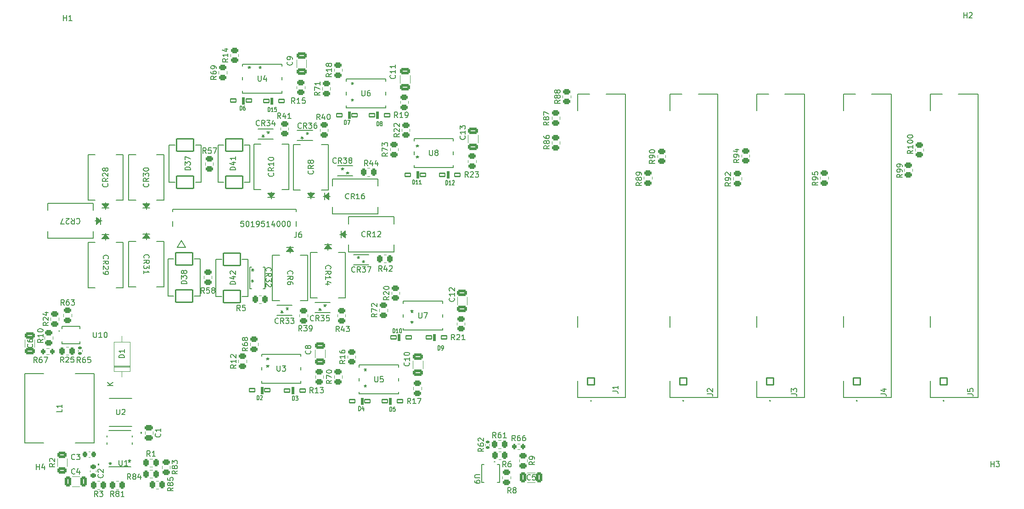
<source format=gto>
G04 #@! TF.GenerationSoftware,KiCad,Pcbnew,8.0.1*
G04 #@! TF.CreationDate,2024-04-11T19:40:34-05:00*
G04 #@! TF.ProjectId,Backplane,4261636b-706c-4616-9e65-2e6b69636164,rev?*
G04 #@! TF.SameCoordinates,Original*
G04 #@! TF.FileFunction,Legend,Top*
G04 #@! TF.FilePolarity,Positive*
%FSLAX46Y46*%
G04 Gerber Fmt 4.6, Leading zero omitted, Abs format (unit mm)*
G04 Created by KiCad (PCBNEW 8.0.1) date 2024-04-11 19:40:34*
%MOMM*%
%LPD*%
G01*
G04 APERTURE LIST*
G04 Aperture macros list*
%AMRoundRect*
0 Rectangle with rounded corners*
0 $1 Rounding radius*
0 $2 $3 $4 $5 $6 $7 $8 $9 X,Y pos of 4 corners*
0 Add a 4 corners polygon primitive as box body*
4,1,4,$2,$3,$4,$5,$6,$7,$8,$9,$2,$3,0*
0 Add four circle primitives for the rounded corners*
1,1,$1+$1,$2,$3*
1,1,$1+$1,$4,$5*
1,1,$1+$1,$6,$7*
1,1,$1+$1,$8,$9*
0 Add four rect primitives between the rounded corners*
20,1,$1+$1,$2,$3,$4,$5,0*
20,1,$1+$1,$4,$5,$6,$7,0*
20,1,$1+$1,$6,$7,$8,$9,0*
20,1,$1+$1,$8,$9,$2,$3,0*%
G04 Aperture macros list end*
%ADD10C,0.150000*%
%ADD11C,0.152400*%
%ADD12C,0.120000*%
%ADD13C,0.127000*%
%ADD14C,0.010000*%
%ADD15C,0.200000*%
%ADD16C,0.000000*%
%ADD17R,5.207000X2.413000*%
%ADD18RoundRect,0.250000X0.450000X-0.262500X0.450000X0.262500X-0.450000X0.262500X-0.450000X-0.262500X0*%
%ADD19R,1.955800X1.346200*%
%ADD20RoundRect,0.250000X0.650000X-0.325000X0.650000X0.325000X-0.650000X0.325000X-0.650000X-0.325000X0*%
%ADD21RoundRect,0.250000X0.625000X-0.312500X0.625000X0.312500X-0.625000X0.312500X-0.625000X-0.312500X0*%
%ADD22RoundRect,0.250000X-0.450000X0.262500X-0.450000X-0.262500X0.450000X-0.262500X0.450000X0.262500X0*%
%ADD23RoundRect,0.102000X1.560000X-1.145000X1.560000X1.145000X-1.560000X1.145000X-1.560000X-1.145000X0*%
%ADD24RoundRect,0.102000X-0.525000X-0.300000X0.525000X-0.300000X0.525000X0.300000X-0.525000X0.300000X0*%
%ADD25RoundRect,0.102000X0.525000X0.300000X-0.525000X0.300000X-0.525000X-0.300000X0.525000X-0.300000X0*%
%ADD26R,3.200400X2.184400*%
%ADD27RoundRect,0.102000X-1.560000X1.145000X-1.560000X-1.145000X1.560000X-1.145000X1.560000X1.145000X0*%
%ADD28RoundRect,0.250000X-0.262500X-0.450000X0.262500X-0.450000X0.262500X0.450000X-0.262500X0.450000X0*%
%ADD29RoundRect,0.250000X-0.475000X0.250000X-0.475000X-0.250000X0.475000X-0.250000X0.475000X0.250000X0*%
%ADD30RoundRect,0.250000X-0.325000X-0.650000X0.325000X-0.650000X0.325000X0.650000X-0.325000X0.650000X0*%
%ADD31C,2.400000*%
%ADD32RoundRect,0.102000X0.644000X-0.644000X0.644000X0.644000X-0.644000X0.644000X-0.644000X-0.644000X0*%
%ADD33C,1.492000*%
%ADD34R,2.184400X3.200400*%
%ADD35R,1.092200X0.990600*%
%ADD36RoundRect,0.225000X0.225000X0.250000X-0.225000X0.250000X-0.225000X-0.250000X0.225000X-0.250000X0*%
%ADD37R,1.498600X0.711200*%
%ADD38C,3.200000*%
%ADD39RoundRect,0.225000X-0.250000X0.225000X-0.250000X-0.225000X0.250000X-0.225000X0.250000X0.225000X0*%
%ADD40RoundRect,0.200000X0.200000X0.275000X-0.200000X0.275000X-0.200000X-0.275000X0.200000X-0.275000X0*%
%ADD41RoundRect,0.135000X0.185000X-0.135000X0.185000X0.135000X-0.185000X0.135000X-0.185000X-0.135000X0*%
%ADD42R,1.752600X0.660400*%
%ADD43R,0.600000X1.200000*%
%ADD44R,0.800000X1.400000*%
%ADD45RoundRect,0.250000X0.262500X0.450000X-0.262500X0.450000X-0.262500X-0.450000X0.262500X-0.450000X0*%
%ADD46R,1.358900X0.355600*%
%ADD47R,2.743200X3.860800*%
%ADD48RoundRect,0.250000X0.325000X0.650000X-0.325000X0.650000X-0.325000X-0.650000X0.325000X-0.650000X0*%
%ADD49RoundRect,0.135000X-0.185000X0.135000X-0.185000X-0.135000X0.185000X-0.135000X0.185000X0.135000X0*%
%ADD50O,2.200000X2.200000*%
%ADD51R,2.200000X2.200000*%
%ADD52R,0.254000X0.812800*%
%ADD53R,2.489200X1.752600*%
%ADD54R,0.812800X0.254000*%
%ADD55R,1.752600X2.489200*%
G04 APERTURE END LIST*
D10*
X160954819Y-120166666D02*
X160954819Y-120642856D01*
X160954819Y-120642856D02*
X159954819Y-120642856D01*
X160954819Y-119309523D02*
X160954819Y-119880951D01*
X160954819Y-119595237D02*
X159954819Y-119595237D01*
X159954819Y-119595237D02*
X160097676Y-119690475D01*
X160097676Y-119690475D02*
X160192914Y-119785713D01*
X160192914Y-119785713D02*
X160240533Y-119880951D01*
X201286265Y-66516673D02*
X200952932Y-66040482D01*
X200714837Y-66516673D02*
X200714837Y-65516673D01*
X200714837Y-65516673D02*
X201095789Y-65516673D01*
X201095789Y-65516673D02*
X201191027Y-65564292D01*
X201191027Y-65564292D02*
X201238646Y-65611911D01*
X201238646Y-65611911D02*
X201286265Y-65707149D01*
X201286265Y-65707149D02*
X201286265Y-65850006D01*
X201286265Y-65850006D02*
X201238646Y-65945244D01*
X201238646Y-65945244D02*
X201191027Y-65992863D01*
X201191027Y-65992863D02*
X201095789Y-66040482D01*
X201095789Y-66040482D02*
X200714837Y-66040482D01*
X202143408Y-65850006D02*
X202143408Y-66516673D01*
X201905313Y-65469054D02*
X201667218Y-66183339D01*
X201667218Y-66183339D02*
X202286265Y-66183339D01*
X203191027Y-66516673D02*
X202619599Y-66516673D01*
X202905313Y-66516673D02*
X202905313Y-65516673D01*
X202905313Y-65516673D02*
X202810075Y-65659530D01*
X202810075Y-65659530D02*
X202714837Y-65754768D01*
X202714837Y-65754768D02*
X202619599Y-65802387D01*
X208516154Y-61651186D02*
X208039963Y-61984519D01*
X208516154Y-62222614D02*
X207516154Y-62222614D01*
X207516154Y-62222614D02*
X207516154Y-61841662D01*
X207516154Y-61841662D02*
X207563773Y-61746424D01*
X207563773Y-61746424D02*
X207611392Y-61698805D01*
X207611392Y-61698805D02*
X207706630Y-61651186D01*
X207706630Y-61651186D02*
X207849487Y-61651186D01*
X207849487Y-61651186D02*
X207944725Y-61698805D01*
X207944725Y-61698805D02*
X207992344Y-61746424D01*
X207992344Y-61746424D02*
X208039963Y-61841662D01*
X208039963Y-61841662D02*
X208039963Y-62222614D01*
X207516154Y-61317852D02*
X207516154Y-60651186D01*
X207516154Y-60651186D02*
X208516154Y-61079757D01*
X208516154Y-59746424D02*
X208516154Y-60317852D01*
X208516154Y-60032138D02*
X207516154Y-60032138D01*
X207516154Y-60032138D02*
X207659011Y-60127376D01*
X207659011Y-60127376D02*
X207754249Y-60222614D01*
X207754249Y-60222614D02*
X207801868Y-60317852D01*
X216238096Y-61354818D02*
X216238096Y-62164341D01*
X216238096Y-62164341D02*
X216285715Y-62259579D01*
X216285715Y-62259579D02*
X216333334Y-62307199D01*
X216333334Y-62307199D02*
X216428572Y-62354818D01*
X216428572Y-62354818D02*
X216619048Y-62354818D01*
X216619048Y-62354818D02*
X216714286Y-62307199D01*
X216714286Y-62307199D02*
X216761905Y-62259579D01*
X216761905Y-62259579D02*
X216809524Y-62164341D01*
X216809524Y-62164341D02*
X216809524Y-61354818D01*
X217714286Y-61354818D02*
X217523810Y-61354818D01*
X217523810Y-61354818D02*
X217428572Y-61402437D01*
X217428572Y-61402437D02*
X217380953Y-61450056D01*
X217380953Y-61450056D02*
X217285715Y-61592913D01*
X217285715Y-61592913D02*
X217238096Y-61783389D01*
X217238096Y-61783389D02*
X217238096Y-62164341D01*
X217238096Y-62164341D02*
X217285715Y-62259579D01*
X217285715Y-62259579D02*
X217333334Y-62307199D01*
X217333334Y-62307199D02*
X217428572Y-62354818D01*
X217428572Y-62354818D02*
X217619048Y-62354818D01*
X217619048Y-62354818D02*
X217714286Y-62307199D01*
X217714286Y-62307199D02*
X217761905Y-62259579D01*
X217761905Y-62259579D02*
X217809524Y-62164341D01*
X217809524Y-62164341D02*
X217809524Y-61926246D01*
X217809524Y-61926246D02*
X217761905Y-61831008D01*
X217761905Y-61831008D02*
X217714286Y-61783389D01*
X217714286Y-61783389D02*
X217619048Y-61735770D01*
X217619048Y-61735770D02*
X217428572Y-61735770D01*
X217428572Y-61735770D02*
X217333334Y-61783389D01*
X217333334Y-61783389D02*
X217285715Y-61831008D01*
X217285715Y-61831008D02*
X217238096Y-61926246D01*
X214500001Y-59854818D02*
X214500001Y-60092913D01*
X214261906Y-59997675D02*
X214500001Y-60092913D01*
X214500001Y-60092913D02*
X214738096Y-59997675D01*
X214357144Y-60283389D02*
X214500001Y-60092913D01*
X214500001Y-60092913D02*
X214642858Y-60283389D01*
X214500001Y-62854818D02*
X214500001Y-63092913D01*
X214261906Y-62997675D02*
X214500001Y-63092913D01*
X214500001Y-63092913D02*
X214738096Y-62997675D01*
X214357144Y-63283389D02*
X214500001Y-63092913D01*
X214500001Y-63092913D02*
X214642858Y-63283389D01*
X224929513Y-111553975D02*
X224977133Y-111601594D01*
X224977133Y-111601594D02*
X225024752Y-111744451D01*
X225024752Y-111744451D02*
X225024752Y-111839689D01*
X225024752Y-111839689D02*
X224977133Y-111982546D01*
X224977133Y-111982546D02*
X224881894Y-112077784D01*
X224881894Y-112077784D02*
X224786656Y-112125403D01*
X224786656Y-112125403D02*
X224596180Y-112173022D01*
X224596180Y-112173022D02*
X224453323Y-112173022D01*
X224453323Y-112173022D02*
X224262847Y-112125403D01*
X224262847Y-112125403D02*
X224167609Y-112077784D01*
X224167609Y-112077784D02*
X224072371Y-111982546D01*
X224072371Y-111982546D02*
X224024752Y-111839689D01*
X224024752Y-111839689D02*
X224024752Y-111744451D01*
X224024752Y-111744451D02*
X224072371Y-111601594D01*
X224072371Y-111601594D02*
X224119990Y-111553975D01*
X225024752Y-110601594D02*
X225024752Y-111173022D01*
X225024752Y-110887308D02*
X224024752Y-110887308D01*
X224024752Y-110887308D02*
X224167609Y-110982546D01*
X224167609Y-110982546D02*
X224262847Y-111077784D01*
X224262847Y-111077784D02*
X224310466Y-111173022D01*
X224024752Y-109982546D02*
X224024752Y-109887308D01*
X224024752Y-109887308D02*
X224072371Y-109792070D01*
X224072371Y-109792070D02*
X224119990Y-109744451D01*
X224119990Y-109744451D02*
X224215228Y-109696832D01*
X224215228Y-109696832D02*
X224405704Y-109649213D01*
X224405704Y-109649213D02*
X224643799Y-109649213D01*
X224643799Y-109649213D02*
X224834275Y-109696832D01*
X224834275Y-109696832D02*
X224929513Y-109744451D01*
X224929513Y-109744451D02*
X224977133Y-109792070D01*
X224977133Y-109792070D02*
X225024752Y-109887308D01*
X225024752Y-109887308D02*
X225024752Y-109982546D01*
X225024752Y-109982546D02*
X224977133Y-110077784D01*
X224977133Y-110077784D02*
X224929513Y-110125403D01*
X224929513Y-110125403D02*
X224834275Y-110173022D01*
X224834275Y-110173022D02*
X224643799Y-110220641D01*
X224643799Y-110220641D02*
X224405704Y-110220641D01*
X224405704Y-110220641D02*
X224215228Y-110173022D01*
X224215228Y-110173022D02*
X224119990Y-110125403D01*
X224119990Y-110125403D02*
X224072371Y-110077784D01*
X224072371Y-110077784D02*
X224024752Y-109982546D01*
X159634819Y-130166666D02*
X159158628Y-130499999D01*
X159634819Y-130738094D02*
X158634819Y-130738094D01*
X158634819Y-130738094D02*
X158634819Y-130357142D01*
X158634819Y-130357142D02*
X158682438Y-130261904D01*
X158682438Y-130261904D02*
X158730057Y-130214285D01*
X158730057Y-130214285D02*
X158825295Y-130166666D01*
X158825295Y-130166666D02*
X158968152Y-130166666D01*
X158968152Y-130166666D02*
X159063390Y-130214285D01*
X159063390Y-130214285D02*
X159111009Y-130261904D01*
X159111009Y-130261904D02*
X159158628Y-130357142D01*
X159158628Y-130357142D02*
X159158628Y-130738094D01*
X158730057Y-129785713D02*
X158682438Y-129738094D01*
X158682438Y-129738094D02*
X158634819Y-129642856D01*
X158634819Y-129642856D02*
X158634819Y-129404761D01*
X158634819Y-129404761D02*
X158682438Y-129309523D01*
X158682438Y-129309523D02*
X158730057Y-129261904D01*
X158730057Y-129261904D02*
X158825295Y-129214285D01*
X158825295Y-129214285D02*
X158920533Y-129214285D01*
X158920533Y-129214285D02*
X159063390Y-129261904D01*
X159063390Y-129261904D02*
X159634819Y-129833332D01*
X159634819Y-129833332D02*
X159634819Y-129214285D01*
X315888332Y-76814178D02*
X315412141Y-77147511D01*
X315888332Y-77385606D02*
X314888332Y-77385606D01*
X314888332Y-77385606D02*
X314888332Y-77004654D01*
X314888332Y-77004654D02*
X314935951Y-76909416D01*
X314935951Y-76909416D02*
X314983570Y-76861797D01*
X314983570Y-76861797D02*
X315078808Y-76814178D01*
X315078808Y-76814178D02*
X315221665Y-76814178D01*
X315221665Y-76814178D02*
X315316903Y-76861797D01*
X315316903Y-76861797D02*
X315364522Y-76909416D01*
X315364522Y-76909416D02*
X315412141Y-77004654D01*
X315412141Y-77004654D02*
X315412141Y-77385606D01*
X315888332Y-76337987D02*
X315888332Y-76147511D01*
X315888332Y-76147511D02*
X315840713Y-76052273D01*
X315840713Y-76052273D02*
X315793093Y-76004654D01*
X315793093Y-76004654D02*
X315650236Y-75909416D01*
X315650236Y-75909416D02*
X315459760Y-75861797D01*
X315459760Y-75861797D02*
X315078808Y-75861797D01*
X315078808Y-75861797D02*
X314983570Y-75909416D01*
X314983570Y-75909416D02*
X314935951Y-75957035D01*
X314935951Y-75957035D02*
X314888332Y-76052273D01*
X314888332Y-76052273D02*
X314888332Y-76242749D01*
X314888332Y-76242749D02*
X314935951Y-76337987D01*
X314935951Y-76337987D02*
X314983570Y-76385606D01*
X314983570Y-76385606D02*
X315078808Y-76433225D01*
X315078808Y-76433225D02*
X315316903Y-76433225D01*
X315316903Y-76433225D02*
X315412141Y-76385606D01*
X315412141Y-76385606D02*
X315459760Y-76337987D01*
X315459760Y-76337987D02*
X315507379Y-76242749D01*
X315507379Y-76242749D02*
X315507379Y-76052273D01*
X315507379Y-76052273D02*
X315459760Y-75957035D01*
X315459760Y-75957035D02*
X315412141Y-75909416D01*
X315412141Y-75909416D02*
X315316903Y-75861797D01*
X315888332Y-75385606D02*
X315888332Y-75195130D01*
X315888332Y-75195130D02*
X315840713Y-75099892D01*
X315840713Y-75099892D02*
X315793093Y-75052273D01*
X315793093Y-75052273D02*
X315650236Y-74957035D01*
X315650236Y-74957035D02*
X315459760Y-74909416D01*
X315459760Y-74909416D02*
X315078808Y-74909416D01*
X315078808Y-74909416D02*
X314983570Y-74957035D01*
X314983570Y-74957035D02*
X314935951Y-75004654D01*
X314935951Y-75004654D02*
X314888332Y-75099892D01*
X314888332Y-75099892D02*
X314888332Y-75290368D01*
X314888332Y-75290368D02*
X314935951Y-75385606D01*
X314935951Y-75385606D02*
X314983570Y-75433225D01*
X314983570Y-75433225D02*
X315078808Y-75480844D01*
X315078808Y-75480844D02*
X315316903Y-75480844D01*
X315316903Y-75480844D02*
X315412141Y-75433225D01*
X315412141Y-75433225D02*
X315459760Y-75385606D01*
X315459760Y-75385606D02*
X315507379Y-75290368D01*
X315507379Y-75290368D02*
X315507379Y-75099892D01*
X315507379Y-75099892D02*
X315459760Y-75004654D01*
X315459760Y-75004654D02*
X315412141Y-74957035D01*
X315412141Y-74957035D02*
X315316903Y-74909416D01*
X183954820Y-97026784D02*
X182954820Y-97026784D01*
X182954820Y-97026784D02*
X182954820Y-96788689D01*
X182954820Y-96788689D02*
X183002439Y-96645832D01*
X183002439Y-96645832D02*
X183097677Y-96550594D01*
X183097677Y-96550594D02*
X183192915Y-96502975D01*
X183192915Y-96502975D02*
X183383391Y-96455356D01*
X183383391Y-96455356D02*
X183526248Y-96455356D01*
X183526248Y-96455356D02*
X183716724Y-96502975D01*
X183716724Y-96502975D02*
X183811962Y-96550594D01*
X183811962Y-96550594D02*
X183907201Y-96645832D01*
X183907201Y-96645832D02*
X183954820Y-96788689D01*
X183954820Y-96788689D02*
X183954820Y-97026784D01*
X182954820Y-96122022D02*
X182954820Y-95502975D01*
X182954820Y-95502975D02*
X183335772Y-95836308D01*
X183335772Y-95836308D02*
X183335772Y-95693451D01*
X183335772Y-95693451D02*
X183383391Y-95598213D01*
X183383391Y-95598213D02*
X183431010Y-95550594D01*
X183431010Y-95550594D02*
X183526248Y-95502975D01*
X183526248Y-95502975D02*
X183764343Y-95502975D01*
X183764343Y-95502975D02*
X183859581Y-95550594D01*
X183859581Y-95550594D02*
X183907201Y-95598213D01*
X183907201Y-95598213D02*
X183954820Y-95693451D01*
X183954820Y-95693451D02*
X183954820Y-95979165D01*
X183954820Y-95979165D02*
X183907201Y-96074403D01*
X183907201Y-96074403D02*
X183859581Y-96122022D01*
X183383391Y-94931546D02*
X183335772Y-95026784D01*
X183335772Y-95026784D02*
X183288153Y-95074403D01*
X183288153Y-95074403D02*
X183192915Y-95122022D01*
X183192915Y-95122022D02*
X183145296Y-95122022D01*
X183145296Y-95122022D02*
X183050058Y-95074403D01*
X183050058Y-95074403D02*
X183002439Y-95026784D01*
X183002439Y-95026784D02*
X182954820Y-94931546D01*
X182954820Y-94931546D02*
X182954820Y-94741070D01*
X182954820Y-94741070D02*
X183002439Y-94645832D01*
X183002439Y-94645832D02*
X183050058Y-94598213D01*
X183050058Y-94598213D02*
X183145296Y-94550594D01*
X183145296Y-94550594D02*
X183192915Y-94550594D01*
X183192915Y-94550594D02*
X183288153Y-94598213D01*
X183288153Y-94598213D02*
X183335772Y-94645832D01*
X183335772Y-94645832D02*
X183383391Y-94741070D01*
X183383391Y-94741070D02*
X183383391Y-94931546D01*
X183383391Y-94931546D02*
X183431010Y-95026784D01*
X183431010Y-95026784D02*
X183478629Y-95074403D01*
X183478629Y-95074403D02*
X183573867Y-95122022D01*
X183573867Y-95122022D02*
X183764343Y-95122022D01*
X183764343Y-95122022D02*
X183859581Y-95074403D01*
X183859581Y-95074403D02*
X183907201Y-95026784D01*
X183907201Y-95026784D02*
X183954820Y-94931546D01*
X183954820Y-94931546D02*
X183954820Y-94741070D01*
X183954820Y-94741070D02*
X183907201Y-94645832D01*
X183907201Y-94645832D02*
X183859581Y-94598213D01*
X183859581Y-94598213D02*
X183764343Y-94550594D01*
X183764343Y-94550594D02*
X183573867Y-94550594D01*
X183573867Y-94550594D02*
X183478629Y-94598213D01*
X183478629Y-94598213D02*
X183431010Y-94645832D01*
X183431010Y-94645832D02*
X183383391Y-94741070D01*
X205183025Y-105729685D02*
X204849692Y-105253494D01*
X204611597Y-105729685D02*
X204611597Y-104729685D01*
X204611597Y-104729685D02*
X204992549Y-104729685D01*
X204992549Y-104729685D02*
X205087787Y-104777304D01*
X205087787Y-104777304D02*
X205135406Y-104824923D01*
X205135406Y-104824923D02*
X205183025Y-104920161D01*
X205183025Y-104920161D02*
X205183025Y-105063018D01*
X205183025Y-105063018D02*
X205135406Y-105158256D01*
X205135406Y-105158256D02*
X205087787Y-105205875D01*
X205087787Y-105205875D02*
X204992549Y-105253494D01*
X204992549Y-105253494D02*
X204611597Y-105253494D01*
X205516359Y-104729685D02*
X206135406Y-104729685D01*
X206135406Y-104729685D02*
X205802073Y-105110637D01*
X205802073Y-105110637D02*
X205944930Y-105110637D01*
X205944930Y-105110637D02*
X206040168Y-105158256D01*
X206040168Y-105158256D02*
X206087787Y-105205875D01*
X206087787Y-105205875D02*
X206135406Y-105301113D01*
X206135406Y-105301113D02*
X206135406Y-105539208D01*
X206135406Y-105539208D02*
X206087787Y-105634446D01*
X206087787Y-105634446D02*
X206040168Y-105682066D01*
X206040168Y-105682066D02*
X205944930Y-105729685D01*
X205944930Y-105729685D02*
X205659216Y-105729685D01*
X205659216Y-105729685D02*
X205563978Y-105682066D01*
X205563978Y-105682066D02*
X205516359Y-105634446D01*
X206611597Y-105729685D02*
X206802073Y-105729685D01*
X206802073Y-105729685D02*
X206897311Y-105682066D01*
X206897311Y-105682066D02*
X206944930Y-105634446D01*
X206944930Y-105634446D02*
X207040168Y-105491589D01*
X207040168Y-105491589D02*
X207087787Y-105301113D01*
X207087787Y-105301113D02*
X207087787Y-104920161D01*
X207087787Y-104920161D02*
X207040168Y-104824923D01*
X207040168Y-104824923D02*
X206992549Y-104777304D01*
X206992549Y-104777304D02*
X206897311Y-104729685D01*
X206897311Y-104729685D02*
X206706835Y-104729685D01*
X206706835Y-104729685D02*
X206611597Y-104777304D01*
X206611597Y-104777304D02*
X206563978Y-104824923D01*
X206563978Y-104824923D02*
X206516359Y-104920161D01*
X206516359Y-104920161D02*
X206516359Y-105158256D01*
X206516359Y-105158256D02*
X206563978Y-105253494D01*
X206563978Y-105253494D02*
X206611597Y-105301113D01*
X206611597Y-105301113D02*
X206706835Y-105348732D01*
X206706835Y-105348732D02*
X206897311Y-105348732D01*
X206897311Y-105348732D02*
X206992549Y-105301113D01*
X206992549Y-105301113D02*
X207040168Y-105253494D01*
X207040168Y-105253494D02*
X207087787Y-105158256D01*
X206749481Y-109336665D02*
X206797101Y-109384284D01*
X206797101Y-109384284D02*
X206844720Y-109527141D01*
X206844720Y-109527141D02*
X206844720Y-109622379D01*
X206844720Y-109622379D02*
X206797101Y-109765236D01*
X206797101Y-109765236D02*
X206701862Y-109860474D01*
X206701862Y-109860474D02*
X206606624Y-109908093D01*
X206606624Y-109908093D02*
X206416148Y-109955712D01*
X206416148Y-109955712D02*
X206273291Y-109955712D01*
X206273291Y-109955712D02*
X206082815Y-109908093D01*
X206082815Y-109908093D02*
X205987577Y-109860474D01*
X205987577Y-109860474D02*
X205892339Y-109765236D01*
X205892339Y-109765236D02*
X205844720Y-109622379D01*
X205844720Y-109622379D02*
X205844720Y-109527141D01*
X205844720Y-109527141D02*
X205892339Y-109384284D01*
X205892339Y-109384284D02*
X205939958Y-109336665D01*
X206273291Y-108765236D02*
X206225672Y-108860474D01*
X206225672Y-108860474D02*
X206178053Y-108908093D01*
X206178053Y-108908093D02*
X206082815Y-108955712D01*
X206082815Y-108955712D02*
X206035196Y-108955712D01*
X206035196Y-108955712D02*
X205939958Y-108908093D01*
X205939958Y-108908093D02*
X205892339Y-108860474D01*
X205892339Y-108860474D02*
X205844720Y-108765236D01*
X205844720Y-108765236D02*
X205844720Y-108574760D01*
X205844720Y-108574760D02*
X205892339Y-108479522D01*
X205892339Y-108479522D02*
X205939958Y-108431903D01*
X205939958Y-108431903D02*
X206035196Y-108384284D01*
X206035196Y-108384284D02*
X206082815Y-108384284D01*
X206082815Y-108384284D02*
X206178053Y-108431903D01*
X206178053Y-108431903D02*
X206225672Y-108479522D01*
X206225672Y-108479522D02*
X206273291Y-108574760D01*
X206273291Y-108574760D02*
X206273291Y-108765236D01*
X206273291Y-108765236D02*
X206320910Y-108860474D01*
X206320910Y-108860474D02*
X206368529Y-108908093D01*
X206368529Y-108908093D02*
X206463767Y-108955712D01*
X206463767Y-108955712D02*
X206654243Y-108955712D01*
X206654243Y-108955712D02*
X206749481Y-108908093D01*
X206749481Y-108908093D02*
X206797101Y-108860474D01*
X206797101Y-108860474D02*
X206844720Y-108765236D01*
X206844720Y-108765236D02*
X206844720Y-108574760D01*
X206844720Y-108574760D02*
X206797101Y-108479522D01*
X206797101Y-108479522D02*
X206749481Y-108431903D01*
X206749481Y-108431903D02*
X206654243Y-108384284D01*
X206654243Y-108384284D02*
X206463767Y-108384284D01*
X206463767Y-108384284D02*
X206368529Y-108431903D01*
X206368529Y-108431903D02*
X206320910Y-108479522D01*
X206320910Y-108479522D02*
X206273291Y-108574760D01*
X218627996Y-114124818D02*
X218627996Y-114934341D01*
X218627996Y-114934341D02*
X218675615Y-115029579D01*
X218675615Y-115029579D02*
X218723234Y-115077199D01*
X218723234Y-115077199D02*
X218818472Y-115124818D01*
X218818472Y-115124818D02*
X219008948Y-115124818D01*
X219008948Y-115124818D02*
X219104186Y-115077199D01*
X219104186Y-115077199D02*
X219151805Y-115029579D01*
X219151805Y-115029579D02*
X219199424Y-114934341D01*
X219199424Y-114934341D02*
X219199424Y-114124818D01*
X220151805Y-114124818D02*
X219675615Y-114124818D01*
X219675615Y-114124818D02*
X219627996Y-114601008D01*
X219627996Y-114601008D02*
X219675615Y-114553389D01*
X219675615Y-114553389D02*
X219770853Y-114505770D01*
X219770853Y-114505770D02*
X220008948Y-114505770D01*
X220008948Y-114505770D02*
X220104186Y-114553389D01*
X220104186Y-114553389D02*
X220151805Y-114601008D01*
X220151805Y-114601008D02*
X220199424Y-114696246D01*
X220199424Y-114696246D02*
X220199424Y-114934341D01*
X220199424Y-114934341D02*
X220151805Y-115029579D01*
X220151805Y-115029579D02*
X220104186Y-115077199D01*
X220104186Y-115077199D02*
X220008948Y-115124818D01*
X220008948Y-115124818D02*
X219770853Y-115124818D01*
X219770853Y-115124818D02*
X219675615Y-115077199D01*
X219675615Y-115077199D02*
X219627996Y-115029579D01*
X216889901Y-112624818D02*
X216889901Y-112862913D01*
X216651806Y-112767675D02*
X216889901Y-112862913D01*
X216889901Y-112862913D02*
X217127996Y-112767675D01*
X216747044Y-113053389D02*
X216889901Y-112862913D01*
X216889901Y-112862913D02*
X217032758Y-113053389D01*
X216889901Y-115624818D02*
X216889901Y-115862913D01*
X216651806Y-115767675D02*
X216889901Y-115862913D01*
X216889901Y-115862913D02*
X217127996Y-115767675D01*
X216747044Y-116053389D02*
X216889901Y-115862913D01*
X216889901Y-115862913D02*
X217032758Y-116053389D01*
X219026863Y-67862295D02*
X219026863Y-67062295D01*
X219026863Y-67062295D02*
X219179488Y-67062295D01*
X219179488Y-67062295D02*
X219271063Y-67100390D01*
X219271063Y-67100390D02*
X219332113Y-67176580D01*
X219332113Y-67176580D02*
X219362638Y-67252771D01*
X219362638Y-67252771D02*
X219393163Y-67405152D01*
X219393163Y-67405152D02*
X219393163Y-67519438D01*
X219393163Y-67519438D02*
X219362638Y-67671819D01*
X219362638Y-67671819D02*
X219332113Y-67748009D01*
X219332113Y-67748009D02*
X219271063Y-67824200D01*
X219271063Y-67824200D02*
X219179488Y-67862295D01*
X219179488Y-67862295D02*
X219026863Y-67862295D01*
X219759464Y-67405152D02*
X219698414Y-67367057D01*
X219698414Y-67367057D02*
X219667889Y-67328961D01*
X219667889Y-67328961D02*
X219637364Y-67252771D01*
X219637364Y-67252771D02*
X219637364Y-67214676D01*
X219637364Y-67214676D02*
X219667889Y-67138485D01*
X219667889Y-67138485D02*
X219698414Y-67100390D01*
X219698414Y-67100390D02*
X219759464Y-67062295D01*
X219759464Y-67062295D02*
X219881564Y-67062295D01*
X219881564Y-67062295D02*
X219942614Y-67100390D01*
X219942614Y-67100390D02*
X219973139Y-67138485D01*
X219973139Y-67138485D02*
X220003664Y-67214676D01*
X220003664Y-67214676D02*
X220003664Y-67252771D01*
X220003664Y-67252771D02*
X219973139Y-67328961D01*
X219973139Y-67328961D02*
X219942614Y-67367057D01*
X219942614Y-67367057D02*
X219881564Y-67405152D01*
X219881564Y-67405152D02*
X219759464Y-67405152D01*
X219759464Y-67405152D02*
X219698414Y-67443247D01*
X219698414Y-67443247D02*
X219667889Y-67481342D01*
X219667889Y-67481342D02*
X219637364Y-67557533D01*
X219637364Y-67557533D02*
X219637364Y-67709914D01*
X219637364Y-67709914D02*
X219667889Y-67786104D01*
X219667889Y-67786104D02*
X219698414Y-67824200D01*
X219698414Y-67824200D02*
X219759464Y-67862295D01*
X219759464Y-67862295D02*
X219881564Y-67862295D01*
X219881564Y-67862295D02*
X219942614Y-67824200D01*
X219942614Y-67824200D02*
X219973139Y-67786104D01*
X219973139Y-67786104D02*
X220003664Y-67709914D01*
X220003664Y-67709914D02*
X220003664Y-67557533D01*
X220003664Y-67557533D02*
X219973139Y-67481342D01*
X219973139Y-67481342D02*
X219942614Y-67443247D01*
X219942614Y-67443247D02*
X219881564Y-67405152D01*
X215685196Y-120410901D02*
X215685196Y-119610901D01*
X215685196Y-119610901D02*
X215837821Y-119610901D01*
X215837821Y-119610901D02*
X215929396Y-119648996D01*
X215929396Y-119648996D02*
X215990446Y-119725186D01*
X215990446Y-119725186D02*
X216020971Y-119801377D01*
X216020971Y-119801377D02*
X216051496Y-119953758D01*
X216051496Y-119953758D02*
X216051496Y-120068044D01*
X216051496Y-120068044D02*
X216020971Y-120220425D01*
X216020971Y-120220425D02*
X215990446Y-120296615D01*
X215990446Y-120296615D02*
X215929396Y-120372806D01*
X215929396Y-120372806D02*
X215837821Y-120410901D01*
X215837821Y-120410901D02*
X215685196Y-120410901D01*
X216600947Y-119877567D02*
X216600947Y-120410901D01*
X216448322Y-119572806D02*
X216295697Y-120144234D01*
X216295697Y-120144234D02*
X216692522Y-120144234D01*
X176140420Y-92257141D02*
X176092801Y-92209522D01*
X176092801Y-92209522D02*
X176045181Y-92066665D01*
X176045181Y-92066665D02*
X176045181Y-91971427D01*
X176045181Y-91971427D02*
X176092801Y-91828570D01*
X176092801Y-91828570D02*
X176188039Y-91733332D01*
X176188039Y-91733332D02*
X176283277Y-91685713D01*
X176283277Y-91685713D02*
X176473753Y-91638094D01*
X176473753Y-91638094D02*
X176616610Y-91638094D01*
X176616610Y-91638094D02*
X176807086Y-91685713D01*
X176807086Y-91685713D02*
X176902324Y-91733332D01*
X176902324Y-91733332D02*
X176997562Y-91828570D01*
X176997562Y-91828570D02*
X177045181Y-91971427D01*
X177045181Y-91971427D02*
X177045181Y-92066665D01*
X177045181Y-92066665D02*
X176997562Y-92209522D01*
X176997562Y-92209522D02*
X176949943Y-92257141D01*
X176045181Y-93257141D02*
X176521372Y-92923808D01*
X176045181Y-92685713D02*
X177045181Y-92685713D01*
X177045181Y-92685713D02*
X177045181Y-93066665D01*
X177045181Y-93066665D02*
X176997562Y-93161903D01*
X176997562Y-93161903D02*
X176949943Y-93209522D01*
X176949943Y-93209522D02*
X176854705Y-93257141D01*
X176854705Y-93257141D02*
X176711848Y-93257141D01*
X176711848Y-93257141D02*
X176616610Y-93209522D01*
X176616610Y-93209522D02*
X176568991Y-93161903D01*
X176568991Y-93161903D02*
X176521372Y-93066665D01*
X176521372Y-93066665D02*
X176521372Y-92685713D01*
X177045181Y-93590475D02*
X177045181Y-94209522D01*
X177045181Y-94209522D02*
X176664229Y-93876189D01*
X176664229Y-93876189D02*
X176664229Y-94019046D01*
X176664229Y-94019046D02*
X176616610Y-94114284D01*
X176616610Y-94114284D02*
X176568991Y-94161903D01*
X176568991Y-94161903D02*
X176473753Y-94209522D01*
X176473753Y-94209522D02*
X176235658Y-94209522D01*
X176235658Y-94209522D02*
X176140420Y-94161903D01*
X176140420Y-94161903D02*
X176092801Y-94114284D01*
X176092801Y-94114284D02*
X176045181Y-94019046D01*
X176045181Y-94019046D02*
X176045181Y-93733332D01*
X176045181Y-93733332D02*
X176092801Y-93638094D01*
X176092801Y-93638094D02*
X176140420Y-93590475D01*
X176045181Y-95161903D02*
X176045181Y-94590475D01*
X176045181Y-94876189D02*
X177045181Y-94876189D01*
X177045181Y-94876189D02*
X176902324Y-94780951D01*
X176902324Y-94780951D02*
X176807086Y-94685713D01*
X176807086Y-94685713D02*
X176759467Y-94590475D01*
X285790459Y-74057170D02*
X285314268Y-74390503D01*
X285790459Y-74628598D02*
X284790459Y-74628598D01*
X284790459Y-74628598D02*
X284790459Y-74247646D01*
X284790459Y-74247646D02*
X284838078Y-74152408D01*
X284838078Y-74152408D02*
X284885697Y-74104789D01*
X284885697Y-74104789D02*
X284980935Y-74057170D01*
X284980935Y-74057170D02*
X285123792Y-74057170D01*
X285123792Y-74057170D02*
X285219030Y-74104789D01*
X285219030Y-74104789D02*
X285266649Y-74152408D01*
X285266649Y-74152408D02*
X285314268Y-74247646D01*
X285314268Y-74247646D02*
X285314268Y-74628598D01*
X285790459Y-73580979D02*
X285790459Y-73390503D01*
X285790459Y-73390503D02*
X285742840Y-73295265D01*
X285742840Y-73295265D02*
X285695220Y-73247646D01*
X285695220Y-73247646D02*
X285552363Y-73152408D01*
X285552363Y-73152408D02*
X285361887Y-73104789D01*
X285361887Y-73104789D02*
X284980935Y-73104789D01*
X284980935Y-73104789D02*
X284885697Y-73152408D01*
X284885697Y-73152408D02*
X284838078Y-73200027D01*
X284838078Y-73200027D02*
X284790459Y-73295265D01*
X284790459Y-73295265D02*
X284790459Y-73485741D01*
X284790459Y-73485741D02*
X284838078Y-73580979D01*
X284838078Y-73580979D02*
X284885697Y-73628598D01*
X284885697Y-73628598D02*
X284980935Y-73676217D01*
X284980935Y-73676217D02*
X285219030Y-73676217D01*
X285219030Y-73676217D02*
X285314268Y-73628598D01*
X285314268Y-73628598D02*
X285361887Y-73580979D01*
X285361887Y-73580979D02*
X285409506Y-73485741D01*
X285409506Y-73485741D02*
X285409506Y-73295265D01*
X285409506Y-73295265D02*
X285361887Y-73200027D01*
X285361887Y-73200027D02*
X285314268Y-73152408D01*
X285314268Y-73152408D02*
X285219030Y-73104789D01*
X285123792Y-72247646D02*
X285790459Y-72247646D01*
X284742840Y-72485741D02*
X285457125Y-72723836D01*
X285457125Y-72723836D02*
X285457125Y-72104789D01*
X192954820Y-76026784D02*
X191954820Y-76026784D01*
X191954820Y-76026784D02*
X191954820Y-75788689D01*
X191954820Y-75788689D02*
X192002439Y-75645832D01*
X192002439Y-75645832D02*
X192097677Y-75550594D01*
X192097677Y-75550594D02*
X192192915Y-75502975D01*
X192192915Y-75502975D02*
X192383391Y-75455356D01*
X192383391Y-75455356D02*
X192526248Y-75455356D01*
X192526248Y-75455356D02*
X192716724Y-75502975D01*
X192716724Y-75502975D02*
X192811962Y-75550594D01*
X192811962Y-75550594D02*
X192907201Y-75645832D01*
X192907201Y-75645832D02*
X192954820Y-75788689D01*
X192954820Y-75788689D02*
X192954820Y-76026784D01*
X192288153Y-74598213D02*
X192954820Y-74598213D01*
X191907201Y-74836308D02*
X192621486Y-75074403D01*
X192621486Y-75074403D02*
X192621486Y-74455356D01*
X192954820Y-73550594D02*
X192954820Y-74122022D01*
X192954820Y-73836308D02*
X191954820Y-73836308D01*
X191954820Y-73836308D02*
X192097677Y-73931546D01*
X192097677Y-73931546D02*
X192192915Y-74026784D01*
X192192915Y-74026784D02*
X192240534Y-74122022D01*
X210672132Y-58240820D02*
X210195941Y-58574153D01*
X210672132Y-58812248D02*
X209672132Y-58812248D01*
X209672132Y-58812248D02*
X209672132Y-58431296D01*
X209672132Y-58431296D02*
X209719751Y-58336058D01*
X209719751Y-58336058D02*
X209767370Y-58288439D01*
X209767370Y-58288439D02*
X209862608Y-58240820D01*
X209862608Y-58240820D02*
X210005465Y-58240820D01*
X210005465Y-58240820D02*
X210100703Y-58288439D01*
X210100703Y-58288439D02*
X210148322Y-58336058D01*
X210148322Y-58336058D02*
X210195941Y-58431296D01*
X210195941Y-58431296D02*
X210195941Y-58812248D01*
X210672132Y-57288439D02*
X210672132Y-57859867D01*
X210672132Y-57574153D02*
X209672132Y-57574153D01*
X209672132Y-57574153D02*
X209814989Y-57669391D01*
X209814989Y-57669391D02*
X209910227Y-57764629D01*
X209910227Y-57764629D02*
X209957846Y-57859867D01*
X210100703Y-56717010D02*
X210053084Y-56812248D01*
X210053084Y-56812248D02*
X210005465Y-56859867D01*
X210005465Y-56859867D02*
X209910227Y-56907486D01*
X209910227Y-56907486D02*
X209862608Y-56907486D01*
X209862608Y-56907486D02*
X209767370Y-56859867D01*
X209767370Y-56859867D02*
X209719751Y-56812248D01*
X209719751Y-56812248D02*
X209672132Y-56717010D01*
X209672132Y-56717010D02*
X209672132Y-56526534D01*
X209672132Y-56526534D02*
X209719751Y-56431296D01*
X209719751Y-56431296D02*
X209767370Y-56383677D01*
X209767370Y-56383677D02*
X209862608Y-56336058D01*
X209862608Y-56336058D02*
X209910227Y-56336058D01*
X209910227Y-56336058D02*
X210005465Y-56383677D01*
X210005465Y-56383677D02*
X210053084Y-56431296D01*
X210053084Y-56431296D02*
X210100703Y-56526534D01*
X210100703Y-56526534D02*
X210100703Y-56717010D01*
X210100703Y-56717010D02*
X210148322Y-56812248D01*
X210148322Y-56812248D02*
X210195941Y-56859867D01*
X210195941Y-56859867D02*
X210291179Y-56907486D01*
X210291179Y-56907486D02*
X210481655Y-56907486D01*
X210481655Y-56907486D02*
X210576893Y-56859867D01*
X210576893Y-56859867D02*
X210624513Y-56812248D01*
X210624513Y-56812248D02*
X210672132Y-56717010D01*
X210672132Y-56717010D02*
X210672132Y-56526534D01*
X210672132Y-56526534D02*
X210624513Y-56431296D01*
X210624513Y-56431296D02*
X210576893Y-56383677D01*
X210576893Y-56383677D02*
X210481655Y-56336058D01*
X210481655Y-56336058D02*
X210291179Y-56336058D01*
X210291179Y-56336058D02*
X210195941Y-56383677D01*
X210195941Y-56383677D02*
X210148322Y-56431296D01*
X210148322Y-56431296D02*
X210100703Y-56526534D01*
X193833333Y-101954819D02*
X193500000Y-101478628D01*
X193261905Y-101954819D02*
X193261905Y-100954819D01*
X193261905Y-100954819D02*
X193642857Y-100954819D01*
X193642857Y-100954819D02*
X193738095Y-101002438D01*
X193738095Y-101002438D02*
X193785714Y-101050057D01*
X193785714Y-101050057D02*
X193833333Y-101145295D01*
X193833333Y-101145295D02*
X193833333Y-101288152D01*
X193833333Y-101288152D02*
X193785714Y-101383390D01*
X193785714Y-101383390D02*
X193738095Y-101431009D01*
X193738095Y-101431009D02*
X193642857Y-101478628D01*
X193642857Y-101478628D02*
X193261905Y-101478628D01*
X194738095Y-100954819D02*
X194261905Y-100954819D01*
X194261905Y-100954819D02*
X194214286Y-101431009D01*
X194214286Y-101431009D02*
X194261905Y-101383390D01*
X194261905Y-101383390D02*
X194357143Y-101335771D01*
X194357143Y-101335771D02*
X194595238Y-101335771D01*
X194595238Y-101335771D02*
X194690476Y-101383390D01*
X194690476Y-101383390D02*
X194738095Y-101431009D01*
X194738095Y-101431009D02*
X194785714Y-101526247D01*
X194785714Y-101526247D02*
X194785714Y-101764342D01*
X194785714Y-101764342D02*
X194738095Y-101859580D01*
X194738095Y-101859580D02*
X194690476Y-101907200D01*
X194690476Y-101907200D02*
X194595238Y-101954819D01*
X194595238Y-101954819D02*
X194357143Y-101954819D01*
X194357143Y-101954819D02*
X194261905Y-101907200D01*
X194261905Y-101907200D02*
X194214286Y-101859580D01*
X207247043Y-117124818D02*
X206913710Y-116648627D01*
X206675615Y-117124818D02*
X206675615Y-116124818D01*
X206675615Y-116124818D02*
X207056567Y-116124818D01*
X207056567Y-116124818D02*
X207151805Y-116172437D01*
X207151805Y-116172437D02*
X207199424Y-116220056D01*
X207199424Y-116220056D02*
X207247043Y-116315294D01*
X207247043Y-116315294D02*
X207247043Y-116458151D01*
X207247043Y-116458151D02*
X207199424Y-116553389D01*
X207199424Y-116553389D02*
X207151805Y-116601008D01*
X207151805Y-116601008D02*
X207056567Y-116648627D01*
X207056567Y-116648627D02*
X206675615Y-116648627D01*
X208199424Y-117124818D02*
X207627996Y-117124818D01*
X207913710Y-117124818D02*
X207913710Y-116124818D01*
X207913710Y-116124818D02*
X207818472Y-116267675D01*
X207818472Y-116267675D02*
X207723234Y-116362913D01*
X207723234Y-116362913D02*
X207627996Y-116410532D01*
X208532758Y-116124818D02*
X209151805Y-116124818D01*
X209151805Y-116124818D02*
X208818472Y-116505770D01*
X208818472Y-116505770D02*
X208961329Y-116505770D01*
X208961329Y-116505770D02*
X209056567Y-116553389D01*
X209056567Y-116553389D02*
X209104186Y-116601008D01*
X209104186Y-116601008D02*
X209151805Y-116696246D01*
X209151805Y-116696246D02*
X209151805Y-116934341D01*
X209151805Y-116934341D02*
X209104186Y-117029579D01*
X209104186Y-117029579D02*
X209056567Y-117077199D01*
X209056567Y-117077199D02*
X208961329Y-117124818D01*
X208961329Y-117124818D02*
X208675615Y-117124818D01*
X208675615Y-117124818D02*
X208580377Y-117077199D01*
X208580377Y-117077199D02*
X208532758Y-117029579D01*
X179039580Y-124666666D02*
X179087200Y-124714285D01*
X179087200Y-124714285D02*
X179134819Y-124857142D01*
X179134819Y-124857142D02*
X179134819Y-124952380D01*
X179134819Y-124952380D02*
X179087200Y-125095237D01*
X179087200Y-125095237D02*
X178991961Y-125190475D01*
X178991961Y-125190475D02*
X178896723Y-125238094D01*
X178896723Y-125238094D02*
X178706247Y-125285713D01*
X178706247Y-125285713D02*
X178563390Y-125285713D01*
X178563390Y-125285713D02*
X178372914Y-125238094D01*
X178372914Y-125238094D02*
X178277676Y-125190475D01*
X178277676Y-125190475D02*
X178182438Y-125095237D01*
X178182438Y-125095237D02*
X178134819Y-124952380D01*
X178134819Y-124952380D02*
X178134819Y-124857142D01*
X178134819Y-124857142D02*
X178182438Y-124714285D01*
X178182438Y-124714285D02*
X178230057Y-124666666D01*
X179134819Y-123714285D02*
X179134819Y-124285713D01*
X179134819Y-123999999D02*
X178134819Y-123999999D01*
X178134819Y-123999999D02*
X178277676Y-124095237D01*
X178277676Y-124095237D02*
X178372914Y-124190475D01*
X178372914Y-124190475D02*
X178420533Y-124285713D01*
X225631233Y-78640901D02*
X225631233Y-77840901D01*
X225631233Y-77840901D02*
X225783858Y-77840901D01*
X225783858Y-77840901D02*
X225875433Y-77878996D01*
X225875433Y-77878996D02*
X225936483Y-77955186D01*
X225936483Y-77955186D02*
X225967008Y-78031377D01*
X225967008Y-78031377D02*
X225997533Y-78183758D01*
X225997533Y-78183758D02*
X225997533Y-78298044D01*
X225997533Y-78298044D02*
X225967008Y-78450425D01*
X225967008Y-78450425D02*
X225936483Y-78526615D01*
X225936483Y-78526615D02*
X225875433Y-78602806D01*
X225875433Y-78602806D02*
X225783858Y-78640901D01*
X225783858Y-78640901D02*
X225631233Y-78640901D01*
X226608034Y-78640901D02*
X226241734Y-78640901D01*
X226424884Y-78640901D02*
X226424884Y-77840901D01*
X226424884Y-77840901D02*
X226363834Y-77955186D01*
X226363834Y-77955186D02*
X226302784Y-78031377D01*
X226302784Y-78031377D02*
X226241734Y-78069472D01*
X227218535Y-78640901D02*
X226852235Y-78640901D01*
X227035385Y-78640901D02*
X227035385Y-77840901D01*
X227035385Y-77840901D02*
X226974335Y-77955186D01*
X226974335Y-77955186D02*
X226913285Y-78031377D01*
X226913285Y-78031377D02*
X226852235Y-78069472D01*
X221416763Y-120532294D02*
X221416763Y-119732294D01*
X221416763Y-119732294D02*
X221569388Y-119732294D01*
X221569388Y-119732294D02*
X221660963Y-119770389D01*
X221660963Y-119770389D02*
X221722013Y-119846579D01*
X221722013Y-119846579D02*
X221752538Y-119922770D01*
X221752538Y-119922770D02*
X221783063Y-120075151D01*
X221783063Y-120075151D02*
X221783063Y-120189437D01*
X221783063Y-120189437D02*
X221752538Y-120341818D01*
X221752538Y-120341818D02*
X221722013Y-120418008D01*
X221722013Y-120418008D02*
X221660963Y-120494199D01*
X221660963Y-120494199D02*
X221569388Y-120532294D01*
X221569388Y-120532294D02*
X221416763Y-120532294D01*
X222363039Y-119732294D02*
X222057789Y-119732294D01*
X222057789Y-119732294D02*
X222027264Y-120113246D01*
X222027264Y-120113246D02*
X222057789Y-120075151D01*
X222057789Y-120075151D02*
X222118839Y-120037056D01*
X222118839Y-120037056D02*
X222271464Y-120037056D01*
X222271464Y-120037056D02*
X222332514Y-120075151D01*
X222332514Y-120075151D02*
X222363039Y-120113246D01*
X222363039Y-120113246D02*
X222393564Y-120189437D01*
X222393564Y-120189437D02*
X222393564Y-120379913D01*
X222393564Y-120379913D02*
X222363039Y-120456103D01*
X222363039Y-120456103D02*
X222332514Y-120494199D01*
X222332514Y-120494199D02*
X222271464Y-120532294D01*
X222271464Y-120532294D02*
X222118839Y-120532294D01*
X222118839Y-120532294D02*
X222057789Y-120494199D01*
X222057789Y-120494199D02*
X222027264Y-120456103D01*
X157454818Y-107232858D02*
X156978627Y-107566191D01*
X157454818Y-107804286D02*
X156454818Y-107804286D01*
X156454818Y-107804286D02*
X156454818Y-107423334D01*
X156454818Y-107423334D02*
X156502437Y-107328096D01*
X156502437Y-107328096D02*
X156550056Y-107280477D01*
X156550056Y-107280477D02*
X156645294Y-107232858D01*
X156645294Y-107232858D02*
X156788151Y-107232858D01*
X156788151Y-107232858D02*
X156883389Y-107280477D01*
X156883389Y-107280477D02*
X156931008Y-107328096D01*
X156931008Y-107328096D02*
X156978627Y-107423334D01*
X156978627Y-107423334D02*
X156978627Y-107804286D01*
X157454818Y-106280477D02*
X157454818Y-106851905D01*
X157454818Y-106566191D02*
X156454818Y-106566191D01*
X156454818Y-106566191D02*
X156597675Y-106661429D01*
X156597675Y-106661429D02*
X156692913Y-106756667D01*
X156692913Y-106756667D02*
X156740532Y-106851905D01*
X156454818Y-105661429D02*
X156454818Y-105566191D01*
X156454818Y-105566191D02*
X156502437Y-105470953D01*
X156502437Y-105470953D02*
X156550056Y-105423334D01*
X156550056Y-105423334D02*
X156645294Y-105375715D01*
X156645294Y-105375715D02*
X156835770Y-105328096D01*
X156835770Y-105328096D02*
X157073865Y-105328096D01*
X157073865Y-105328096D02*
X157264341Y-105375715D01*
X157264341Y-105375715D02*
X157359579Y-105423334D01*
X157359579Y-105423334D02*
X157407199Y-105470953D01*
X157407199Y-105470953D02*
X157454818Y-105566191D01*
X157454818Y-105566191D02*
X157454818Y-105661429D01*
X157454818Y-105661429D02*
X157407199Y-105756667D01*
X157407199Y-105756667D02*
X157359579Y-105804286D01*
X157359579Y-105804286D02*
X157264341Y-105851905D01*
X157264341Y-105851905D02*
X157073865Y-105899524D01*
X157073865Y-105899524D02*
X156835770Y-105899524D01*
X156835770Y-105899524D02*
X156645294Y-105851905D01*
X156645294Y-105851905D02*
X156550056Y-105804286D01*
X156550056Y-105804286D02*
X156502437Y-105756667D01*
X156502437Y-105756667D02*
X156454818Y-105661429D01*
X226738096Y-102354818D02*
X226738096Y-103164341D01*
X226738096Y-103164341D02*
X226785715Y-103259579D01*
X226785715Y-103259579D02*
X226833334Y-103307199D01*
X226833334Y-103307199D02*
X226928572Y-103354818D01*
X226928572Y-103354818D02*
X227119048Y-103354818D01*
X227119048Y-103354818D02*
X227214286Y-103307199D01*
X227214286Y-103307199D02*
X227261905Y-103259579D01*
X227261905Y-103259579D02*
X227309524Y-103164341D01*
X227309524Y-103164341D02*
X227309524Y-102354818D01*
X227690477Y-102354818D02*
X228357143Y-102354818D01*
X228357143Y-102354818D02*
X227928572Y-103354818D01*
X225500001Y-103854818D02*
X225500001Y-104092913D01*
X225261906Y-103997675D02*
X225500001Y-104092913D01*
X225500001Y-104092913D02*
X225738096Y-103997675D01*
X225357144Y-104283389D02*
X225500001Y-104092913D01*
X225500001Y-104092913D02*
X225642858Y-104283389D01*
X225500001Y-101854818D02*
X225500001Y-102092913D01*
X225261906Y-101997675D02*
X225500001Y-102092913D01*
X225500001Y-102092913D02*
X225738096Y-101997675D01*
X225357144Y-102283389D02*
X225500001Y-102092913D01*
X225500001Y-102092913D02*
X225642858Y-102283389D01*
X219041650Y-102538246D02*
X218565459Y-102871579D01*
X219041650Y-103109674D02*
X218041650Y-103109674D01*
X218041650Y-103109674D02*
X218041650Y-102728722D01*
X218041650Y-102728722D02*
X218089269Y-102633484D01*
X218089269Y-102633484D02*
X218136888Y-102585865D01*
X218136888Y-102585865D02*
X218232126Y-102538246D01*
X218232126Y-102538246D02*
X218374983Y-102538246D01*
X218374983Y-102538246D02*
X218470221Y-102585865D01*
X218470221Y-102585865D02*
X218517840Y-102633484D01*
X218517840Y-102633484D02*
X218565459Y-102728722D01*
X218565459Y-102728722D02*
X218565459Y-103109674D01*
X218041650Y-102204912D02*
X218041650Y-101538246D01*
X218041650Y-101538246D02*
X219041650Y-101966817D01*
X218136888Y-101204912D02*
X218089269Y-101157293D01*
X218089269Y-101157293D02*
X218041650Y-101062055D01*
X218041650Y-101062055D02*
X218041650Y-100823960D01*
X218041650Y-100823960D02*
X218089269Y-100728722D01*
X218089269Y-100728722D02*
X218136888Y-100681103D01*
X218136888Y-100681103D02*
X218232126Y-100633484D01*
X218232126Y-100633484D02*
X218327364Y-100633484D01*
X218327364Y-100633484D02*
X218470221Y-100681103D01*
X218470221Y-100681103D02*
X219041650Y-101252531D01*
X219041650Y-101252531D02*
X219041650Y-100633484D01*
X235857143Y-77348746D02*
X235523810Y-76872555D01*
X235285715Y-77348746D02*
X235285715Y-76348746D01*
X235285715Y-76348746D02*
X235666667Y-76348746D01*
X235666667Y-76348746D02*
X235761905Y-76396365D01*
X235761905Y-76396365D02*
X235809524Y-76443984D01*
X235809524Y-76443984D02*
X235857143Y-76539222D01*
X235857143Y-76539222D02*
X235857143Y-76682079D01*
X235857143Y-76682079D02*
X235809524Y-76777317D01*
X235809524Y-76777317D02*
X235761905Y-76824936D01*
X235761905Y-76824936D02*
X235666667Y-76872555D01*
X235666667Y-76872555D02*
X235285715Y-76872555D01*
X236238096Y-76443984D02*
X236285715Y-76396365D01*
X236285715Y-76396365D02*
X236380953Y-76348746D01*
X236380953Y-76348746D02*
X236619048Y-76348746D01*
X236619048Y-76348746D02*
X236714286Y-76396365D01*
X236714286Y-76396365D02*
X236761905Y-76443984D01*
X236761905Y-76443984D02*
X236809524Y-76539222D01*
X236809524Y-76539222D02*
X236809524Y-76634460D01*
X236809524Y-76634460D02*
X236761905Y-76777317D01*
X236761905Y-76777317D02*
X236190477Y-77348746D01*
X236190477Y-77348746D02*
X236809524Y-77348746D01*
X237142858Y-76348746D02*
X237761905Y-76348746D01*
X237761905Y-76348746D02*
X237428572Y-76729698D01*
X237428572Y-76729698D02*
X237571429Y-76729698D01*
X237571429Y-76729698D02*
X237666667Y-76777317D01*
X237666667Y-76777317D02*
X237714286Y-76824936D01*
X237714286Y-76824936D02*
X237761905Y-76920174D01*
X237761905Y-76920174D02*
X237761905Y-77158269D01*
X237761905Y-77158269D02*
X237714286Y-77253507D01*
X237714286Y-77253507D02*
X237666667Y-77301127D01*
X237666667Y-77301127D02*
X237571429Y-77348746D01*
X237571429Y-77348746D02*
X237285715Y-77348746D01*
X237285715Y-77348746D02*
X237190477Y-77301127D01*
X237190477Y-77301127D02*
X237142858Y-77253507D01*
X163333333Y-132009580D02*
X163285714Y-132057200D01*
X163285714Y-132057200D02*
X163142857Y-132104819D01*
X163142857Y-132104819D02*
X163047619Y-132104819D01*
X163047619Y-132104819D02*
X162904762Y-132057200D01*
X162904762Y-132057200D02*
X162809524Y-131961961D01*
X162809524Y-131961961D02*
X162761905Y-131866723D01*
X162761905Y-131866723D02*
X162714286Y-131676247D01*
X162714286Y-131676247D02*
X162714286Y-131533390D01*
X162714286Y-131533390D02*
X162761905Y-131342914D01*
X162761905Y-131342914D02*
X162809524Y-131247676D01*
X162809524Y-131247676D02*
X162904762Y-131152438D01*
X162904762Y-131152438D02*
X163047619Y-131104819D01*
X163047619Y-131104819D02*
X163142857Y-131104819D01*
X163142857Y-131104819D02*
X163285714Y-131152438D01*
X163285714Y-131152438D02*
X163333333Y-131200057D01*
X164190476Y-131438152D02*
X164190476Y-132104819D01*
X163952381Y-131057200D02*
X163714286Y-131771485D01*
X163714286Y-131771485D02*
X164333333Y-131771485D01*
X327954819Y-117333333D02*
X328669104Y-117333333D01*
X328669104Y-117333333D02*
X328811961Y-117380952D01*
X328811961Y-117380952D02*
X328907200Y-117476190D01*
X328907200Y-117476190D02*
X328954819Y-117619047D01*
X328954819Y-117619047D02*
X328954819Y-117714285D01*
X327954819Y-116380952D02*
X327954819Y-116857142D01*
X327954819Y-116857142D02*
X328431009Y-116904761D01*
X328431009Y-116904761D02*
X328383390Y-116857142D01*
X328383390Y-116857142D02*
X328335771Y-116761904D01*
X328335771Y-116761904D02*
X328335771Y-116523809D01*
X328335771Y-116523809D02*
X328383390Y-116428571D01*
X328383390Y-116428571D02*
X328431009Y-116380952D01*
X328431009Y-116380952D02*
X328526247Y-116333333D01*
X328526247Y-116333333D02*
X328764342Y-116333333D01*
X328764342Y-116333333D02*
X328859580Y-116380952D01*
X328859580Y-116380952D02*
X328907200Y-116428571D01*
X328907200Y-116428571D02*
X328954819Y-116523809D01*
X328954819Y-116523809D02*
X328954819Y-116761904D01*
X328954819Y-116761904D02*
X328907200Y-116857142D01*
X328907200Y-116857142D02*
X328859580Y-116904761D01*
X213857143Y-81259579D02*
X213809524Y-81307199D01*
X213809524Y-81307199D02*
X213666667Y-81354818D01*
X213666667Y-81354818D02*
X213571429Y-81354818D01*
X213571429Y-81354818D02*
X213428572Y-81307199D01*
X213428572Y-81307199D02*
X213333334Y-81211960D01*
X213333334Y-81211960D02*
X213285715Y-81116722D01*
X213285715Y-81116722D02*
X213238096Y-80926246D01*
X213238096Y-80926246D02*
X213238096Y-80783389D01*
X213238096Y-80783389D02*
X213285715Y-80592913D01*
X213285715Y-80592913D02*
X213333334Y-80497675D01*
X213333334Y-80497675D02*
X213428572Y-80402437D01*
X213428572Y-80402437D02*
X213571429Y-80354818D01*
X213571429Y-80354818D02*
X213666667Y-80354818D01*
X213666667Y-80354818D02*
X213809524Y-80402437D01*
X213809524Y-80402437D02*
X213857143Y-80450056D01*
X214857143Y-81354818D02*
X214523810Y-80878627D01*
X214285715Y-81354818D02*
X214285715Y-80354818D01*
X214285715Y-80354818D02*
X214666667Y-80354818D01*
X214666667Y-80354818D02*
X214761905Y-80402437D01*
X214761905Y-80402437D02*
X214809524Y-80450056D01*
X214809524Y-80450056D02*
X214857143Y-80545294D01*
X214857143Y-80545294D02*
X214857143Y-80688151D01*
X214857143Y-80688151D02*
X214809524Y-80783389D01*
X214809524Y-80783389D02*
X214761905Y-80831008D01*
X214761905Y-80831008D02*
X214666667Y-80878627D01*
X214666667Y-80878627D02*
X214285715Y-80878627D01*
X215809524Y-81354818D02*
X215238096Y-81354818D01*
X215523810Y-81354818D02*
X215523810Y-80354818D01*
X215523810Y-80354818D02*
X215428572Y-80497675D01*
X215428572Y-80497675D02*
X215333334Y-80592913D01*
X215333334Y-80592913D02*
X215238096Y-80640532D01*
X216666667Y-80354818D02*
X216476191Y-80354818D01*
X216476191Y-80354818D02*
X216380953Y-80402437D01*
X216380953Y-80402437D02*
X216333334Y-80450056D01*
X216333334Y-80450056D02*
X216238096Y-80592913D01*
X216238096Y-80592913D02*
X216190477Y-80783389D01*
X216190477Y-80783389D02*
X216190477Y-81164341D01*
X216190477Y-81164341D02*
X216238096Y-81259579D01*
X216238096Y-81259579D02*
X216285715Y-81307199D01*
X216285715Y-81307199D02*
X216380953Y-81354818D01*
X216380953Y-81354818D02*
X216571429Y-81354818D01*
X216571429Y-81354818D02*
X216666667Y-81307199D01*
X216666667Y-81307199D02*
X216714286Y-81259579D01*
X216714286Y-81259579D02*
X216761905Y-81164341D01*
X216761905Y-81164341D02*
X216761905Y-80926246D01*
X216761905Y-80926246D02*
X216714286Y-80831008D01*
X216714286Y-80831008D02*
X216666667Y-80783389D01*
X216666667Y-80783389D02*
X216571429Y-80735770D01*
X216571429Y-80735770D02*
X216380953Y-80735770D01*
X216380953Y-80735770D02*
X216285715Y-80783389D01*
X216285715Y-80783389D02*
X216238096Y-80831008D01*
X216238096Y-80831008D02*
X216190477Y-80926246D01*
X262454819Y-116833333D02*
X263169104Y-116833333D01*
X263169104Y-116833333D02*
X263311961Y-116880952D01*
X263311961Y-116880952D02*
X263407200Y-116976190D01*
X263407200Y-116976190D02*
X263454819Y-117119047D01*
X263454819Y-117119047D02*
X263454819Y-117214285D01*
X263454819Y-115833333D02*
X263454819Y-116404761D01*
X263454819Y-116119047D02*
X262454819Y-116119047D01*
X262454819Y-116119047D02*
X262597676Y-116214285D01*
X262597676Y-116214285D02*
X262692914Y-116309523D01*
X262692914Y-116309523D02*
X262740533Y-116404761D01*
X248104819Y-129814780D02*
X247628628Y-130148113D01*
X248104819Y-130386208D02*
X247104819Y-130386208D01*
X247104819Y-130386208D02*
X247104819Y-130005256D01*
X247104819Y-130005256D02*
X247152438Y-129910018D01*
X247152438Y-129910018D02*
X247200057Y-129862399D01*
X247200057Y-129862399D02*
X247295295Y-129814780D01*
X247295295Y-129814780D02*
X247438152Y-129814780D01*
X247438152Y-129814780D02*
X247533390Y-129862399D01*
X247533390Y-129862399D02*
X247581009Y-129910018D01*
X247581009Y-129910018D02*
X247628628Y-130005256D01*
X247628628Y-130005256D02*
X247628628Y-130386208D01*
X248104819Y-129338589D02*
X248104819Y-129148113D01*
X248104819Y-129148113D02*
X248057200Y-129052875D01*
X248057200Y-129052875D02*
X248009580Y-129005256D01*
X248009580Y-129005256D02*
X247866723Y-128910018D01*
X247866723Y-128910018D02*
X247676247Y-128862399D01*
X247676247Y-128862399D02*
X247295295Y-128862399D01*
X247295295Y-128862399D02*
X247200057Y-128910018D01*
X247200057Y-128910018D02*
X247152438Y-128957637D01*
X247152438Y-128957637D02*
X247104819Y-129052875D01*
X247104819Y-129052875D02*
X247104819Y-129243351D01*
X247104819Y-129243351D02*
X247152438Y-129338589D01*
X247152438Y-129338589D02*
X247200057Y-129386208D01*
X247200057Y-129386208D02*
X247295295Y-129433827D01*
X247295295Y-129433827D02*
X247533390Y-129433827D01*
X247533390Y-129433827D02*
X247628628Y-129386208D01*
X247628628Y-129386208D02*
X247676247Y-129338589D01*
X247676247Y-129338589D02*
X247723866Y-129243351D01*
X247723866Y-129243351D02*
X247723866Y-129052875D01*
X247723866Y-129052875D02*
X247676247Y-128957637D01*
X247676247Y-128957637D02*
X247628628Y-128910018D01*
X247628628Y-128910018D02*
X247533390Y-128862399D01*
X212068644Y-105834469D02*
X211735311Y-105358278D01*
X211497216Y-105834469D02*
X211497216Y-104834469D01*
X211497216Y-104834469D02*
X211878168Y-104834469D01*
X211878168Y-104834469D02*
X211973406Y-104882088D01*
X211973406Y-104882088D02*
X212021025Y-104929707D01*
X212021025Y-104929707D02*
X212068644Y-105024945D01*
X212068644Y-105024945D02*
X212068644Y-105167802D01*
X212068644Y-105167802D02*
X212021025Y-105263040D01*
X212021025Y-105263040D02*
X211973406Y-105310659D01*
X211973406Y-105310659D02*
X211878168Y-105358278D01*
X211878168Y-105358278D02*
X211497216Y-105358278D01*
X212925787Y-105167802D02*
X212925787Y-105834469D01*
X212687692Y-104786850D02*
X212449597Y-105501135D01*
X212449597Y-105501135D02*
X213068644Y-105501135D01*
X213354359Y-104834469D02*
X213973406Y-104834469D01*
X213973406Y-104834469D02*
X213640073Y-105215421D01*
X213640073Y-105215421D02*
X213782930Y-105215421D01*
X213782930Y-105215421D02*
X213878168Y-105263040D01*
X213878168Y-105263040D02*
X213925787Y-105310659D01*
X213925787Y-105310659D02*
X213973406Y-105405897D01*
X213973406Y-105405897D02*
X213973406Y-105643992D01*
X213973406Y-105643992D02*
X213925787Y-105739230D01*
X213925787Y-105739230D02*
X213878168Y-105786850D01*
X213878168Y-105786850D02*
X213782930Y-105834469D01*
X213782930Y-105834469D02*
X213497216Y-105834469D01*
X213497216Y-105834469D02*
X213401978Y-105786850D01*
X213401978Y-105786850D02*
X213354359Y-105739230D01*
X221262805Y-99381868D02*
X220786614Y-99715201D01*
X221262805Y-99953296D02*
X220262805Y-99953296D01*
X220262805Y-99953296D02*
X220262805Y-99572344D01*
X220262805Y-99572344D02*
X220310424Y-99477106D01*
X220310424Y-99477106D02*
X220358043Y-99429487D01*
X220358043Y-99429487D02*
X220453281Y-99381868D01*
X220453281Y-99381868D02*
X220596138Y-99381868D01*
X220596138Y-99381868D02*
X220691376Y-99429487D01*
X220691376Y-99429487D02*
X220738995Y-99477106D01*
X220738995Y-99477106D02*
X220786614Y-99572344D01*
X220786614Y-99572344D02*
X220786614Y-99953296D01*
X220358043Y-99000915D02*
X220310424Y-98953296D01*
X220310424Y-98953296D02*
X220262805Y-98858058D01*
X220262805Y-98858058D02*
X220262805Y-98619963D01*
X220262805Y-98619963D02*
X220310424Y-98524725D01*
X220310424Y-98524725D02*
X220358043Y-98477106D01*
X220358043Y-98477106D02*
X220453281Y-98429487D01*
X220453281Y-98429487D02*
X220548519Y-98429487D01*
X220548519Y-98429487D02*
X220691376Y-98477106D01*
X220691376Y-98477106D02*
X221262805Y-99048534D01*
X221262805Y-99048534D02*
X221262805Y-98429487D01*
X220262805Y-97810439D02*
X220262805Y-97715201D01*
X220262805Y-97715201D02*
X220310424Y-97619963D01*
X220310424Y-97619963D02*
X220358043Y-97572344D01*
X220358043Y-97572344D02*
X220453281Y-97524725D01*
X220453281Y-97524725D02*
X220643757Y-97477106D01*
X220643757Y-97477106D02*
X220881852Y-97477106D01*
X220881852Y-97477106D02*
X221072328Y-97524725D01*
X221072328Y-97524725D02*
X221167566Y-97572344D01*
X221167566Y-97572344D02*
X221215186Y-97619963D01*
X221215186Y-97619963D02*
X221262805Y-97715201D01*
X221262805Y-97715201D02*
X221262805Y-97810439D01*
X221262805Y-97810439D02*
X221215186Y-97905677D01*
X221215186Y-97905677D02*
X221167566Y-97953296D01*
X221167566Y-97953296D02*
X221072328Y-98000915D01*
X221072328Y-98000915D02*
X220881852Y-98048534D01*
X220881852Y-98048534D02*
X220643757Y-98048534D01*
X220643757Y-98048534D02*
X220453281Y-98000915D01*
X220453281Y-98000915D02*
X220358043Y-97953296D01*
X220358043Y-97953296D02*
X220310424Y-97905677D01*
X220310424Y-97905677D02*
X220262805Y-97810439D01*
X317832449Y-72402176D02*
X317356258Y-72735509D01*
X317832449Y-72973604D02*
X316832449Y-72973604D01*
X316832449Y-72973604D02*
X316832449Y-72592652D01*
X316832449Y-72592652D02*
X316880068Y-72497414D01*
X316880068Y-72497414D02*
X316927687Y-72449795D01*
X316927687Y-72449795D02*
X317022925Y-72402176D01*
X317022925Y-72402176D02*
X317165782Y-72402176D01*
X317165782Y-72402176D02*
X317261020Y-72449795D01*
X317261020Y-72449795D02*
X317308639Y-72497414D01*
X317308639Y-72497414D02*
X317356258Y-72592652D01*
X317356258Y-72592652D02*
X317356258Y-72973604D01*
X317832449Y-71449795D02*
X317832449Y-72021223D01*
X317832449Y-71735509D02*
X316832449Y-71735509D01*
X316832449Y-71735509D02*
X316975306Y-71830747D01*
X316975306Y-71830747D02*
X317070544Y-71925985D01*
X317070544Y-71925985D02*
X317118163Y-72021223D01*
X316832449Y-70830747D02*
X316832449Y-70735509D01*
X316832449Y-70735509D02*
X316880068Y-70640271D01*
X316880068Y-70640271D02*
X316927687Y-70592652D01*
X316927687Y-70592652D02*
X317022925Y-70545033D01*
X317022925Y-70545033D02*
X317213401Y-70497414D01*
X317213401Y-70497414D02*
X317451496Y-70497414D01*
X317451496Y-70497414D02*
X317641972Y-70545033D01*
X317641972Y-70545033D02*
X317737210Y-70592652D01*
X317737210Y-70592652D02*
X317784830Y-70640271D01*
X317784830Y-70640271D02*
X317832449Y-70735509D01*
X317832449Y-70735509D02*
X317832449Y-70830747D01*
X317832449Y-70830747D02*
X317784830Y-70925985D01*
X317784830Y-70925985D02*
X317737210Y-70973604D01*
X317737210Y-70973604D02*
X317641972Y-71021223D01*
X317641972Y-71021223D02*
X317451496Y-71068842D01*
X317451496Y-71068842D02*
X317213401Y-71068842D01*
X317213401Y-71068842D02*
X317022925Y-71021223D01*
X317022925Y-71021223D02*
X316927687Y-70973604D01*
X316927687Y-70973604D02*
X316880068Y-70925985D01*
X316880068Y-70925985D02*
X316832449Y-70830747D01*
X316832449Y-69878366D02*
X316832449Y-69783128D01*
X316832449Y-69783128D02*
X316880068Y-69687890D01*
X316880068Y-69687890D02*
X316927687Y-69640271D01*
X316927687Y-69640271D02*
X317022925Y-69592652D01*
X317022925Y-69592652D02*
X317213401Y-69545033D01*
X317213401Y-69545033D02*
X317451496Y-69545033D01*
X317451496Y-69545033D02*
X317641972Y-69592652D01*
X317641972Y-69592652D02*
X317737210Y-69640271D01*
X317737210Y-69640271D02*
X317784830Y-69687890D01*
X317784830Y-69687890D02*
X317832449Y-69783128D01*
X317832449Y-69783128D02*
X317832449Y-69878366D01*
X317832449Y-69878366D02*
X317784830Y-69973604D01*
X317784830Y-69973604D02*
X317737210Y-70021223D01*
X317737210Y-70021223D02*
X317641972Y-70068842D01*
X317641972Y-70068842D02*
X317451496Y-70116461D01*
X317451496Y-70116461D02*
X317213401Y-70116461D01*
X317213401Y-70116461D02*
X317022925Y-70068842D01*
X317022925Y-70068842D02*
X316927687Y-70021223D01*
X316927687Y-70021223D02*
X316880068Y-69973604D01*
X316880068Y-69973604D02*
X316832449Y-69878366D01*
X231721612Y-78762294D02*
X231721612Y-77962294D01*
X231721612Y-77962294D02*
X231874237Y-77962294D01*
X231874237Y-77962294D02*
X231965812Y-78000389D01*
X231965812Y-78000389D02*
X232026862Y-78076579D01*
X232026862Y-78076579D02*
X232057387Y-78152770D01*
X232057387Y-78152770D02*
X232087912Y-78305151D01*
X232087912Y-78305151D02*
X232087912Y-78419437D01*
X232087912Y-78419437D02*
X232057387Y-78571818D01*
X232057387Y-78571818D02*
X232026862Y-78648008D01*
X232026862Y-78648008D02*
X231965812Y-78724199D01*
X231965812Y-78724199D02*
X231874237Y-78762294D01*
X231874237Y-78762294D02*
X231721612Y-78762294D01*
X232698413Y-78762294D02*
X232332113Y-78762294D01*
X232515263Y-78762294D02*
X232515263Y-77962294D01*
X232515263Y-77962294D02*
X232454213Y-78076579D01*
X232454213Y-78076579D02*
X232393163Y-78152770D01*
X232393163Y-78152770D02*
X232332113Y-78190865D01*
X232942614Y-78038484D02*
X232973139Y-78000389D01*
X232973139Y-78000389D02*
X233034189Y-77962294D01*
X233034189Y-77962294D02*
X233186814Y-77962294D01*
X233186814Y-77962294D02*
X233247864Y-78000389D01*
X233247864Y-78000389D02*
X233278389Y-78038484D01*
X233278389Y-78038484D02*
X233308914Y-78114675D01*
X233308914Y-78114675D02*
X233308914Y-78190865D01*
X233308914Y-78190865D02*
X233278389Y-78305151D01*
X233278389Y-78305151D02*
X232912089Y-78762294D01*
X232912089Y-78762294D02*
X233308914Y-78762294D01*
X207357143Y-103759579D02*
X207309524Y-103807199D01*
X207309524Y-103807199D02*
X207166667Y-103854818D01*
X207166667Y-103854818D02*
X207071429Y-103854818D01*
X207071429Y-103854818D02*
X206928572Y-103807199D01*
X206928572Y-103807199D02*
X206833334Y-103711960D01*
X206833334Y-103711960D02*
X206785715Y-103616722D01*
X206785715Y-103616722D02*
X206738096Y-103426246D01*
X206738096Y-103426246D02*
X206738096Y-103283389D01*
X206738096Y-103283389D02*
X206785715Y-103092913D01*
X206785715Y-103092913D02*
X206833334Y-102997675D01*
X206833334Y-102997675D02*
X206928572Y-102902437D01*
X206928572Y-102902437D02*
X207071429Y-102854818D01*
X207071429Y-102854818D02*
X207166667Y-102854818D01*
X207166667Y-102854818D02*
X207309524Y-102902437D01*
X207309524Y-102902437D02*
X207357143Y-102950056D01*
X208357143Y-103854818D02*
X208023810Y-103378627D01*
X207785715Y-103854818D02*
X207785715Y-102854818D01*
X207785715Y-102854818D02*
X208166667Y-102854818D01*
X208166667Y-102854818D02*
X208261905Y-102902437D01*
X208261905Y-102902437D02*
X208309524Y-102950056D01*
X208309524Y-102950056D02*
X208357143Y-103045294D01*
X208357143Y-103045294D02*
X208357143Y-103188151D01*
X208357143Y-103188151D02*
X208309524Y-103283389D01*
X208309524Y-103283389D02*
X208261905Y-103331008D01*
X208261905Y-103331008D02*
X208166667Y-103378627D01*
X208166667Y-103378627D02*
X207785715Y-103378627D01*
X208690477Y-102854818D02*
X209309524Y-102854818D01*
X209309524Y-102854818D02*
X208976191Y-103235770D01*
X208976191Y-103235770D02*
X209119048Y-103235770D01*
X209119048Y-103235770D02*
X209214286Y-103283389D01*
X209214286Y-103283389D02*
X209261905Y-103331008D01*
X209261905Y-103331008D02*
X209309524Y-103426246D01*
X209309524Y-103426246D02*
X209309524Y-103664341D01*
X209309524Y-103664341D02*
X209261905Y-103759579D01*
X209261905Y-103759579D02*
X209214286Y-103807199D01*
X209214286Y-103807199D02*
X209119048Y-103854818D01*
X209119048Y-103854818D02*
X208833334Y-103854818D01*
X208833334Y-103854818D02*
X208738096Y-103807199D01*
X208738096Y-103807199D02*
X208690477Y-103759579D01*
X210214286Y-102854818D02*
X209738096Y-102854818D01*
X209738096Y-102854818D02*
X209690477Y-103331008D01*
X209690477Y-103331008D02*
X209738096Y-103283389D01*
X209738096Y-103283389D02*
X209833334Y-103235770D01*
X209833334Y-103235770D02*
X210071429Y-103235770D01*
X210071429Y-103235770D02*
X210166667Y-103283389D01*
X210166667Y-103283389D02*
X210214286Y-103331008D01*
X210214286Y-103331008D02*
X210261905Y-103426246D01*
X210261905Y-103426246D02*
X210261905Y-103664341D01*
X210261905Y-103664341D02*
X210214286Y-103759579D01*
X210214286Y-103759579D02*
X210166667Y-103807199D01*
X210166667Y-103807199D02*
X210071429Y-103854818D01*
X210071429Y-103854818D02*
X209833334Y-103854818D01*
X209833334Y-103854818D02*
X209738096Y-103807199D01*
X209738096Y-103807199D02*
X209690477Y-103759579D01*
X208536320Y-102005944D02*
X208536320Y-101767849D01*
X208774415Y-101863087D02*
X208536320Y-101767849D01*
X208536320Y-101767849D02*
X208298225Y-101863087D01*
X208679177Y-101577373D02*
X208536320Y-101767849D01*
X208536320Y-101767849D02*
X208393463Y-101577373D01*
X209455399Y-100779981D02*
X209455399Y-101018076D01*
X209217304Y-100922838D02*
X209455399Y-101018076D01*
X209455399Y-101018076D02*
X209693494Y-100922838D01*
X209312542Y-101208552D02*
X209455399Y-101018076D01*
X209455399Y-101018076D02*
X209598256Y-101208552D01*
X222359581Y-58542856D02*
X222407201Y-58590475D01*
X222407201Y-58590475D02*
X222454820Y-58733332D01*
X222454820Y-58733332D02*
X222454820Y-58828570D01*
X222454820Y-58828570D02*
X222407201Y-58971427D01*
X222407201Y-58971427D02*
X222311962Y-59066665D01*
X222311962Y-59066665D02*
X222216724Y-59114284D01*
X222216724Y-59114284D02*
X222026248Y-59161903D01*
X222026248Y-59161903D02*
X221883391Y-59161903D01*
X221883391Y-59161903D02*
X221692915Y-59114284D01*
X221692915Y-59114284D02*
X221597677Y-59066665D01*
X221597677Y-59066665D02*
X221502439Y-58971427D01*
X221502439Y-58971427D02*
X221454820Y-58828570D01*
X221454820Y-58828570D02*
X221454820Y-58733332D01*
X221454820Y-58733332D02*
X221502439Y-58590475D01*
X221502439Y-58590475D02*
X221550058Y-58542856D01*
X222454820Y-57590475D02*
X222454820Y-58161903D01*
X222454820Y-57876189D02*
X221454820Y-57876189D01*
X221454820Y-57876189D02*
X221597677Y-57971427D01*
X221597677Y-57971427D02*
X221692915Y-58066665D01*
X221692915Y-58066665D02*
X221740534Y-58161903D01*
X222454820Y-56638094D02*
X222454820Y-57209522D01*
X222454820Y-56923808D02*
X221454820Y-56923808D01*
X221454820Y-56923808D02*
X221597677Y-57019046D01*
X221597677Y-57019046D02*
X221692915Y-57114284D01*
X221692915Y-57114284D02*
X221740534Y-57209522D01*
X163333333Y-129359580D02*
X163285714Y-129407200D01*
X163285714Y-129407200D02*
X163142857Y-129454819D01*
X163142857Y-129454819D02*
X163047619Y-129454819D01*
X163047619Y-129454819D02*
X162904762Y-129407200D01*
X162904762Y-129407200D02*
X162809524Y-129311961D01*
X162809524Y-129311961D02*
X162761905Y-129216723D01*
X162761905Y-129216723D02*
X162714286Y-129026247D01*
X162714286Y-129026247D02*
X162714286Y-128883390D01*
X162714286Y-128883390D02*
X162761905Y-128692914D01*
X162761905Y-128692914D02*
X162809524Y-128597676D01*
X162809524Y-128597676D02*
X162904762Y-128502438D01*
X162904762Y-128502438D02*
X163047619Y-128454819D01*
X163047619Y-128454819D02*
X163142857Y-128454819D01*
X163142857Y-128454819D02*
X163285714Y-128502438D01*
X163285714Y-128502438D02*
X163333333Y-128550057D01*
X163666667Y-128454819D02*
X164285714Y-128454819D01*
X164285714Y-128454819D02*
X163952381Y-128835771D01*
X163952381Y-128835771D02*
X164095238Y-128835771D01*
X164095238Y-128835771D02*
X164190476Y-128883390D01*
X164190476Y-128883390D02*
X164238095Y-128931009D01*
X164238095Y-128931009D02*
X164285714Y-129026247D01*
X164285714Y-129026247D02*
X164285714Y-129264342D01*
X164285714Y-129264342D02*
X164238095Y-129359580D01*
X164238095Y-129359580D02*
X164190476Y-129407200D01*
X164190476Y-129407200D02*
X164095238Y-129454819D01*
X164095238Y-129454819D02*
X163809524Y-129454819D01*
X163809524Y-129454819D02*
X163714286Y-129407200D01*
X163714286Y-129407200D02*
X163666667Y-129359580D01*
X252802686Y-63151577D02*
X252326495Y-63484910D01*
X252802686Y-63723005D02*
X251802686Y-63723005D01*
X251802686Y-63723005D02*
X251802686Y-63342053D01*
X251802686Y-63342053D02*
X251850305Y-63246815D01*
X251850305Y-63246815D02*
X251897924Y-63199196D01*
X251897924Y-63199196D02*
X251993162Y-63151577D01*
X251993162Y-63151577D02*
X252136019Y-63151577D01*
X252136019Y-63151577D02*
X252231257Y-63199196D01*
X252231257Y-63199196D02*
X252278876Y-63246815D01*
X252278876Y-63246815D02*
X252326495Y-63342053D01*
X252326495Y-63342053D02*
X252326495Y-63723005D01*
X252231257Y-62580148D02*
X252183638Y-62675386D01*
X252183638Y-62675386D02*
X252136019Y-62723005D01*
X252136019Y-62723005D02*
X252040781Y-62770624D01*
X252040781Y-62770624D02*
X251993162Y-62770624D01*
X251993162Y-62770624D02*
X251897924Y-62723005D01*
X251897924Y-62723005D02*
X251850305Y-62675386D01*
X251850305Y-62675386D02*
X251802686Y-62580148D01*
X251802686Y-62580148D02*
X251802686Y-62389672D01*
X251802686Y-62389672D02*
X251850305Y-62294434D01*
X251850305Y-62294434D02*
X251897924Y-62246815D01*
X251897924Y-62246815D02*
X251993162Y-62199196D01*
X251993162Y-62199196D02*
X252040781Y-62199196D01*
X252040781Y-62199196D02*
X252136019Y-62246815D01*
X252136019Y-62246815D02*
X252183638Y-62294434D01*
X252183638Y-62294434D02*
X252231257Y-62389672D01*
X252231257Y-62389672D02*
X252231257Y-62580148D01*
X252231257Y-62580148D02*
X252278876Y-62675386D01*
X252278876Y-62675386D02*
X252326495Y-62723005D01*
X252326495Y-62723005D02*
X252421733Y-62770624D01*
X252421733Y-62770624D02*
X252612209Y-62770624D01*
X252612209Y-62770624D02*
X252707447Y-62723005D01*
X252707447Y-62723005D02*
X252755067Y-62675386D01*
X252755067Y-62675386D02*
X252802686Y-62580148D01*
X252802686Y-62580148D02*
X252802686Y-62389672D01*
X252802686Y-62389672D02*
X252755067Y-62294434D01*
X252755067Y-62294434D02*
X252707447Y-62246815D01*
X252707447Y-62246815D02*
X252612209Y-62199196D01*
X252612209Y-62199196D02*
X252421733Y-62199196D01*
X252421733Y-62199196D02*
X252326495Y-62246815D01*
X252326495Y-62246815D02*
X252278876Y-62294434D01*
X252278876Y-62294434D02*
X252231257Y-62389672D01*
X252231257Y-61627767D02*
X252183638Y-61723005D01*
X252183638Y-61723005D02*
X252136019Y-61770624D01*
X252136019Y-61770624D02*
X252040781Y-61818243D01*
X252040781Y-61818243D02*
X251993162Y-61818243D01*
X251993162Y-61818243D02*
X251897924Y-61770624D01*
X251897924Y-61770624D02*
X251850305Y-61723005D01*
X251850305Y-61723005D02*
X251802686Y-61627767D01*
X251802686Y-61627767D02*
X251802686Y-61437291D01*
X251802686Y-61437291D02*
X251850305Y-61342053D01*
X251850305Y-61342053D02*
X251897924Y-61294434D01*
X251897924Y-61294434D02*
X251993162Y-61246815D01*
X251993162Y-61246815D02*
X252040781Y-61246815D01*
X252040781Y-61246815D02*
X252136019Y-61294434D01*
X252136019Y-61294434D02*
X252183638Y-61342053D01*
X252183638Y-61342053D02*
X252231257Y-61437291D01*
X252231257Y-61437291D02*
X252231257Y-61627767D01*
X252231257Y-61627767D02*
X252278876Y-61723005D01*
X252278876Y-61723005D02*
X252326495Y-61770624D01*
X252326495Y-61770624D02*
X252421733Y-61818243D01*
X252421733Y-61818243D02*
X252612209Y-61818243D01*
X252612209Y-61818243D02*
X252707447Y-61770624D01*
X252707447Y-61770624D02*
X252755067Y-61723005D01*
X252755067Y-61723005D02*
X252802686Y-61627767D01*
X252802686Y-61627767D02*
X252802686Y-61437291D01*
X252802686Y-61437291D02*
X252755067Y-61342053D01*
X252755067Y-61342053D02*
X252707447Y-61294434D01*
X252707447Y-61294434D02*
X252612209Y-61246815D01*
X252612209Y-61246815D02*
X252421733Y-61246815D01*
X252421733Y-61246815D02*
X252326495Y-61294434D01*
X252326495Y-61294434D02*
X252278876Y-61342053D01*
X252278876Y-61342053D02*
X252231257Y-61437291D01*
X202640420Y-95233332D02*
X202592801Y-95185713D01*
X202592801Y-95185713D02*
X202545181Y-95042856D01*
X202545181Y-95042856D02*
X202545181Y-94947618D01*
X202545181Y-94947618D02*
X202592801Y-94804761D01*
X202592801Y-94804761D02*
X202688039Y-94709523D01*
X202688039Y-94709523D02*
X202783277Y-94661904D01*
X202783277Y-94661904D02*
X202973753Y-94614285D01*
X202973753Y-94614285D02*
X203116610Y-94614285D01*
X203116610Y-94614285D02*
X203307086Y-94661904D01*
X203307086Y-94661904D02*
X203402324Y-94709523D01*
X203402324Y-94709523D02*
X203497562Y-94804761D01*
X203497562Y-94804761D02*
X203545181Y-94947618D01*
X203545181Y-94947618D02*
X203545181Y-95042856D01*
X203545181Y-95042856D02*
X203497562Y-95185713D01*
X203497562Y-95185713D02*
X203449943Y-95233332D01*
X202545181Y-96233332D02*
X203021372Y-95899999D01*
X202545181Y-95661904D02*
X203545181Y-95661904D01*
X203545181Y-95661904D02*
X203545181Y-96042856D01*
X203545181Y-96042856D02*
X203497562Y-96138094D01*
X203497562Y-96138094D02*
X203449943Y-96185713D01*
X203449943Y-96185713D02*
X203354705Y-96233332D01*
X203354705Y-96233332D02*
X203211848Y-96233332D01*
X203211848Y-96233332D02*
X203116610Y-96185713D01*
X203116610Y-96185713D02*
X203068991Y-96138094D01*
X203068991Y-96138094D02*
X203021372Y-96042856D01*
X203021372Y-96042856D02*
X203021372Y-95661904D01*
X203545181Y-97090475D02*
X203545181Y-96899999D01*
X203545181Y-96899999D02*
X203497562Y-96804761D01*
X203497562Y-96804761D02*
X203449943Y-96757142D01*
X203449943Y-96757142D02*
X203307086Y-96661904D01*
X203307086Y-96661904D02*
X203116610Y-96614285D01*
X203116610Y-96614285D02*
X202735658Y-96614285D01*
X202735658Y-96614285D02*
X202640420Y-96661904D01*
X202640420Y-96661904D02*
X202592801Y-96709523D01*
X202592801Y-96709523D02*
X202545181Y-96804761D01*
X202545181Y-96804761D02*
X202545181Y-96995237D01*
X202545181Y-96995237D02*
X202592801Y-97090475D01*
X202592801Y-97090475D02*
X202640420Y-97138094D01*
X202640420Y-97138094D02*
X202735658Y-97185713D01*
X202735658Y-97185713D02*
X202973753Y-97185713D01*
X202973753Y-97185713D02*
X203068991Y-97138094D01*
X203068991Y-97138094D02*
X203116610Y-97090475D01*
X203116610Y-97090475D02*
X203164229Y-96995237D01*
X203164229Y-96995237D02*
X203164229Y-96804761D01*
X203164229Y-96804761D02*
X203116610Y-96709523D01*
X203116610Y-96709523D02*
X203068991Y-96661904D01*
X203068991Y-96661904D02*
X202973753Y-96614285D01*
X192954820Y-97114284D02*
X191954820Y-97114284D01*
X191954820Y-97114284D02*
X191954820Y-96876189D01*
X191954820Y-96876189D02*
X192002439Y-96733332D01*
X192002439Y-96733332D02*
X192097677Y-96638094D01*
X192097677Y-96638094D02*
X192192915Y-96590475D01*
X192192915Y-96590475D02*
X192383391Y-96542856D01*
X192383391Y-96542856D02*
X192526248Y-96542856D01*
X192526248Y-96542856D02*
X192716724Y-96590475D01*
X192716724Y-96590475D02*
X192811962Y-96638094D01*
X192811962Y-96638094D02*
X192907201Y-96733332D01*
X192907201Y-96733332D02*
X192954820Y-96876189D01*
X192954820Y-96876189D02*
X192954820Y-97114284D01*
X192288153Y-95685713D02*
X192954820Y-95685713D01*
X191907201Y-95923808D02*
X192621486Y-96161903D01*
X192621486Y-96161903D02*
X192621486Y-95542856D01*
X192050058Y-95209522D02*
X192002439Y-95161903D01*
X192002439Y-95161903D02*
X191954820Y-95066665D01*
X191954820Y-95066665D02*
X191954820Y-94828570D01*
X191954820Y-94828570D02*
X192002439Y-94733332D01*
X192002439Y-94733332D02*
X192050058Y-94685713D01*
X192050058Y-94685713D02*
X192145296Y-94638094D01*
X192145296Y-94638094D02*
X192240534Y-94638094D01*
X192240534Y-94638094D02*
X192383391Y-94685713D01*
X192383391Y-94685713D02*
X192954820Y-95257141D01*
X192954820Y-95257141D02*
X192954820Y-94638094D01*
X198662359Y-94657857D02*
X198614740Y-94610238D01*
X198614740Y-94610238D02*
X198567120Y-94467381D01*
X198567120Y-94467381D02*
X198567120Y-94372143D01*
X198567120Y-94372143D02*
X198614740Y-94229286D01*
X198614740Y-94229286D02*
X198709978Y-94134048D01*
X198709978Y-94134048D02*
X198805216Y-94086429D01*
X198805216Y-94086429D02*
X198995692Y-94038810D01*
X198995692Y-94038810D02*
X199138549Y-94038810D01*
X199138549Y-94038810D02*
X199329025Y-94086429D01*
X199329025Y-94086429D02*
X199424263Y-94134048D01*
X199424263Y-94134048D02*
X199519501Y-94229286D01*
X199519501Y-94229286D02*
X199567120Y-94372143D01*
X199567120Y-94372143D02*
X199567120Y-94467381D01*
X199567120Y-94467381D02*
X199519501Y-94610238D01*
X199519501Y-94610238D02*
X199471882Y-94657857D01*
X198567120Y-95657857D02*
X199043311Y-95324524D01*
X198567120Y-95086429D02*
X199567120Y-95086429D01*
X199567120Y-95086429D02*
X199567120Y-95467381D01*
X199567120Y-95467381D02*
X199519501Y-95562619D01*
X199519501Y-95562619D02*
X199471882Y-95610238D01*
X199471882Y-95610238D02*
X199376644Y-95657857D01*
X199376644Y-95657857D02*
X199233787Y-95657857D01*
X199233787Y-95657857D02*
X199138549Y-95610238D01*
X199138549Y-95610238D02*
X199090930Y-95562619D01*
X199090930Y-95562619D02*
X199043311Y-95467381D01*
X199043311Y-95467381D02*
X199043311Y-95086429D01*
X199567120Y-95991191D02*
X199567120Y-96610238D01*
X199567120Y-96610238D02*
X199186168Y-96276905D01*
X199186168Y-96276905D02*
X199186168Y-96419762D01*
X199186168Y-96419762D02*
X199138549Y-96515000D01*
X199138549Y-96515000D02*
X199090930Y-96562619D01*
X199090930Y-96562619D02*
X198995692Y-96610238D01*
X198995692Y-96610238D02*
X198757597Y-96610238D01*
X198757597Y-96610238D02*
X198662359Y-96562619D01*
X198662359Y-96562619D02*
X198614740Y-96515000D01*
X198614740Y-96515000D02*
X198567120Y-96419762D01*
X198567120Y-96419762D02*
X198567120Y-96134048D01*
X198567120Y-96134048D02*
X198614740Y-96038810D01*
X198614740Y-96038810D02*
X198662359Y-95991191D01*
X199471882Y-96991191D02*
X199519501Y-97038810D01*
X199519501Y-97038810D02*
X199567120Y-97134048D01*
X199567120Y-97134048D02*
X199567120Y-97372143D01*
X199567120Y-97372143D02*
X199519501Y-97467381D01*
X199519501Y-97467381D02*
X199471882Y-97515000D01*
X199471882Y-97515000D02*
X199376644Y-97562619D01*
X199376644Y-97562619D02*
X199281406Y-97562619D01*
X199281406Y-97562619D02*
X199138549Y-97515000D01*
X199138549Y-97515000D02*
X198567120Y-96943572D01*
X198567120Y-96943572D02*
X198567120Y-97562619D01*
X196367753Y-94447540D02*
X196129658Y-94447540D01*
X196224896Y-94209445D02*
X196129658Y-94447540D01*
X196129658Y-94447540D02*
X196224896Y-94685635D01*
X195939182Y-94304683D02*
X196129658Y-94447540D01*
X196129658Y-94447540D02*
X195939182Y-94590397D01*
X195833348Y-96493036D02*
X196071443Y-96493036D01*
X195976205Y-96731131D02*
X196071443Y-96493036D01*
X196071443Y-96493036D02*
X195976205Y-96254941D01*
X196261919Y-96635893D02*
X196071443Y-96493036D01*
X196071443Y-96493036D02*
X196261919Y-96350179D01*
X161238095Y-48454819D02*
X161238095Y-47454819D01*
X161238095Y-47931009D02*
X161809523Y-47931009D01*
X161809523Y-48454819D02*
X161809523Y-47454819D01*
X162809523Y-48454819D02*
X162238095Y-48454819D01*
X162523809Y-48454819D02*
X162523809Y-47454819D01*
X162523809Y-47454819D02*
X162428571Y-47597676D01*
X162428571Y-47597676D02*
X162333333Y-47692914D01*
X162333333Y-47692914D02*
X162238095Y-47740533D01*
X279954819Y-117333333D02*
X280669104Y-117333333D01*
X280669104Y-117333333D02*
X280811961Y-117380952D01*
X280811961Y-117380952D02*
X280907200Y-117476190D01*
X280907200Y-117476190D02*
X280954819Y-117619047D01*
X280954819Y-117619047D02*
X280954819Y-117714285D01*
X280050057Y-116904761D02*
X280002438Y-116857142D01*
X280002438Y-116857142D02*
X279954819Y-116761904D01*
X279954819Y-116761904D02*
X279954819Y-116523809D01*
X279954819Y-116523809D02*
X280002438Y-116428571D01*
X280002438Y-116428571D02*
X280050057Y-116380952D01*
X280050057Y-116380952D02*
X280145295Y-116333333D01*
X280145295Y-116333333D02*
X280240533Y-116333333D01*
X280240533Y-116333333D02*
X280383390Y-116380952D01*
X280383390Y-116380952D02*
X280954819Y-116952380D01*
X280954819Y-116952380D02*
X280954819Y-116333333D01*
X225247043Y-119124818D02*
X224913710Y-118648627D01*
X224675615Y-119124818D02*
X224675615Y-118124818D01*
X224675615Y-118124818D02*
X225056567Y-118124818D01*
X225056567Y-118124818D02*
X225151805Y-118172437D01*
X225151805Y-118172437D02*
X225199424Y-118220056D01*
X225199424Y-118220056D02*
X225247043Y-118315294D01*
X225247043Y-118315294D02*
X225247043Y-118458151D01*
X225247043Y-118458151D02*
X225199424Y-118553389D01*
X225199424Y-118553389D02*
X225151805Y-118601008D01*
X225151805Y-118601008D02*
X225056567Y-118648627D01*
X225056567Y-118648627D02*
X224675615Y-118648627D01*
X226199424Y-119124818D02*
X225627996Y-119124818D01*
X225913710Y-119124818D02*
X225913710Y-118124818D01*
X225913710Y-118124818D02*
X225818472Y-118267675D01*
X225818472Y-118267675D02*
X225723234Y-118362913D01*
X225723234Y-118362913D02*
X225627996Y-118410532D01*
X226532758Y-118124818D02*
X227199424Y-118124818D01*
X227199424Y-118124818D02*
X226770853Y-119124818D01*
X187228311Y-98743879D02*
X186894978Y-98267688D01*
X186656883Y-98743879D02*
X186656883Y-97743879D01*
X186656883Y-97743879D02*
X187037835Y-97743879D01*
X187037835Y-97743879D02*
X187133073Y-97791498D01*
X187133073Y-97791498D02*
X187180692Y-97839117D01*
X187180692Y-97839117D02*
X187228311Y-97934355D01*
X187228311Y-97934355D02*
X187228311Y-98077212D01*
X187228311Y-98077212D02*
X187180692Y-98172450D01*
X187180692Y-98172450D02*
X187133073Y-98220069D01*
X187133073Y-98220069D02*
X187037835Y-98267688D01*
X187037835Y-98267688D02*
X186656883Y-98267688D01*
X188133073Y-97743879D02*
X187656883Y-97743879D01*
X187656883Y-97743879D02*
X187609264Y-98220069D01*
X187609264Y-98220069D02*
X187656883Y-98172450D01*
X187656883Y-98172450D02*
X187752121Y-98124831D01*
X187752121Y-98124831D02*
X187990216Y-98124831D01*
X187990216Y-98124831D02*
X188085454Y-98172450D01*
X188085454Y-98172450D02*
X188133073Y-98220069D01*
X188133073Y-98220069D02*
X188180692Y-98315307D01*
X188180692Y-98315307D02*
X188180692Y-98553402D01*
X188180692Y-98553402D02*
X188133073Y-98648640D01*
X188133073Y-98648640D02*
X188085454Y-98696260D01*
X188085454Y-98696260D02*
X187990216Y-98743879D01*
X187990216Y-98743879D02*
X187752121Y-98743879D01*
X187752121Y-98743879D02*
X187656883Y-98696260D01*
X187656883Y-98696260D02*
X187609264Y-98648640D01*
X188752121Y-98172450D02*
X188656883Y-98124831D01*
X188656883Y-98124831D02*
X188609264Y-98077212D01*
X188609264Y-98077212D02*
X188561645Y-97981974D01*
X188561645Y-97981974D02*
X188561645Y-97934355D01*
X188561645Y-97934355D02*
X188609264Y-97839117D01*
X188609264Y-97839117D02*
X188656883Y-97791498D01*
X188656883Y-97791498D02*
X188752121Y-97743879D01*
X188752121Y-97743879D02*
X188942597Y-97743879D01*
X188942597Y-97743879D02*
X189037835Y-97791498D01*
X189037835Y-97791498D02*
X189085454Y-97839117D01*
X189085454Y-97839117D02*
X189133073Y-97934355D01*
X189133073Y-97934355D02*
X189133073Y-97981974D01*
X189133073Y-97981974D02*
X189085454Y-98077212D01*
X189085454Y-98077212D02*
X189037835Y-98124831D01*
X189037835Y-98124831D02*
X188942597Y-98172450D01*
X188942597Y-98172450D02*
X188752121Y-98172450D01*
X188752121Y-98172450D02*
X188656883Y-98220069D01*
X188656883Y-98220069D02*
X188609264Y-98267688D01*
X188609264Y-98267688D02*
X188561645Y-98362926D01*
X188561645Y-98362926D02*
X188561645Y-98553402D01*
X188561645Y-98553402D02*
X188609264Y-98648640D01*
X188609264Y-98648640D02*
X188656883Y-98696260D01*
X188656883Y-98696260D02*
X188752121Y-98743879D01*
X188752121Y-98743879D02*
X188942597Y-98743879D01*
X188942597Y-98743879D02*
X189037835Y-98696260D01*
X189037835Y-98696260D02*
X189085454Y-98648640D01*
X189085454Y-98648640D02*
X189133073Y-98553402D01*
X189133073Y-98553402D02*
X189133073Y-98362926D01*
X189133073Y-98362926D02*
X189085454Y-98267688D01*
X189085454Y-98267688D02*
X189037835Y-98220069D01*
X189037835Y-98220069D02*
X188942597Y-98172450D01*
X163642858Y-85040418D02*
X163690477Y-84992799D01*
X163690477Y-84992799D02*
X163833334Y-84945179D01*
X163833334Y-84945179D02*
X163928572Y-84945179D01*
X163928572Y-84945179D02*
X164071429Y-84992799D01*
X164071429Y-84992799D02*
X164166667Y-85088037D01*
X164166667Y-85088037D02*
X164214286Y-85183275D01*
X164214286Y-85183275D02*
X164261905Y-85373751D01*
X164261905Y-85373751D02*
X164261905Y-85516608D01*
X164261905Y-85516608D02*
X164214286Y-85707084D01*
X164214286Y-85707084D02*
X164166667Y-85802322D01*
X164166667Y-85802322D02*
X164071429Y-85897560D01*
X164071429Y-85897560D02*
X163928572Y-85945179D01*
X163928572Y-85945179D02*
X163833334Y-85945179D01*
X163833334Y-85945179D02*
X163690477Y-85897560D01*
X163690477Y-85897560D02*
X163642858Y-85849941D01*
X162642858Y-84945179D02*
X162976191Y-85421370D01*
X163214286Y-84945179D02*
X163214286Y-85945179D01*
X163214286Y-85945179D02*
X162833334Y-85945179D01*
X162833334Y-85945179D02*
X162738096Y-85897560D01*
X162738096Y-85897560D02*
X162690477Y-85849941D01*
X162690477Y-85849941D02*
X162642858Y-85754703D01*
X162642858Y-85754703D02*
X162642858Y-85611846D01*
X162642858Y-85611846D02*
X162690477Y-85516608D01*
X162690477Y-85516608D02*
X162738096Y-85468989D01*
X162738096Y-85468989D02*
X162833334Y-85421370D01*
X162833334Y-85421370D02*
X163214286Y-85421370D01*
X162261905Y-85849941D02*
X162214286Y-85897560D01*
X162214286Y-85897560D02*
X162119048Y-85945179D01*
X162119048Y-85945179D02*
X161880953Y-85945179D01*
X161880953Y-85945179D02*
X161785715Y-85897560D01*
X161785715Y-85897560D02*
X161738096Y-85849941D01*
X161738096Y-85849941D02*
X161690477Y-85754703D01*
X161690477Y-85754703D02*
X161690477Y-85659465D01*
X161690477Y-85659465D02*
X161738096Y-85516608D01*
X161738096Y-85516608D02*
X162309524Y-84945179D01*
X162309524Y-84945179D02*
X161690477Y-84945179D01*
X161357143Y-85945179D02*
X160690477Y-85945179D01*
X160690477Y-85945179D02*
X161119048Y-84945179D01*
X177221066Y-128839038D02*
X176887733Y-128362847D01*
X176649638Y-128839038D02*
X176649638Y-127839038D01*
X176649638Y-127839038D02*
X177030590Y-127839038D01*
X177030590Y-127839038D02*
X177125828Y-127886657D01*
X177125828Y-127886657D02*
X177173447Y-127934276D01*
X177173447Y-127934276D02*
X177221066Y-128029514D01*
X177221066Y-128029514D02*
X177221066Y-128172371D01*
X177221066Y-128172371D02*
X177173447Y-128267609D01*
X177173447Y-128267609D02*
X177125828Y-128315228D01*
X177125828Y-128315228D02*
X177030590Y-128362847D01*
X177030590Y-128362847D02*
X176649638Y-128362847D01*
X178173447Y-128839038D02*
X177602019Y-128839038D01*
X177887733Y-128839038D02*
X177887733Y-127839038D01*
X177887733Y-127839038D02*
X177792495Y-127981895D01*
X177792495Y-127981895D02*
X177697257Y-128077133D01*
X177697257Y-128077133D02*
X177602019Y-128124752D01*
X311954819Y-117333333D02*
X312669104Y-117333333D01*
X312669104Y-117333333D02*
X312811961Y-117380952D01*
X312811961Y-117380952D02*
X312907200Y-117476190D01*
X312907200Y-117476190D02*
X312954819Y-117619047D01*
X312954819Y-117619047D02*
X312954819Y-117714285D01*
X312288152Y-116428571D02*
X312954819Y-116428571D01*
X311907200Y-116666666D02*
X312621485Y-116904761D01*
X312621485Y-116904761D02*
X312621485Y-116285714D01*
X219964308Y-94676809D02*
X219630975Y-94200618D01*
X219392880Y-94676809D02*
X219392880Y-93676809D01*
X219392880Y-93676809D02*
X219773832Y-93676809D01*
X219773832Y-93676809D02*
X219869070Y-93724428D01*
X219869070Y-93724428D02*
X219916689Y-93772047D01*
X219916689Y-93772047D02*
X219964308Y-93867285D01*
X219964308Y-93867285D02*
X219964308Y-94010142D01*
X219964308Y-94010142D02*
X219916689Y-94105380D01*
X219916689Y-94105380D02*
X219869070Y-94152999D01*
X219869070Y-94152999D02*
X219773832Y-94200618D01*
X219773832Y-94200618D02*
X219392880Y-94200618D01*
X220821451Y-94010142D02*
X220821451Y-94676809D01*
X220583356Y-93629190D02*
X220345261Y-94343475D01*
X220345261Y-94343475D02*
X220964308Y-94343475D01*
X221297642Y-93772047D02*
X221345261Y-93724428D01*
X221345261Y-93724428D02*
X221440499Y-93676809D01*
X221440499Y-93676809D02*
X221678594Y-93676809D01*
X221678594Y-93676809D02*
X221773832Y-93724428D01*
X221773832Y-93724428D02*
X221821451Y-93772047D01*
X221821451Y-93772047D02*
X221869070Y-93867285D01*
X221869070Y-93867285D02*
X221869070Y-93962523D01*
X221869070Y-93962523D02*
X221821451Y-94105380D01*
X221821451Y-94105380D02*
X221250023Y-94676809D01*
X221250023Y-94676809D02*
X221869070Y-94676809D01*
X168469026Y-132166666D02*
X168516646Y-132214285D01*
X168516646Y-132214285D02*
X168564265Y-132357142D01*
X168564265Y-132357142D02*
X168564265Y-132452380D01*
X168564265Y-132452380D02*
X168516646Y-132595237D01*
X168516646Y-132595237D02*
X168421407Y-132690475D01*
X168421407Y-132690475D02*
X168326169Y-132738094D01*
X168326169Y-132738094D02*
X168135693Y-132785713D01*
X168135693Y-132785713D02*
X167992836Y-132785713D01*
X167992836Y-132785713D02*
X167802360Y-132738094D01*
X167802360Y-132738094D02*
X167707122Y-132690475D01*
X167707122Y-132690475D02*
X167611884Y-132595237D01*
X167611884Y-132595237D02*
X167564265Y-132452380D01*
X167564265Y-132452380D02*
X167564265Y-132357142D01*
X167564265Y-132357142D02*
X167611884Y-132214285D01*
X167611884Y-132214285D02*
X167659503Y-132166666D01*
X167659503Y-131785713D02*
X167611884Y-131738094D01*
X167611884Y-131738094D02*
X167564265Y-131642856D01*
X167564265Y-131642856D02*
X167564265Y-131404761D01*
X167564265Y-131404761D02*
X167611884Y-131309523D01*
X167611884Y-131309523D02*
X167659503Y-131261904D01*
X167659503Y-131261904D02*
X167754741Y-131214285D01*
X167754741Y-131214285D02*
X167849979Y-131214285D01*
X167849979Y-131214285D02*
X167992836Y-131261904D01*
X167992836Y-131261904D02*
X168564265Y-131833332D01*
X168564265Y-131833332D02*
X168564265Y-131214285D01*
X332238095Y-130754819D02*
X332238095Y-129754819D01*
X332238095Y-130231009D02*
X332809523Y-130231009D01*
X332809523Y-130754819D02*
X332809523Y-129754819D01*
X333190476Y-129754819D02*
X333809523Y-129754819D01*
X333809523Y-129754819D02*
X333476190Y-130135771D01*
X333476190Y-130135771D02*
X333619047Y-130135771D01*
X333619047Y-130135771D02*
X333714285Y-130183390D01*
X333714285Y-130183390D02*
X333761904Y-130231009D01*
X333761904Y-130231009D02*
X333809523Y-130326247D01*
X333809523Y-130326247D02*
X333809523Y-130564342D01*
X333809523Y-130564342D02*
X333761904Y-130659580D01*
X333761904Y-130659580D02*
X333714285Y-130707200D01*
X333714285Y-130707200D02*
X333619047Y-130754819D01*
X333619047Y-130754819D02*
X333333333Y-130754819D01*
X333333333Y-130754819D02*
X333238095Y-130707200D01*
X333238095Y-130707200D02*
X333190476Y-130659580D01*
X200627996Y-112124818D02*
X200627996Y-112934341D01*
X200627996Y-112934341D02*
X200675615Y-113029579D01*
X200675615Y-113029579D02*
X200723234Y-113077199D01*
X200723234Y-113077199D02*
X200818472Y-113124818D01*
X200818472Y-113124818D02*
X201008948Y-113124818D01*
X201008948Y-113124818D02*
X201104186Y-113077199D01*
X201104186Y-113077199D02*
X201151805Y-113029579D01*
X201151805Y-113029579D02*
X201199424Y-112934341D01*
X201199424Y-112934341D02*
X201199424Y-112124818D01*
X201580377Y-112124818D02*
X202199424Y-112124818D01*
X202199424Y-112124818D02*
X201866091Y-112505770D01*
X201866091Y-112505770D02*
X202008948Y-112505770D01*
X202008948Y-112505770D02*
X202104186Y-112553389D01*
X202104186Y-112553389D02*
X202151805Y-112601008D01*
X202151805Y-112601008D02*
X202199424Y-112696246D01*
X202199424Y-112696246D02*
X202199424Y-112934341D01*
X202199424Y-112934341D02*
X202151805Y-113029579D01*
X202151805Y-113029579D02*
X202104186Y-113077199D01*
X202104186Y-113077199D02*
X202008948Y-113124818D01*
X202008948Y-113124818D02*
X201723234Y-113124818D01*
X201723234Y-113124818D02*
X201627996Y-113077199D01*
X201627996Y-113077199D02*
X201580377Y-113029579D01*
X198889901Y-111954819D02*
X198889901Y-112192914D01*
X198651806Y-112097676D02*
X198889901Y-112192914D01*
X198889901Y-112192914D02*
X199127996Y-112097676D01*
X198747044Y-112383390D02*
X198889901Y-112192914D01*
X198889901Y-112192914D02*
X199032758Y-112383390D01*
X198889901Y-110624818D02*
X198889901Y-110862913D01*
X198651806Y-110767675D02*
X198889901Y-110862913D01*
X198889901Y-110862913D02*
X199127996Y-110767675D01*
X198747044Y-111053389D02*
X198889901Y-110862913D01*
X198889901Y-110862913D02*
X199032758Y-111053389D01*
X203359581Y-56066665D02*
X203407201Y-56114284D01*
X203407201Y-56114284D02*
X203454820Y-56257141D01*
X203454820Y-56257141D02*
X203454820Y-56352379D01*
X203454820Y-56352379D02*
X203407201Y-56495236D01*
X203407201Y-56495236D02*
X203311962Y-56590474D01*
X203311962Y-56590474D02*
X203216724Y-56638093D01*
X203216724Y-56638093D02*
X203026248Y-56685712D01*
X203026248Y-56685712D02*
X202883391Y-56685712D01*
X202883391Y-56685712D02*
X202692915Y-56638093D01*
X202692915Y-56638093D02*
X202597677Y-56590474D01*
X202597677Y-56590474D02*
X202502439Y-56495236D01*
X202502439Y-56495236D02*
X202454820Y-56352379D01*
X202454820Y-56352379D02*
X202454820Y-56257141D01*
X202454820Y-56257141D02*
X202502439Y-56114284D01*
X202502439Y-56114284D02*
X202550058Y-56066665D01*
X203454820Y-55590474D02*
X203454820Y-55399998D01*
X203454820Y-55399998D02*
X203407201Y-55304760D01*
X203407201Y-55304760D02*
X203359581Y-55257141D01*
X203359581Y-55257141D02*
X203216724Y-55161903D01*
X203216724Y-55161903D02*
X203026248Y-55114284D01*
X203026248Y-55114284D02*
X202645296Y-55114284D01*
X202645296Y-55114284D02*
X202550058Y-55161903D01*
X202550058Y-55161903D02*
X202502439Y-55209522D01*
X202502439Y-55209522D02*
X202454820Y-55304760D01*
X202454820Y-55304760D02*
X202454820Y-55495236D01*
X202454820Y-55495236D02*
X202502439Y-55590474D01*
X202502439Y-55590474D02*
X202550058Y-55638093D01*
X202550058Y-55638093D02*
X202645296Y-55685712D01*
X202645296Y-55685712D02*
X202883391Y-55685712D01*
X202883391Y-55685712D02*
X202978629Y-55638093D01*
X202978629Y-55638093D02*
X203026248Y-55590474D01*
X203026248Y-55590474D02*
X203073867Y-55495236D01*
X203073867Y-55495236D02*
X203073867Y-55304760D01*
X203073867Y-55304760D02*
X203026248Y-55209522D01*
X203026248Y-55209522D02*
X202978629Y-55161903D01*
X202978629Y-55161903D02*
X202883391Y-55114284D01*
X250820128Y-71530247D02*
X250343937Y-71863580D01*
X250820128Y-72101675D02*
X249820128Y-72101675D01*
X249820128Y-72101675D02*
X249820128Y-71720723D01*
X249820128Y-71720723D02*
X249867747Y-71625485D01*
X249867747Y-71625485D02*
X249915366Y-71577866D01*
X249915366Y-71577866D02*
X250010604Y-71530247D01*
X250010604Y-71530247D02*
X250153461Y-71530247D01*
X250153461Y-71530247D02*
X250248699Y-71577866D01*
X250248699Y-71577866D02*
X250296318Y-71625485D01*
X250296318Y-71625485D02*
X250343937Y-71720723D01*
X250343937Y-71720723D02*
X250343937Y-72101675D01*
X250248699Y-70958818D02*
X250201080Y-71054056D01*
X250201080Y-71054056D02*
X250153461Y-71101675D01*
X250153461Y-71101675D02*
X250058223Y-71149294D01*
X250058223Y-71149294D02*
X250010604Y-71149294D01*
X250010604Y-71149294D02*
X249915366Y-71101675D01*
X249915366Y-71101675D02*
X249867747Y-71054056D01*
X249867747Y-71054056D02*
X249820128Y-70958818D01*
X249820128Y-70958818D02*
X249820128Y-70768342D01*
X249820128Y-70768342D02*
X249867747Y-70673104D01*
X249867747Y-70673104D02*
X249915366Y-70625485D01*
X249915366Y-70625485D02*
X250010604Y-70577866D01*
X250010604Y-70577866D02*
X250058223Y-70577866D01*
X250058223Y-70577866D02*
X250153461Y-70625485D01*
X250153461Y-70625485D02*
X250201080Y-70673104D01*
X250201080Y-70673104D02*
X250248699Y-70768342D01*
X250248699Y-70768342D02*
X250248699Y-70958818D01*
X250248699Y-70958818D02*
X250296318Y-71054056D01*
X250296318Y-71054056D02*
X250343937Y-71101675D01*
X250343937Y-71101675D02*
X250439175Y-71149294D01*
X250439175Y-71149294D02*
X250629651Y-71149294D01*
X250629651Y-71149294D02*
X250724889Y-71101675D01*
X250724889Y-71101675D02*
X250772509Y-71054056D01*
X250772509Y-71054056D02*
X250820128Y-70958818D01*
X250820128Y-70958818D02*
X250820128Y-70768342D01*
X250820128Y-70768342D02*
X250772509Y-70673104D01*
X250772509Y-70673104D02*
X250724889Y-70625485D01*
X250724889Y-70625485D02*
X250629651Y-70577866D01*
X250629651Y-70577866D02*
X250439175Y-70577866D01*
X250439175Y-70577866D02*
X250343937Y-70625485D01*
X250343937Y-70625485D02*
X250296318Y-70673104D01*
X250296318Y-70673104D02*
X250248699Y-70768342D01*
X249820128Y-69720723D02*
X249820128Y-69911199D01*
X249820128Y-69911199D02*
X249867747Y-70006437D01*
X249867747Y-70006437D02*
X249915366Y-70054056D01*
X249915366Y-70054056D02*
X250058223Y-70149294D01*
X250058223Y-70149294D02*
X250248699Y-70196913D01*
X250248699Y-70196913D02*
X250629651Y-70196913D01*
X250629651Y-70196913D02*
X250724889Y-70149294D01*
X250724889Y-70149294D02*
X250772509Y-70101675D01*
X250772509Y-70101675D02*
X250820128Y-70006437D01*
X250820128Y-70006437D02*
X250820128Y-69815961D01*
X250820128Y-69815961D02*
X250772509Y-69720723D01*
X250772509Y-69720723D02*
X250724889Y-69673104D01*
X250724889Y-69673104D02*
X250629651Y-69625485D01*
X250629651Y-69625485D02*
X250391556Y-69625485D01*
X250391556Y-69625485D02*
X250296318Y-69673104D01*
X250296318Y-69673104D02*
X250248699Y-69720723D01*
X250248699Y-69720723D02*
X250201080Y-69815961D01*
X250201080Y-69815961D02*
X250201080Y-70006437D01*
X250201080Y-70006437D02*
X250248699Y-70101675D01*
X250248699Y-70101675D02*
X250296318Y-70149294D01*
X250296318Y-70149294D02*
X250391556Y-70196913D01*
X250749322Y-67163898D02*
X250273131Y-67497231D01*
X250749322Y-67735326D02*
X249749322Y-67735326D01*
X249749322Y-67735326D02*
X249749322Y-67354374D01*
X249749322Y-67354374D02*
X249796941Y-67259136D01*
X249796941Y-67259136D02*
X249844560Y-67211517D01*
X249844560Y-67211517D02*
X249939798Y-67163898D01*
X249939798Y-67163898D02*
X250082655Y-67163898D01*
X250082655Y-67163898D02*
X250177893Y-67211517D01*
X250177893Y-67211517D02*
X250225512Y-67259136D01*
X250225512Y-67259136D02*
X250273131Y-67354374D01*
X250273131Y-67354374D02*
X250273131Y-67735326D01*
X250177893Y-66592469D02*
X250130274Y-66687707D01*
X250130274Y-66687707D02*
X250082655Y-66735326D01*
X250082655Y-66735326D02*
X249987417Y-66782945D01*
X249987417Y-66782945D02*
X249939798Y-66782945D01*
X249939798Y-66782945D02*
X249844560Y-66735326D01*
X249844560Y-66735326D02*
X249796941Y-66687707D01*
X249796941Y-66687707D02*
X249749322Y-66592469D01*
X249749322Y-66592469D02*
X249749322Y-66401993D01*
X249749322Y-66401993D02*
X249796941Y-66306755D01*
X249796941Y-66306755D02*
X249844560Y-66259136D01*
X249844560Y-66259136D02*
X249939798Y-66211517D01*
X249939798Y-66211517D02*
X249987417Y-66211517D01*
X249987417Y-66211517D02*
X250082655Y-66259136D01*
X250082655Y-66259136D02*
X250130274Y-66306755D01*
X250130274Y-66306755D02*
X250177893Y-66401993D01*
X250177893Y-66401993D02*
X250177893Y-66592469D01*
X250177893Y-66592469D02*
X250225512Y-66687707D01*
X250225512Y-66687707D02*
X250273131Y-66735326D01*
X250273131Y-66735326D02*
X250368369Y-66782945D01*
X250368369Y-66782945D02*
X250558845Y-66782945D01*
X250558845Y-66782945D02*
X250654083Y-66735326D01*
X250654083Y-66735326D02*
X250701703Y-66687707D01*
X250701703Y-66687707D02*
X250749322Y-66592469D01*
X250749322Y-66592469D02*
X250749322Y-66401993D01*
X250749322Y-66401993D02*
X250701703Y-66306755D01*
X250701703Y-66306755D02*
X250654083Y-66259136D01*
X250654083Y-66259136D02*
X250558845Y-66211517D01*
X250558845Y-66211517D02*
X250368369Y-66211517D01*
X250368369Y-66211517D02*
X250273131Y-66259136D01*
X250273131Y-66259136D02*
X250225512Y-66306755D01*
X250225512Y-66306755D02*
X250177893Y-66401993D01*
X249749322Y-65878183D02*
X249749322Y-65211517D01*
X249749322Y-65211517D02*
X250749322Y-65640088D01*
X156357141Y-111544820D02*
X156023808Y-111068629D01*
X155785713Y-111544820D02*
X155785713Y-110544820D01*
X155785713Y-110544820D02*
X156166665Y-110544820D01*
X156166665Y-110544820D02*
X156261903Y-110592439D01*
X156261903Y-110592439D02*
X156309522Y-110640058D01*
X156309522Y-110640058D02*
X156357141Y-110735296D01*
X156357141Y-110735296D02*
X156357141Y-110878153D01*
X156357141Y-110878153D02*
X156309522Y-110973391D01*
X156309522Y-110973391D02*
X156261903Y-111021010D01*
X156261903Y-111021010D02*
X156166665Y-111068629D01*
X156166665Y-111068629D02*
X155785713Y-111068629D01*
X157214284Y-110544820D02*
X157023808Y-110544820D01*
X157023808Y-110544820D02*
X156928570Y-110592439D01*
X156928570Y-110592439D02*
X156880951Y-110640058D01*
X156880951Y-110640058D02*
X156785713Y-110782915D01*
X156785713Y-110782915D02*
X156738094Y-110973391D01*
X156738094Y-110973391D02*
X156738094Y-111354343D01*
X156738094Y-111354343D02*
X156785713Y-111449581D01*
X156785713Y-111449581D02*
X156833332Y-111497201D01*
X156833332Y-111497201D02*
X156928570Y-111544820D01*
X156928570Y-111544820D02*
X157119046Y-111544820D01*
X157119046Y-111544820D02*
X157214284Y-111497201D01*
X157214284Y-111497201D02*
X157261903Y-111449581D01*
X157261903Y-111449581D02*
X157309522Y-111354343D01*
X157309522Y-111354343D02*
X157309522Y-111116248D01*
X157309522Y-111116248D02*
X157261903Y-111021010D01*
X157261903Y-111021010D02*
X157214284Y-110973391D01*
X157214284Y-110973391D02*
X157119046Y-110925772D01*
X157119046Y-110925772D02*
X156928570Y-110925772D01*
X156928570Y-110925772D02*
X156833332Y-110973391D01*
X156833332Y-110973391D02*
X156785713Y-111021010D01*
X156785713Y-111021010D02*
X156738094Y-111116248D01*
X157642856Y-110544820D02*
X158309522Y-110544820D01*
X158309522Y-110544820D02*
X157880951Y-111544820D01*
X295454819Y-117333333D02*
X296169104Y-117333333D01*
X296169104Y-117333333D02*
X296311961Y-117380952D01*
X296311961Y-117380952D02*
X296407200Y-117476190D01*
X296407200Y-117476190D02*
X296454819Y-117619047D01*
X296454819Y-117619047D02*
X296454819Y-117714285D01*
X295454819Y-116952380D02*
X295454819Y-116333333D01*
X295454819Y-116333333D02*
X295835771Y-116666666D01*
X295835771Y-116666666D02*
X295835771Y-116523809D01*
X295835771Y-116523809D02*
X295883390Y-116428571D01*
X295883390Y-116428571D02*
X295931009Y-116380952D01*
X295931009Y-116380952D02*
X296026247Y-116333333D01*
X296026247Y-116333333D02*
X296264342Y-116333333D01*
X296264342Y-116333333D02*
X296359580Y-116380952D01*
X296359580Y-116380952D02*
X296407200Y-116428571D01*
X296407200Y-116428571D02*
X296454819Y-116523809D01*
X296454819Y-116523809D02*
X296454819Y-116809523D01*
X296454819Y-116809523D02*
X296407200Y-116904761D01*
X296407200Y-116904761D02*
X296359580Y-116952380D01*
X161357142Y-100944819D02*
X161023809Y-100468628D01*
X160785714Y-100944819D02*
X160785714Y-99944819D01*
X160785714Y-99944819D02*
X161166666Y-99944819D01*
X161166666Y-99944819D02*
X161261904Y-99992438D01*
X161261904Y-99992438D02*
X161309523Y-100040057D01*
X161309523Y-100040057D02*
X161357142Y-100135295D01*
X161357142Y-100135295D02*
X161357142Y-100278152D01*
X161357142Y-100278152D02*
X161309523Y-100373390D01*
X161309523Y-100373390D02*
X161261904Y-100421009D01*
X161261904Y-100421009D02*
X161166666Y-100468628D01*
X161166666Y-100468628D02*
X160785714Y-100468628D01*
X162214285Y-99944819D02*
X162023809Y-99944819D01*
X162023809Y-99944819D02*
X161928571Y-99992438D01*
X161928571Y-99992438D02*
X161880952Y-100040057D01*
X161880952Y-100040057D02*
X161785714Y-100182914D01*
X161785714Y-100182914D02*
X161738095Y-100373390D01*
X161738095Y-100373390D02*
X161738095Y-100754342D01*
X161738095Y-100754342D02*
X161785714Y-100849580D01*
X161785714Y-100849580D02*
X161833333Y-100897200D01*
X161833333Y-100897200D02*
X161928571Y-100944819D01*
X161928571Y-100944819D02*
X162119047Y-100944819D01*
X162119047Y-100944819D02*
X162214285Y-100897200D01*
X162214285Y-100897200D02*
X162261904Y-100849580D01*
X162261904Y-100849580D02*
X162309523Y-100754342D01*
X162309523Y-100754342D02*
X162309523Y-100516247D01*
X162309523Y-100516247D02*
X162261904Y-100421009D01*
X162261904Y-100421009D02*
X162214285Y-100373390D01*
X162214285Y-100373390D02*
X162119047Y-100325771D01*
X162119047Y-100325771D02*
X161928571Y-100325771D01*
X161928571Y-100325771D02*
X161833333Y-100373390D01*
X161833333Y-100373390D02*
X161785714Y-100421009D01*
X161785714Y-100421009D02*
X161738095Y-100516247D01*
X162642857Y-99944819D02*
X163261904Y-99944819D01*
X163261904Y-99944819D02*
X162928571Y-100325771D01*
X162928571Y-100325771D02*
X163071428Y-100325771D01*
X163071428Y-100325771D02*
X163166666Y-100373390D01*
X163166666Y-100373390D02*
X163214285Y-100421009D01*
X163214285Y-100421009D02*
X163261904Y-100516247D01*
X163261904Y-100516247D02*
X163261904Y-100754342D01*
X163261904Y-100754342D02*
X163214285Y-100849580D01*
X163214285Y-100849580D02*
X163166666Y-100897200D01*
X163166666Y-100897200D02*
X163071428Y-100944819D01*
X163071428Y-100944819D02*
X162785714Y-100944819D01*
X162785714Y-100944819D02*
X162690476Y-100897200D01*
X162690476Y-100897200D02*
X162642857Y-100849580D01*
X238704828Y-127352069D02*
X238228637Y-127685402D01*
X238704828Y-127923497D02*
X237704828Y-127923497D01*
X237704828Y-127923497D02*
X237704828Y-127542545D01*
X237704828Y-127542545D02*
X237752447Y-127447307D01*
X237752447Y-127447307D02*
X237800066Y-127399688D01*
X237800066Y-127399688D02*
X237895304Y-127352069D01*
X237895304Y-127352069D02*
X238038161Y-127352069D01*
X238038161Y-127352069D02*
X238133399Y-127399688D01*
X238133399Y-127399688D02*
X238181018Y-127447307D01*
X238181018Y-127447307D02*
X238228637Y-127542545D01*
X238228637Y-127542545D02*
X238228637Y-127923497D01*
X237704828Y-126494926D02*
X237704828Y-126685402D01*
X237704828Y-126685402D02*
X237752447Y-126780640D01*
X237752447Y-126780640D02*
X237800066Y-126828259D01*
X237800066Y-126828259D02*
X237942923Y-126923497D01*
X237942923Y-126923497D02*
X238133399Y-126971116D01*
X238133399Y-126971116D02*
X238514351Y-126971116D01*
X238514351Y-126971116D02*
X238609589Y-126923497D01*
X238609589Y-126923497D02*
X238657209Y-126875878D01*
X238657209Y-126875878D02*
X238704828Y-126780640D01*
X238704828Y-126780640D02*
X238704828Y-126590164D01*
X238704828Y-126590164D02*
X238657209Y-126494926D01*
X238657209Y-126494926D02*
X238609589Y-126447307D01*
X238609589Y-126447307D02*
X238514351Y-126399688D01*
X238514351Y-126399688D02*
X238276256Y-126399688D01*
X238276256Y-126399688D02*
X238181018Y-126447307D01*
X238181018Y-126447307D02*
X238133399Y-126494926D01*
X238133399Y-126494926D02*
X238085780Y-126590164D01*
X238085780Y-126590164D02*
X238085780Y-126780640D01*
X238085780Y-126780640D02*
X238133399Y-126875878D01*
X238133399Y-126875878D02*
X238181018Y-126923497D01*
X238181018Y-126923497D02*
X238276256Y-126971116D01*
X237800066Y-126018735D02*
X237752447Y-125971116D01*
X237752447Y-125971116D02*
X237704828Y-125875878D01*
X237704828Y-125875878D02*
X237704828Y-125637783D01*
X237704828Y-125637783D02*
X237752447Y-125542545D01*
X237752447Y-125542545D02*
X237800066Y-125494926D01*
X237800066Y-125494926D02*
X237895304Y-125447307D01*
X237895304Y-125447307D02*
X237990542Y-125447307D01*
X237990542Y-125447307D02*
X238133399Y-125494926D01*
X238133399Y-125494926D02*
X238704828Y-126066354D01*
X238704828Y-126066354D02*
X238704828Y-125447307D01*
X211520474Y-74678874D02*
X211472855Y-74726494D01*
X211472855Y-74726494D02*
X211329998Y-74774113D01*
X211329998Y-74774113D02*
X211234760Y-74774113D01*
X211234760Y-74774113D02*
X211091903Y-74726494D01*
X211091903Y-74726494D02*
X210996665Y-74631255D01*
X210996665Y-74631255D02*
X210949046Y-74536017D01*
X210949046Y-74536017D02*
X210901427Y-74345541D01*
X210901427Y-74345541D02*
X210901427Y-74202684D01*
X210901427Y-74202684D02*
X210949046Y-74012208D01*
X210949046Y-74012208D02*
X210996665Y-73916970D01*
X210996665Y-73916970D02*
X211091903Y-73821732D01*
X211091903Y-73821732D02*
X211234760Y-73774113D01*
X211234760Y-73774113D02*
X211329998Y-73774113D01*
X211329998Y-73774113D02*
X211472855Y-73821732D01*
X211472855Y-73821732D02*
X211520474Y-73869351D01*
X212520474Y-74774113D02*
X212187141Y-74297922D01*
X211949046Y-74774113D02*
X211949046Y-73774113D01*
X211949046Y-73774113D02*
X212329998Y-73774113D01*
X212329998Y-73774113D02*
X212425236Y-73821732D01*
X212425236Y-73821732D02*
X212472855Y-73869351D01*
X212472855Y-73869351D02*
X212520474Y-73964589D01*
X212520474Y-73964589D02*
X212520474Y-74107446D01*
X212520474Y-74107446D02*
X212472855Y-74202684D01*
X212472855Y-74202684D02*
X212425236Y-74250303D01*
X212425236Y-74250303D02*
X212329998Y-74297922D01*
X212329998Y-74297922D02*
X211949046Y-74297922D01*
X212853808Y-73774113D02*
X213472855Y-73774113D01*
X213472855Y-73774113D02*
X213139522Y-74155065D01*
X213139522Y-74155065D02*
X213282379Y-74155065D01*
X213282379Y-74155065D02*
X213377617Y-74202684D01*
X213377617Y-74202684D02*
X213425236Y-74250303D01*
X213425236Y-74250303D02*
X213472855Y-74345541D01*
X213472855Y-74345541D02*
X213472855Y-74583636D01*
X213472855Y-74583636D02*
X213425236Y-74678874D01*
X213425236Y-74678874D02*
X213377617Y-74726494D01*
X213377617Y-74726494D02*
X213282379Y-74774113D01*
X213282379Y-74774113D02*
X212996665Y-74774113D01*
X212996665Y-74774113D02*
X212901427Y-74726494D01*
X212901427Y-74726494D02*
X212853808Y-74678874D01*
X214044284Y-74202684D02*
X213949046Y-74155065D01*
X213949046Y-74155065D02*
X213901427Y-74107446D01*
X213901427Y-74107446D02*
X213853808Y-74012208D01*
X213853808Y-74012208D02*
X213853808Y-73964589D01*
X213853808Y-73964589D02*
X213901427Y-73869351D01*
X213901427Y-73869351D02*
X213949046Y-73821732D01*
X213949046Y-73821732D02*
X214044284Y-73774113D01*
X214044284Y-73774113D02*
X214234760Y-73774113D01*
X214234760Y-73774113D02*
X214329998Y-73821732D01*
X214329998Y-73821732D02*
X214377617Y-73869351D01*
X214377617Y-73869351D02*
X214425236Y-73964589D01*
X214425236Y-73964589D02*
X214425236Y-74012208D01*
X214425236Y-74012208D02*
X214377617Y-74107446D01*
X214377617Y-74107446D02*
X214329998Y-74155065D01*
X214329998Y-74155065D02*
X214234760Y-74202684D01*
X214234760Y-74202684D02*
X214044284Y-74202684D01*
X214044284Y-74202684D02*
X213949046Y-74250303D01*
X213949046Y-74250303D02*
X213901427Y-74297922D01*
X213901427Y-74297922D02*
X213853808Y-74393160D01*
X213853808Y-74393160D02*
X213853808Y-74583636D01*
X213853808Y-74583636D02*
X213901427Y-74678874D01*
X213901427Y-74678874D02*
X213949046Y-74726494D01*
X213949046Y-74726494D02*
X214044284Y-74774113D01*
X214044284Y-74774113D02*
X214234760Y-74774113D01*
X214234760Y-74774113D02*
X214329998Y-74726494D01*
X214329998Y-74726494D02*
X214377617Y-74678874D01*
X214377617Y-74678874D02*
X214425236Y-74583636D01*
X214425236Y-74583636D02*
X214425236Y-74393160D01*
X214425236Y-74393160D02*
X214377617Y-74297922D01*
X214377617Y-74297922D02*
X214329998Y-74250303D01*
X214329998Y-74250303D02*
X214234760Y-74202684D01*
X213628352Y-76319096D02*
X213628352Y-76557191D01*
X213390257Y-76461953D02*
X213628352Y-76557191D01*
X213628352Y-76557191D02*
X213866447Y-76461953D01*
X213485495Y-76747667D02*
X213628352Y-76557191D01*
X213628352Y-76557191D02*
X213771209Y-76747667D01*
X212674118Y-75555709D02*
X212674118Y-75793804D01*
X212436023Y-75698566D02*
X212674118Y-75793804D01*
X212674118Y-75793804D02*
X212912213Y-75698566D01*
X212531261Y-75984280D02*
X212674118Y-75793804D01*
X212674118Y-75793804D02*
X212816975Y-75984280D01*
X156238095Y-131254819D02*
X156238095Y-130254819D01*
X156238095Y-130731009D02*
X156809523Y-130731009D01*
X156809523Y-131254819D02*
X156809523Y-130254819D01*
X157714285Y-130588152D02*
X157714285Y-131254819D01*
X157476190Y-130207200D02*
X157238095Y-130921485D01*
X157238095Y-130921485D02*
X157857142Y-130921485D01*
X233357143Y-107354818D02*
X233023810Y-106878627D01*
X232785715Y-107354818D02*
X232785715Y-106354818D01*
X232785715Y-106354818D02*
X233166667Y-106354818D01*
X233166667Y-106354818D02*
X233261905Y-106402437D01*
X233261905Y-106402437D02*
X233309524Y-106450056D01*
X233309524Y-106450056D02*
X233357143Y-106545294D01*
X233357143Y-106545294D02*
X233357143Y-106688151D01*
X233357143Y-106688151D02*
X233309524Y-106783389D01*
X233309524Y-106783389D02*
X233261905Y-106831008D01*
X233261905Y-106831008D02*
X233166667Y-106878627D01*
X233166667Y-106878627D02*
X232785715Y-106878627D01*
X233738096Y-106450056D02*
X233785715Y-106402437D01*
X233785715Y-106402437D02*
X233880953Y-106354818D01*
X233880953Y-106354818D02*
X234119048Y-106354818D01*
X234119048Y-106354818D02*
X234214286Y-106402437D01*
X234214286Y-106402437D02*
X234261905Y-106450056D01*
X234261905Y-106450056D02*
X234309524Y-106545294D01*
X234309524Y-106545294D02*
X234309524Y-106640532D01*
X234309524Y-106640532D02*
X234261905Y-106783389D01*
X234261905Y-106783389D02*
X233690477Y-107354818D01*
X233690477Y-107354818D02*
X234309524Y-107354818D01*
X235261905Y-107354818D02*
X234690477Y-107354818D01*
X234976191Y-107354818D02*
X234976191Y-106354818D01*
X234976191Y-106354818D02*
X234880953Y-106497675D01*
X234880953Y-106497675D02*
X234785715Y-106592913D01*
X234785715Y-106592913D02*
X234690477Y-106640532D01*
X223153497Y-69325701D02*
X222677306Y-69659034D01*
X223153497Y-69897129D02*
X222153497Y-69897129D01*
X222153497Y-69897129D02*
X222153497Y-69516177D01*
X222153497Y-69516177D02*
X222201116Y-69420939D01*
X222201116Y-69420939D02*
X222248735Y-69373320D01*
X222248735Y-69373320D02*
X222343973Y-69325701D01*
X222343973Y-69325701D02*
X222486830Y-69325701D01*
X222486830Y-69325701D02*
X222582068Y-69373320D01*
X222582068Y-69373320D02*
X222629687Y-69420939D01*
X222629687Y-69420939D02*
X222677306Y-69516177D01*
X222677306Y-69516177D02*
X222677306Y-69897129D01*
X222248735Y-68944748D02*
X222201116Y-68897129D01*
X222201116Y-68897129D02*
X222153497Y-68801891D01*
X222153497Y-68801891D02*
X222153497Y-68563796D01*
X222153497Y-68563796D02*
X222201116Y-68468558D01*
X222201116Y-68468558D02*
X222248735Y-68420939D01*
X222248735Y-68420939D02*
X222343973Y-68373320D01*
X222343973Y-68373320D02*
X222439211Y-68373320D01*
X222439211Y-68373320D02*
X222582068Y-68420939D01*
X222582068Y-68420939D02*
X223153497Y-68992367D01*
X223153497Y-68992367D02*
X223153497Y-68373320D01*
X222248735Y-67992367D02*
X222201116Y-67944748D01*
X222201116Y-67944748D02*
X222153497Y-67849510D01*
X222153497Y-67849510D02*
X222153497Y-67611415D01*
X222153497Y-67611415D02*
X222201116Y-67516177D01*
X222201116Y-67516177D02*
X222248735Y-67468558D01*
X222248735Y-67468558D02*
X222343973Y-67420939D01*
X222343973Y-67420939D02*
X222439211Y-67420939D01*
X222439211Y-67420939D02*
X222582068Y-67468558D01*
X222582068Y-67468558D02*
X223153497Y-68039986D01*
X223153497Y-68039986D02*
X223153497Y-67420939D01*
X171022252Y-120157964D02*
X171022252Y-120967487D01*
X171022252Y-120967487D02*
X171069871Y-121062725D01*
X171069871Y-121062725D02*
X171117490Y-121110345D01*
X171117490Y-121110345D02*
X171212728Y-121157964D01*
X171212728Y-121157964D02*
X171403204Y-121157964D01*
X171403204Y-121157964D02*
X171498442Y-121110345D01*
X171498442Y-121110345D02*
X171546061Y-121062725D01*
X171546061Y-121062725D02*
X171593680Y-120967487D01*
X171593680Y-120967487D02*
X171593680Y-120157964D01*
X172022252Y-120253202D02*
X172069871Y-120205583D01*
X172069871Y-120205583D02*
X172165109Y-120157964D01*
X172165109Y-120157964D02*
X172403204Y-120157964D01*
X172403204Y-120157964D02*
X172498442Y-120205583D01*
X172498442Y-120205583D02*
X172546061Y-120253202D01*
X172546061Y-120253202D02*
X172593680Y-120348440D01*
X172593680Y-120348440D02*
X172593680Y-120443678D01*
X172593680Y-120443678D02*
X172546061Y-120586535D01*
X172546061Y-120586535D02*
X171974633Y-121157964D01*
X171974633Y-121157964D02*
X172593680Y-121157964D01*
X204166666Y-87454819D02*
X204166666Y-88169104D01*
X204166666Y-88169104D02*
X204119047Y-88311961D01*
X204119047Y-88311961D02*
X204023809Y-88407200D01*
X204023809Y-88407200D02*
X203880952Y-88454819D01*
X203880952Y-88454819D02*
X203785714Y-88454819D01*
X205071428Y-87454819D02*
X204880952Y-87454819D01*
X204880952Y-87454819D02*
X204785714Y-87502438D01*
X204785714Y-87502438D02*
X204738095Y-87550057D01*
X204738095Y-87550057D02*
X204642857Y-87692914D01*
X204642857Y-87692914D02*
X204595238Y-87883390D01*
X204595238Y-87883390D02*
X204595238Y-88264342D01*
X204595238Y-88264342D02*
X204642857Y-88359580D01*
X204642857Y-88359580D02*
X204690476Y-88407200D01*
X204690476Y-88407200D02*
X204785714Y-88454819D01*
X204785714Y-88454819D02*
X204976190Y-88454819D01*
X204976190Y-88454819D02*
X205071428Y-88407200D01*
X205071428Y-88407200D02*
X205119047Y-88359580D01*
X205119047Y-88359580D02*
X205166666Y-88264342D01*
X205166666Y-88264342D02*
X205166666Y-88026247D01*
X205166666Y-88026247D02*
X205119047Y-87931009D01*
X205119047Y-87931009D02*
X205071428Y-87883390D01*
X205071428Y-87883390D02*
X204976190Y-87835771D01*
X204976190Y-87835771D02*
X204785714Y-87835771D01*
X204785714Y-87835771D02*
X204690476Y-87883390D01*
X204690476Y-87883390D02*
X204642857Y-87931009D01*
X204642857Y-87931009D02*
X204595238Y-88026247D01*
X194452380Y-85454819D02*
X193976190Y-85454819D01*
X193976190Y-85454819D02*
X193928571Y-85931009D01*
X193928571Y-85931009D02*
X193976190Y-85883390D01*
X193976190Y-85883390D02*
X194071428Y-85835771D01*
X194071428Y-85835771D02*
X194309523Y-85835771D01*
X194309523Y-85835771D02*
X194404761Y-85883390D01*
X194404761Y-85883390D02*
X194452380Y-85931009D01*
X194452380Y-85931009D02*
X194499999Y-86026247D01*
X194499999Y-86026247D02*
X194499999Y-86264342D01*
X194499999Y-86264342D02*
X194452380Y-86359580D01*
X194452380Y-86359580D02*
X194404761Y-86407200D01*
X194404761Y-86407200D02*
X194309523Y-86454819D01*
X194309523Y-86454819D02*
X194071428Y-86454819D01*
X194071428Y-86454819D02*
X193976190Y-86407200D01*
X193976190Y-86407200D02*
X193928571Y-86359580D01*
X195119047Y-85454819D02*
X195214285Y-85454819D01*
X195214285Y-85454819D02*
X195309523Y-85502438D01*
X195309523Y-85502438D02*
X195357142Y-85550057D01*
X195357142Y-85550057D02*
X195404761Y-85645295D01*
X195404761Y-85645295D02*
X195452380Y-85835771D01*
X195452380Y-85835771D02*
X195452380Y-86073866D01*
X195452380Y-86073866D02*
X195404761Y-86264342D01*
X195404761Y-86264342D02*
X195357142Y-86359580D01*
X195357142Y-86359580D02*
X195309523Y-86407200D01*
X195309523Y-86407200D02*
X195214285Y-86454819D01*
X195214285Y-86454819D02*
X195119047Y-86454819D01*
X195119047Y-86454819D02*
X195023809Y-86407200D01*
X195023809Y-86407200D02*
X194976190Y-86359580D01*
X194976190Y-86359580D02*
X194928571Y-86264342D01*
X194928571Y-86264342D02*
X194880952Y-86073866D01*
X194880952Y-86073866D02*
X194880952Y-85835771D01*
X194880952Y-85835771D02*
X194928571Y-85645295D01*
X194928571Y-85645295D02*
X194976190Y-85550057D01*
X194976190Y-85550057D02*
X195023809Y-85502438D01*
X195023809Y-85502438D02*
X195119047Y-85454819D01*
X196404761Y-86454819D02*
X195833333Y-86454819D01*
X196119047Y-86454819D02*
X196119047Y-85454819D01*
X196119047Y-85454819D02*
X196023809Y-85597676D01*
X196023809Y-85597676D02*
X195928571Y-85692914D01*
X195928571Y-85692914D02*
X195833333Y-85740533D01*
X196880952Y-86454819D02*
X197071428Y-86454819D01*
X197071428Y-86454819D02*
X197166666Y-86407200D01*
X197166666Y-86407200D02*
X197214285Y-86359580D01*
X197214285Y-86359580D02*
X197309523Y-86216723D01*
X197309523Y-86216723D02*
X197357142Y-86026247D01*
X197357142Y-86026247D02*
X197357142Y-85645295D01*
X197357142Y-85645295D02*
X197309523Y-85550057D01*
X197309523Y-85550057D02*
X197261904Y-85502438D01*
X197261904Y-85502438D02*
X197166666Y-85454819D01*
X197166666Y-85454819D02*
X196976190Y-85454819D01*
X196976190Y-85454819D02*
X196880952Y-85502438D01*
X196880952Y-85502438D02*
X196833333Y-85550057D01*
X196833333Y-85550057D02*
X196785714Y-85645295D01*
X196785714Y-85645295D02*
X196785714Y-85883390D01*
X196785714Y-85883390D02*
X196833333Y-85978628D01*
X196833333Y-85978628D02*
X196880952Y-86026247D01*
X196880952Y-86026247D02*
X196976190Y-86073866D01*
X196976190Y-86073866D02*
X197166666Y-86073866D01*
X197166666Y-86073866D02*
X197261904Y-86026247D01*
X197261904Y-86026247D02*
X197309523Y-85978628D01*
X197309523Y-85978628D02*
X197357142Y-85883390D01*
X198261904Y-85454819D02*
X197785714Y-85454819D01*
X197785714Y-85454819D02*
X197738095Y-85931009D01*
X197738095Y-85931009D02*
X197785714Y-85883390D01*
X197785714Y-85883390D02*
X197880952Y-85835771D01*
X197880952Y-85835771D02*
X198119047Y-85835771D01*
X198119047Y-85835771D02*
X198214285Y-85883390D01*
X198214285Y-85883390D02*
X198261904Y-85931009D01*
X198261904Y-85931009D02*
X198309523Y-86026247D01*
X198309523Y-86026247D02*
X198309523Y-86264342D01*
X198309523Y-86264342D02*
X198261904Y-86359580D01*
X198261904Y-86359580D02*
X198214285Y-86407200D01*
X198214285Y-86407200D02*
X198119047Y-86454819D01*
X198119047Y-86454819D02*
X197880952Y-86454819D01*
X197880952Y-86454819D02*
X197785714Y-86407200D01*
X197785714Y-86407200D02*
X197738095Y-86359580D01*
X199261904Y-86454819D02*
X198690476Y-86454819D01*
X198976190Y-86454819D02*
X198976190Y-85454819D01*
X198976190Y-85454819D02*
X198880952Y-85597676D01*
X198880952Y-85597676D02*
X198785714Y-85692914D01*
X198785714Y-85692914D02*
X198690476Y-85740533D01*
X200119047Y-85788152D02*
X200119047Y-86454819D01*
X199880952Y-85407200D02*
X199642857Y-86121485D01*
X199642857Y-86121485D02*
X200261904Y-86121485D01*
X200833333Y-85454819D02*
X200928571Y-85454819D01*
X200928571Y-85454819D02*
X201023809Y-85502438D01*
X201023809Y-85502438D02*
X201071428Y-85550057D01*
X201071428Y-85550057D02*
X201119047Y-85645295D01*
X201119047Y-85645295D02*
X201166666Y-85835771D01*
X201166666Y-85835771D02*
X201166666Y-86073866D01*
X201166666Y-86073866D02*
X201119047Y-86264342D01*
X201119047Y-86264342D02*
X201071428Y-86359580D01*
X201071428Y-86359580D02*
X201023809Y-86407200D01*
X201023809Y-86407200D02*
X200928571Y-86454819D01*
X200928571Y-86454819D02*
X200833333Y-86454819D01*
X200833333Y-86454819D02*
X200738095Y-86407200D01*
X200738095Y-86407200D02*
X200690476Y-86359580D01*
X200690476Y-86359580D02*
X200642857Y-86264342D01*
X200642857Y-86264342D02*
X200595238Y-86073866D01*
X200595238Y-86073866D02*
X200595238Y-85835771D01*
X200595238Y-85835771D02*
X200642857Y-85645295D01*
X200642857Y-85645295D02*
X200690476Y-85550057D01*
X200690476Y-85550057D02*
X200738095Y-85502438D01*
X200738095Y-85502438D02*
X200833333Y-85454819D01*
X201785714Y-85454819D02*
X201880952Y-85454819D01*
X201880952Y-85454819D02*
X201976190Y-85502438D01*
X201976190Y-85502438D02*
X202023809Y-85550057D01*
X202023809Y-85550057D02*
X202071428Y-85645295D01*
X202071428Y-85645295D02*
X202119047Y-85835771D01*
X202119047Y-85835771D02*
X202119047Y-86073866D01*
X202119047Y-86073866D02*
X202071428Y-86264342D01*
X202071428Y-86264342D02*
X202023809Y-86359580D01*
X202023809Y-86359580D02*
X201976190Y-86407200D01*
X201976190Y-86407200D02*
X201880952Y-86454819D01*
X201880952Y-86454819D02*
X201785714Y-86454819D01*
X201785714Y-86454819D02*
X201690476Y-86407200D01*
X201690476Y-86407200D02*
X201642857Y-86359580D01*
X201642857Y-86359580D02*
X201595238Y-86264342D01*
X201595238Y-86264342D02*
X201547619Y-86073866D01*
X201547619Y-86073866D02*
X201547619Y-85835771D01*
X201547619Y-85835771D02*
X201595238Y-85645295D01*
X201595238Y-85645295D02*
X201642857Y-85550057D01*
X201642857Y-85550057D02*
X201690476Y-85502438D01*
X201690476Y-85502438D02*
X201785714Y-85454819D01*
X202738095Y-85454819D02*
X202833333Y-85454819D01*
X202833333Y-85454819D02*
X202928571Y-85502438D01*
X202928571Y-85502438D02*
X202976190Y-85550057D01*
X202976190Y-85550057D02*
X203023809Y-85645295D01*
X203023809Y-85645295D02*
X203071428Y-85835771D01*
X203071428Y-85835771D02*
X203071428Y-86073866D01*
X203071428Y-86073866D02*
X203023809Y-86264342D01*
X203023809Y-86264342D02*
X202976190Y-86359580D01*
X202976190Y-86359580D02*
X202928571Y-86407200D01*
X202928571Y-86407200D02*
X202833333Y-86454819D01*
X202833333Y-86454819D02*
X202738095Y-86454819D01*
X202738095Y-86454819D02*
X202642857Y-86407200D01*
X202642857Y-86407200D02*
X202595238Y-86359580D01*
X202595238Y-86359580D02*
X202547619Y-86264342D01*
X202547619Y-86264342D02*
X202500000Y-86073866D01*
X202500000Y-86073866D02*
X202500000Y-85835771D01*
X202500000Y-85835771D02*
X202547619Y-85645295D01*
X202547619Y-85645295D02*
X202595238Y-85550057D01*
X202595238Y-85550057D02*
X202642857Y-85502438D01*
X202642857Y-85502438D02*
X202738095Y-85454819D01*
X210694720Y-114812856D02*
X210218529Y-115146189D01*
X210694720Y-115384284D02*
X209694720Y-115384284D01*
X209694720Y-115384284D02*
X209694720Y-115003332D01*
X209694720Y-115003332D02*
X209742339Y-114908094D01*
X209742339Y-114908094D02*
X209789958Y-114860475D01*
X209789958Y-114860475D02*
X209885196Y-114812856D01*
X209885196Y-114812856D02*
X210028053Y-114812856D01*
X210028053Y-114812856D02*
X210123291Y-114860475D01*
X210123291Y-114860475D02*
X210170910Y-114908094D01*
X210170910Y-114908094D02*
X210218529Y-115003332D01*
X210218529Y-115003332D02*
X210218529Y-115384284D01*
X209694720Y-114479522D02*
X209694720Y-113812856D01*
X209694720Y-113812856D02*
X210694720Y-114241427D01*
X209694720Y-113241427D02*
X209694720Y-113146189D01*
X209694720Y-113146189D02*
X209742339Y-113050951D01*
X209742339Y-113050951D02*
X209789958Y-113003332D01*
X209789958Y-113003332D02*
X209885196Y-112955713D01*
X209885196Y-112955713D02*
X210075672Y-112908094D01*
X210075672Y-112908094D02*
X210313767Y-112908094D01*
X210313767Y-112908094D02*
X210504243Y-112955713D01*
X210504243Y-112955713D02*
X210599481Y-113003332D01*
X210599481Y-113003332D02*
X210647101Y-113050951D01*
X210647101Y-113050951D02*
X210694720Y-113146189D01*
X210694720Y-113146189D02*
X210694720Y-113241427D01*
X210694720Y-113241427D02*
X210647101Y-113336665D01*
X210647101Y-113336665D02*
X210599481Y-113384284D01*
X210599481Y-113384284D02*
X210504243Y-113431903D01*
X210504243Y-113431903D02*
X210313767Y-113479522D01*
X210313767Y-113479522D02*
X210075672Y-113479522D01*
X210075672Y-113479522D02*
X209885196Y-113431903D01*
X209885196Y-113431903D02*
X209789958Y-113384284D01*
X209789958Y-113384284D02*
X209742339Y-113336665D01*
X209742339Y-113336665D02*
X209694720Y-113241427D01*
X203465329Y-118532294D02*
X203465329Y-117732294D01*
X203465329Y-117732294D02*
X203617954Y-117732294D01*
X203617954Y-117732294D02*
X203709529Y-117770389D01*
X203709529Y-117770389D02*
X203770579Y-117846579D01*
X203770579Y-117846579D02*
X203801104Y-117922770D01*
X203801104Y-117922770D02*
X203831629Y-118075151D01*
X203831629Y-118075151D02*
X203831629Y-118189437D01*
X203831629Y-118189437D02*
X203801104Y-118341818D01*
X203801104Y-118341818D02*
X203770579Y-118418008D01*
X203770579Y-118418008D02*
X203709529Y-118494199D01*
X203709529Y-118494199D02*
X203617954Y-118532294D01*
X203617954Y-118532294D02*
X203465329Y-118532294D01*
X204045305Y-117732294D02*
X204442130Y-117732294D01*
X204442130Y-117732294D02*
X204228455Y-118037056D01*
X204228455Y-118037056D02*
X204320030Y-118037056D01*
X204320030Y-118037056D02*
X204381080Y-118075151D01*
X204381080Y-118075151D02*
X204411605Y-118113246D01*
X204411605Y-118113246D02*
X204442130Y-118189437D01*
X204442130Y-118189437D02*
X204442130Y-118379913D01*
X204442130Y-118379913D02*
X204411605Y-118456103D01*
X204411605Y-118456103D02*
X204381080Y-118494199D01*
X204381080Y-118494199D02*
X204320030Y-118532294D01*
X204320030Y-118532294D02*
X204136880Y-118532294D01*
X204136880Y-118532294D02*
X204075830Y-118494199D01*
X204075830Y-118494199D02*
X204045305Y-118456103D01*
X240991568Y-125416193D02*
X240658235Y-124940002D01*
X240420140Y-125416193D02*
X240420140Y-124416193D01*
X240420140Y-124416193D02*
X240801092Y-124416193D01*
X240801092Y-124416193D02*
X240896330Y-124463812D01*
X240896330Y-124463812D02*
X240943949Y-124511431D01*
X240943949Y-124511431D02*
X240991568Y-124606669D01*
X240991568Y-124606669D02*
X240991568Y-124749526D01*
X240991568Y-124749526D02*
X240943949Y-124844764D01*
X240943949Y-124844764D02*
X240896330Y-124892383D01*
X240896330Y-124892383D02*
X240801092Y-124940002D01*
X240801092Y-124940002D02*
X240420140Y-124940002D01*
X241848711Y-124416193D02*
X241658235Y-124416193D01*
X241658235Y-124416193D02*
X241562997Y-124463812D01*
X241562997Y-124463812D02*
X241515378Y-124511431D01*
X241515378Y-124511431D02*
X241420140Y-124654288D01*
X241420140Y-124654288D02*
X241372521Y-124844764D01*
X241372521Y-124844764D02*
X241372521Y-125225716D01*
X241372521Y-125225716D02*
X241420140Y-125320954D01*
X241420140Y-125320954D02*
X241467759Y-125368574D01*
X241467759Y-125368574D02*
X241562997Y-125416193D01*
X241562997Y-125416193D02*
X241753473Y-125416193D01*
X241753473Y-125416193D02*
X241848711Y-125368574D01*
X241848711Y-125368574D02*
X241896330Y-125320954D01*
X241896330Y-125320954D02*
X241943949Y-125225716D01*
X241943949Y-125225716D02*
X241943949Y-124987621D01*
X241943949Y-124987621D02*
X241896330Y-124892383D01*
X241896330Y-124892383D02*
X241848711Y-124844764D01*
X241848711Y-124844764D02*
X241753473Y-124797145D01*
X241753473Y-124797145D02*
X241562997Y-124797145D01*
X241562997Y-124797145D02*
X241467759Y-124844764D01*
X241467759Y-124844764D02*
X241420140Y-124892383D01*
X241420140Y-124892383D02*
X241372521Y-124987621D01*
X242896330Y-125416193D02*
X242324902Y-125416193D01*
X242610616Y-125416193D02*
X242610616Y-124416193D01*
X242610616Y-124416193D02*
X242515378Y-124559050D01*
X242515378Y-124559050D02*
X242420140Y-124654288D01*
X242420140Y-124654288D02*
X242324902Y-124701907D01*
X213026862Y-67640901D02*
X213026862Y-66840901D01*
X213026862Y-66840901D02*
X213179487Y-66840901D01*
X213179487Y-66840901D02*
X213271062Y-66878996D01*
X213271062Y-66878996D02*
X213332112Y-66955186D01*
X213332112Y-66955186D02*
X213362637Y-67031377D01*
X213362637Y-67031377D02*
X213393162Y-67183758D01*
X213393162Y-67183758D02*
X213393162Y-67298044D01*
X213393162Y-67298044D02*
X213362637Y-67450425D01*
X213362637Y-67450425D02*
X213332112Y-67526615D01*
X213332112Y-67526615D02*
X213271062Y-67602806D01*
X213271062Y-67602806D02*
X213179487Y-67640901D01*
X213179487Y-67640901D02*
X213026862Y-67640901D01*
X213606838Y-66840901D02*
X214034188Y-66840901D01*
X214034188Y-66840901D02*
X213759463Y-67640901D01*
X221976385Y-106090425D02*
X221976385Y-105290425D01*
X221976385Y-105290425D02*
X222129010Y-105290425D01*
X222129010Y-105290425D02*
X222220585Y-105328520D01*
X222220585Y-105328520D02*
X222281635Y-105404710D01*
X222281635Y-105404710D02*
X222312160Y-105480901D01*
X222312160Y-105480901D02*
X222342685Y-105633282D01*
X222342685Y-105633282D02*
X222342685Y-105747568D01*
X222342685Y-105747568D02*
X222312160Y-105899949D01*
X222312160Y-105899949D02*
X222281635Y-105976139D01*
X222281635Y-105976139D02*
X222220585Y-106052330D01*
X222220585Y-106052330D02*
X222129010Y-106090425D01*
X222129010Y-106090425D02*
X221976385Y-106090425D01*
X222953186Y-106090425D02*
X222586886Y-106090425D01*
X222770036Y-106090425D02*
X222770036Y-105290425D01*
X222770036Y-105290425D02*
X222708986Y-105404710D01*
X222708986Y-105404710D02*
X222647936Y-105480901D01*
X222647936Y-105480901D02*
X222586886Y-105518996D01*
X223350012Y-105290425D02*
X223411062Y-105290425D01*
X223411062Y-105290425D02*
X223472112Y-105328520D01*
X223472112Y-105328520D02*
X223502637Y-105366615D01*
X223502637Y-105366615D02*
X223533162Y-105442806D01*
X223533162Y-105442806D02*
X223563687Y-105595187D01*
X223563687Y-105595187D02*
X223563687Y-105785663D01*
X223563687Y-105785663D02*
X223533162Y-105938044D01*
X223533162Y-105938044D02*
X223502637Y-106014234D01*
X223502637Y-106014234D02*
X223472112Y-106052330D01*
X223472112Y-106052330D02*
X223411062Y-106090425D01*
X223411062Y-106090425D02*
X223350012Y-106090425D01*
X223350012Y-106090425D02*
X223288962Y-106052330D01*
X223288962Y-106052330D02*
X223258437Y-106014234D01*
X223258437Y-106014234D02*
X223227912Y-105938044D01*
X223227912Y-105938044D02*
X223197387Y-105785663D01*
X223197387Y-105785663D02*
X223197387Y-105595187D01*
X223197387Y-105595187D02*
X223227912Y-105442806D01*
X223227912Y-105442806D02*
X223258437Y-105366615D01*
X223258437Y-105366615D02*
X223288962Y-105328520D01*
X223288962Y-105328520D02*
X223350012Y-105290425D01*
X222857143Y-66354818D02*
X222523810Y-65878627D01*
X222285715Y-66354818D02*
X222285715Y-65354818D01*
X222285715Y-65354818D02*
X222666667Y-65354818D01*
X222666667Y-65354818D02*
X222761905Y-65402437D01*
X222761905Y-65402437D02*
X222809524Y-65450056D01*
X222809524Y-65450056D02*
X222857143Y-65545294D01*
X222857143Y-65545294D02*
X222857143Y-65688151D01*
X222857143Y-65688151D02*
X222809524Y-65783389D01*
X222809524Y-65783389D02*
X222761905Y-65831008D01*
X222761905Y-65831008D02*
X222666667Y-65878627D01*
X222666667Y-65878627D02*
X222285715Y-65878627D01*
X223809524Y-66354818D02*
X223238096Y-66354818D01*
X223523810Y-66354818D02*
X223523810Y-65354818D01*
X223523810Y-65354818D02*
X223428572Y-65497675D01*
X223428572Y-65497675D02*
X223333334Y-65592913D01*
X223333334Y-65592913D02*
X223238096Y-65640532D01*
X224285715Y-66354818D02*
X224476191Y-66354818D01*
X224476191Y-66354818D02*
X224571429Y-66307199D01*
X224571429Y-66307199D02*
X224619048Y-66259579D01*
X224619048Y-66259579D02*
X224714286Y-66116722D01*
X224714286Y-66116722D02*
X224761905Y-65926246D01*
X224761905Y-65926246D02*
X224761905Y-65545294D01*
X224761905Y-65545294D02*
X224714286Y-65450056D01*
X224714286Y-65450056D02*
X224666667Y-65402437D01*
X224666667Y-65402437D02*
X224571429Y-65354818D01*
X224571429Y-65354818D02*
X224380953Y-65354818D01*
X224380953Y-65354818D02*
X224285715Y-65402437D01*
X224285715Y-65402437D02*
X224238096Y-65450056D01*
X224238096Y-65450056D02*
X224190477Y-65545294D01*
X224190477Y-65545294D02*
X224190477Y-65783389D01*
X224190477Y-65783389D02*
X224238096Y-65878627D01*
X224238096Y-65878627D02*
X224285715Y-65926246D01*
X224285715Y-65926246D02*
X224380953Y-65973865D01*
X224380953Y-65973865D02*
X224571429Y-65973865D01*
X224571429Y-65973865D02*
X224666667Y-65926246D01*
X224666667Y-65926246D02*
X224714286Y-65878627D01*
X224714286Y-65878627D02*
X224761905Y-65783389D01*
X161267776Y-111507339D02*
X160934443Y-111031148D01*
X160696348Y-111507339D02*
X160696348Y-110507339D01*
X160696348Y-110507339D02*
X161077300Y-110507339D01*
X161077300Y-110507339D02*
X161172538Y-110554958D01*
X161172538Y-110554958D02*
X161220157Y-110602577D01*
X161220157Y-110602577D02*
X161267776Y-110697815D01*
X161267776Y-110697815D02*
X161267776Y-110840672D01*
X161267776Y-110840672D02*
X161220157Y-110935910D01*
X161220157Y-110935910D02*
X161172538Y-110983529D01*
X161172538Y-110983529D02*
X161077300Y-111031148D01*
X161077300Y-111031148D02*
X160696348Y-111031148D01*
X161648729Y-110602577D02*
X161696348Y-110554958D01*
X161696348Y-110554958D02*
X161791586Y-110507339D01*
X161791586Y-110507339D02*
X162029681Y-110507339D01*
X162029681Y-110507339D02*
X162124919Y-110554958D01*
X162124919Y-110554958D02*
X162172538Y-110602577D01*
X162172538Y-110602577D02*
X162220157Y-110697815D01*
X162220157Y-110697815D02*
X162220157Y-110793053D01*
X162220157Y-110793053D02*
X162172538Y-110935910D01*
X162172538Y-110935910D02*
X161601110Y-111507339D01*
X161601110Y-111507339D02*
X162220157Y-111507339D01*
X163124919Y-110507339D02*
X162648729Y-110507339D01*
X162648729Y-110507339D02*
X162601110Y-110983529D01*
X162601110Y-110983529D02*
X162648729Y-110935910D01*
X162648729Y-110935910D02*
X162743967Y-110888291D01*
X162743967Y-110888291D02*
X162982062Y-110888291D01*
X162982062Y-110888291D02*
X163077300Y-110935910D01*
X163077300Y-110935910D02*
X163124919Y-110983529D01*
X163124919Y-110983529D02*
X163172538Y-111078767D01*
X163172538Y-111078767D02*
X163172538Y-111316862D01*
X163172538Y-111316862D02*
X163124919Y-111412100D01*
X163124919Y-111412100D02*
X163077300Y-111459720D01*
X163077300Y-111459720D02*
X162982062Y-111507339D01*
X162982062Y-111507339D02*
X162743967Y-111507339D01*
X162743967Y-111507339D02*
X162648729Y-111459720D01*
X162648729Y-111459720D02*
X162601110Y-111412100D01*
X267825373Y-78310723D02*
X267349182Y-78644056D01*
X267825373Y-78882151D02*
X266825373Y-78882151D01*
X266825373Y-78882151D02*
X266825373Y-78501199D01*
X266825373Y-78501199D02*
X266872992Y-78405961D01*
X266872992Y-78405961D02*
X266920611Y-78358342D01*
X266920611Y-78358342D02*
X267015849Y-78310723D01*
X267015849Y-78310723D02*
X267158706Y-78310723D01*
X267158706Y-78310723D02*
X267253944Y-78358342D01*
X267253944Y-78358342D02*
X267301563Y-78405961D01*
X267301563Y-78405961D02*
X267349182Y-78501199D01*
X267349182Y-78501199D02*
X267349182Y-78882151D01*
X267253944Y-77739294D02*
X267206325Y-77834532D01*
X267206325Y-77834532D02*
X267158706Y-77882151D01*
X267158706Y-77882151D02*
X267063468Y-77929770D01*
X267063468Y-77929770D02*
X267015849Y-77929770D01*
X267015849Y-77929770D02*
X266920611Y-77882151D01*
X266920611Y-77882151D02*
X266872992Y-77834532D01*
X266872992Y-77834532D02*
X266825373Y-77739294D01*
X266825373Y-77739294D02*
X266825373Y-77548818D01*
X266825373Y-77548818D02*
X266872992Y-77453580D01*
X266872992Y-77453580D02*
X266920611Y-77405961D01*
X266920611Y-77405961D02*
X267015849Y-77358342D01*
X267015849Y-77358342D02*
X267063468Y-77358342D01*
X267063468Y-77358342D02*
X267158706Y-77405961D01*
X267158706Y-77405961D02*
X267206325Y-77453580D01*
X267206325Y-77453580D02*
X267253944Y-77548818D01*
X267253944Y-77548818D02*
X267253944Y-77739294D01*
X267253944Y-77739294D02*
X267301563Y-77834532D01*
X267301563Y-77834532D02*
X267349182Y-77882151D01*
X267349182Y-77882151D02*
X267444420Y-77929770D01*
X267444420Y-77929770D02*
X267634896Y-77929770D01*
X267634896Y-77929770D02*
X267730134Y-77882151D01*
X267730134Y-77882151D02*
X267777754Y-77834532D01*
X267777754Y-77834532D02*
X267825373Y-77739294D01*
X267825373Y-77739294D02*
X267825373Y-77548818D01*
X267825373Y-77548818D02*
X267777754Y-77453580D01*
X267777754Y-77453580D02*
X267730134Y-77405961D01*
X267730134Y-77405961D02*
X267634896Y-77358342D01*
X267634896Y-77358342D02*
X267444420Y-77358342D01*
X267444420Y-77358342D02*
X267349182Y-77405961D01*
X267349182Y-77405961D02*
X267301563Y-77453580D01*
X267301563Y-77453580D02*
X267253944Y-77548818D01*
X267825373Y-76882151D02*
X267825373Y-76691675D01*
X267825373Y-76691675D02*
X267777754Y-76596437D01*
X267777754Y-76596437D02*
X267730134Y-76548818D01*
X267730134Y-76548818D02*
X267587277Y-76453580D01*
X267587277Y-76453580D02*
X267396801Y-76405961D01*
X267396801Y-76405961D02*
X267015849Y-76405961D01*
X267015849Y-76405961D02*
X266920611Y-76453580D01*
X266920611Y-76453580D02*
X266872992Y-76501199D01*
X266872992Y-76501199D02*
X266825373Y-76596437D01*
X266825373Y-76596437D02*
X266825373Y-76786913D01*
X266825373Y-76786913D02*
X266872992Y-76882151D01*
X266872992Y-76882151D02*
X266920611Y-76929770D01*
X266920611Y-76929770D02*
X267015849Y-76977389D01*
X267015849Y-76977389D02*
X267253944Y-76977389D01*
X267253944Y-76977389D02*
X267349182Y-76929770D01*
X267349182Y-76929770D02*
X267396801Y-76882151D01*
X267396801Y-76882151D02*
X267444420Y-76786913D01*
X267444420Y-76786913D02*
X267444420Y-76596437D01*
X267444420Y-76596437D02*
X267396801Y-76501199D01*
X267396801Y-76501199D02*
X267349182Y-76453580D01*
X267349182Y-76453580D02*
X267253944Y-76405961D01*
X197127996Y-58624818D02*
X197127996Y-59434341D01*
X197127996Y-59434341D02*
X197175615Y-59529579D01*
X197175615Y-59529579D02*
X197223234Y-59577199D01*
X197223234Y-59577199D02*
X197318472Y-59624818D01*
X197318472Y-59624818D02*
X197508948Y-59624818D01*
X197508948Y-59624818D02*
X197604186Y-59577199D01*
X197604186Y-59577199D02*
X197651805Y-59529579D01*
X197651805Y-59529579D02*
X197699424Y-59434341D01*
X197699424Y-59434341D02*
X197699424Y-58624818D01*
X198604186Y-58958151D02*
X198604186Y-59624818D01*
X198366091Y-58577199D02*
X198127996Y-59291484D01*
X198127996Y-59291484D02*
X198747043Y-59291484D01*
X195500001Y-56854818D02*
X195500001Y-57092913D01*
X195261906Y-56997675D02*
X195500001Y-57092913D01*
X195500001Y-57092913D02*
X195738096Y-56997675D01*
X195357144Y-57283389D02*
X195500001Y-57092913D01*
X195500001Y-57092913D02*
X195642858Y-57283389D01*
X197500001Y-56854818D02*
X197500001Y-57092913D01*
X197261906Y-56997675D02*
X197500001Y-57092913D01*
X197500001Y-57092913D02*
X197738096Y-56997675D01*
X197357144Y-57283389D02*
X197500001Y-57092913D01*
X197500001Y-57092913D02*
X197642858Y-57283389D01*
X244537989Y-125982665D02*
X244204656Y-125506474D01*
X243966561Y-125982665D02*
X243966561Y-124982665D01*
X243966561Y-124982665D02*
X244347513Y-124982665D01*
X244347513Y-124982665D02*
X244442751Y-125030284D01*
X244442751Y-125030284D02*
X244490370Y-125077903D01*
X244490370Y-125077903D02*
X244537989Y-125173141D01*
X244537989Y-125173141D02*
X244537989Y-125315998D01*
X244537989Y-125315998D02*
X244490370Y-125411236D01*
X244490370Y-125411236D02*
X244442751Y-125458855D01*
X244442751Y-125458855D02*
X244347513Y-125506474D01*
X244347513Y-125506474D02*
X243966561Y-125506474D01*
X245395132Y-124982665D02*
X245204656Y-124982665D01*
X245204656Y-124982665D02*
X245109418Y-125030284D01*
X245109418Y-125030284D02*
X245061799Y-125077903D01*
X245061799Y-125077903D02*
X244966561Y-125220760D01*
X244966561Y-125220760D02*
X244918942Y-125411236D01*
X244918942Y-125411236D02*
X244918942Y-125792188D01*
X244918942Y-125792188D02*
X244966561Y-125887426D01*
X244966561Y-125887426D02*
X245014180Y-125935046D01*
X245014180Y-125935046D02*
X245109418Y-125982665D01*
X245109418Y-125982665D02*
X245299894Y-125982665D01*
X245299894Y-125982665D02*
X245395132Y-125935046D01*
X245395132Y-125935046D02*
X245442751Y-125887426D01*
X245442751Y-125887426D02*
X245490370Y-125792188D01*
X245490370Y-125792188D02*
X245490370Y-125554093D01*
X245490370Y-125554093D02*
X245442751Y-125458855D01*
X245442751Y-125458855D02*
X245395132Y-125411236D01*
X245395132Y-125411236D02*
X245299894Y-125363617D01*
X245299894Y-125363617D02*
X245109418Y-125363617D01*
X245109418Y-125363617D02*
X245014180Y-125411236D01*
X245014180Y-125411236D02*
X244966561Y-125458855D01*
X244966561Y-125458855D02*
X244918942Y-125554093D01*
X246347513Y-124982665D02*
X246157037Y-124982665D01*
X246157037Y-124982665D02*
X246061799Y-125030284D01*
X246061799Y-125030284D02*
X246014180Y-125077903D01*
X246014180Y-125077903D02*
X245918942Y-125220760D01*
X245918942Y-125220760D02*
X245871323Y-125411236D01*
X245871323Y-125411236D02*
X245871323Y-125792188D01*
X245871323Y-125792188D02*
X245918942Y-125887426D01*
X245918942Y-125887426D02*
X245966561Y-125935046D01*
X245966561Y-125935046D02*
X246061799Y-125982665D01*
X246061799Y-125982665D02*
X246252275Y-125982665D01*
X246252275Y-125982665D02*
X246347513Y-125935046D01*
X246347513Y-125935046D02*
X246395132Y-125887426D01*
X246395132Y-125887426D02*
X246442751Y-125792188D01*
X246442751Y-125792188D02*
X246442751Y-125554093D01*
X246442751Y-125554093D02*
X246395132Y-125458855D01*
X246395132Y-125458855D02*
X246347513Y-125411236D01*
X246347513Y-125411236D02*
X246252275Y-125363617D01*
X246252275Y-125363617D02*
X246061799Y-125363617D01*
X246061799Y-125363617D02*
X245966561Y-125411236D01*
X245966561Y-125411236D02*
X245918942Y-125458855D01*
X245918942Y-125458855D02*
X245871323Y-125554093D01*
X208510605Y-66718119D02*
X208177272Y-66241928D01*
X207939177Y-66718119D02*
X207939177Y-65718119D01*
X207939177Y-65718119D02*
X208320129Y-65718119D01*
X208320129Y-65718119D02*
X208415367Y-65765738D01*
X208415367Y-65765738D02*
X208462986Y-65813357D01*
X208462986Y-65813357D02*
X208510605Y-65908595D01*
X208510605Y-65908595D02*
X208510605Y-66051452D01*
X208510605Y-66051452D02*
X208462986Y-66146690D01*
X208462986Y-66146690D02*
X208415367Y-66194309D01*
X208415367Y-66194309D02*
X208320129Y-66241928D01*
X208320129Y-66241928D02*
X207939177Y-66241928D01*
X209367748Y-66051452D02*
X209367748Y-66718119D01*
X209129653Y-65670500D02*
X208891558Y-66384785D01*
X208891558Y-66384785D02*
X209510605Y-66384785D01*
X210082034Y-65718119D02*
X210177272Y-65718119D01*
X210177272Y-65718119D02*
X210272510Y-65765738D01*
X210272510Y-65765738D02*
X210320129Y-65813357D01*
X210320129Y-65813357D02*
X210367748Y-65908595D01*
X210367748Y-65908595D02*
X210415367Y-66099071D01*
X210415367Y-66099071D02*
X210415367Y-66337166D01*
X210415367Y-66337166D02*
X210367748Y-66527642D01*
X210367748Y-66527642D02*
X210320129Y-66622880D01*
X210320129Y-66622880D02*
X210272510Y-66670500D01*
X210272510Y-66670500D02*
X210177272Y-66718119D01*
X210177272Y-66718119D02*
X210082034Y-66718119D01*
X210082034Y-66718119D02*
X209986796Y-66670500D01*
X209986796Y-66670500D02*
X209939177Y-66622880D01*
X209939177Y-66622880D02*
X209891558Y-66527642D01*
X209891558Y-66527642D02*
X209843939Y-66337166D01*
X209843939Y-66337166D02*
X209843939Y-66099071D01*
X209843939Y-66099071D02*
X209891558Y-65908595D01*
X209891558Y-65908595D02*
X209939177Y-65813357D01*
X209939177Y-65813357D02*
X209986796Y-65765738D01*
X209986796Y-65765738D02*
X210082034Y-65718119D01*
X170516766Y-136248714D02*
X170183433Y-135772523D01*
X169945338Y-136248714D02*
X169945338Y-135248714D01*
X169945338Y-135248714D02*
X170326290Y-135248714D01*
X170326290Y-135248714D02*
X170421528Y-135296333D01*
X170421528Y-135296333D02*
X170469147Y-135343952D01*
X170469147Y-135343952D02*
X170516766Y-135439190D01*
X170516766Y-135439190D02*
X170516766Y-135582047D01*
X170516766Y-135582047D02*
X170469147Y-135677285D01*
X170469147Y-135677285D02*
X170421528Y-135724904D01*
X170421528Y-135724904D02*
X170326290Y-135772523D01*
X170326290Y-135772523D02*
X169945338Y-135772523D01*
X171088195Y-135677285D02*
X170992957Y-135629666D01*
X170992957Y-135629666D02*
X170945338Y-135582047D01*
X170945338Y-135582047D02*
X170897719Y-135486809D01*
X170897719Y-135486809D02*
X170897719Y-135439190D01*
X170897719Y-135439190D02*
X170945338Y-135343952D01*
X170945338Y-135343952D02*
X170992957Y-135296333D01*
X170992957Y-135296333D02*
X171088195Y-135248714D01*
X171088195Y-135248714D02*
X171278671Y-135248714D01*
X171278671Y-135248714D02*
X171373909Y-135296333D01*
X171373909Y-135296333D02*
X171421528Y-135343952D01*
X171421528Y-135343952D02*
X171469147Y-135439190D01*
X171469147Y-135439190D02*
X171469147Y-135486809D01*
X171469147Y-135486809D02*
X171421528Y-135582047D01*
X171421528Y-135582047D02*
X171373909Y-135629666D01*
X171373909Y-135629666D02*
X171278671Y-135677285D01*
X171278671Y-135677285D02*
X171088195Y-135677285D01*
X171088195Y-135677285D02*
X170992957Y-135724904D01*
X170992957Y-135724904D02*
X170945338Y-135772523D01*
X170945338Y-135772523D02*
X170897719Y-135867761D01*
X170897719Y-135867761D02*
X170897719Y-136058237D01*
X170897719Y-136058237D02*
X170945338Y-136153475D01*
X170945338Y-136153475D02*
X170992957Y-136201095D01*
X170992957Y-136201095D02*
X171088195Y-136248714D01*
X171088195Y-136248714D02*
X171278671Y-136248714D01*
X171278671Y-136248714D02*
X171373909Y-136201095D01*
X171373909Y-136201095D02*
X171421528Y-136153475D01*
X171421528Y-136153475D02*
X171469147Y-136058237D01*
X171469147Y-136058237D02*
X171469147Y-135867761D01*
X171469147Y-135867761D02*
X171421528Y-135772523D01*
X171421528Y-135772523D02*
X171373909Y-135724904D01*
X171373909Y-135724904D02*
X171278671Y-135677285D01*
X172421528Y-136248714D02*
X171850100Y-136248714D01*
X172135814Y-136248714D02*
X172135814Y-135248714D01*
X172135814Y-135248714D02*
X172040576Y-135391571D01*
X172040576Y-135391571D02*
X171945338Y-135486809D01*
X171945338Y-135486809D02*
X171850100Y-135534428D01*
X205088958Y-68234858D02*
X205041339Y-68282478D01*
X205041339Y-68282478D02*
X204898482Y-68330097D01*
X204898482Y-68330097D02*
X204803244Y-68330097D01*
X204803244Y-68330097D02*
X204660387Y-68282478D01*
X204660387Y-68282478D02*
X204565149Y-68187239D01*
X204565149Y-68187239D02*
X204517530Y-68092001D01*
X204517530Y-68092001D02*
X204469911Y-67901525D01*
X204469911Y-67901525D02*
X204469911Y-67758668D01*
X204469911Y-67758668D02*
X204517530Y-67568192D01*
X204517530Y-67568192D02*
X204565149Y-67472954D01*
X204565149Y-67472954D02*
X204660387Y-67377716D01*
X204660387Y-67377716D02*
X204803244Y-67330097D01*
X204803244Y-67330097D02*
X204898482Y-67330097D01*
X204898482Y-67330097D02*
X205041339Y-67377716D01*
X205041339Y-67377716D02*
X205088958Y-67425335D01*
X206088958Y-68330097D02*
X205755625Y-67853906D01*
X205517530Y-68330097D02*
X205517530Y-67330097D01*
X205517530Y-67330097D02*
X205898482Y-67330097D01*
X205898482Y-67330097D02*
X205993720Y-67377716D01*
X205993720Y-67377716D02*
X206041339Y-67425335D01*
X206041339Y-67425335D02*
X206088958Y-67520573D01*
X206088958Y-67520573D02*
X206088958Y-67663430D01*
X206088958Y-67663430D02*
X206041339Y-67758668D01*
X206041339Y-67758668D02*
X205993720Y-67806287D01*
X205993720Y-67806287D02*
X205898482Y-67853906D01*
X205898482Y-67853906D02*
X205517530Y-67853906D01*
X206422292Y-67330097D02*
X207041339Y-67330097D01*
X207041339Y-67330097D02*
X206708006Y-67711049D01*
X206708006Y-67711049D02*
X206850863Y-67711049D01*
X206850863Y-67711049D02*
X206946101Y-67758668D01*
X206946101Y-67758668D02*
X206993720Y-67806287D01*
X206993720Y-67806287D02*
X207041339Y-67901525D01*
X207041339Y-67901525D02*
X207041339Y-68139620D01*
X207041339Y-68139620D02*
X206993720Y-68234858D01*
X206993720Y-68234858D02*
X206946101Y-68282478D01*
X206946101Y-68282478D02*
X206850863Y-68330097D01*
X206850863Y-68330097D02*
X206565149Y-68330097D01*
X206565149Y-68330097D02*
X206469911Y-68282478D01*
X206469911Y-68282478D02*
X206422292Y-68234858D01*
X207898482Y-67330097D02*
X207708006Y-67330097D01*
X207708006Y-67330097D02*
X207612768Y-67377716D01*
X207612768Y-67377716D02*
X207565149Y-67425335D01*
X207565149Y-67425335D02*
X207469911Y-67568192D01*
X207469911Y-67568192D02*
X207422292Y-67758668D01*
X207422292Y-67758668D02*
X207422292Y-68139620D01*
X207422292Y-68139620D02*
X207469911Y-68234858D01*
X207469911Y-68234858D02*
X207517530Y-68282478D01*
X207517530Y-68282478D02*
X207612768Y-68330097D01*
X207612768Y-68330097D02*
X207803244Y-68330097D01*
X207803244Y-68330097D02*
X207898482Y-68282478D01*
X207898482Y-68282478D02*
X207946101Y-68234858D01*
X207946101Y-68234858D02*
X207993720Y-68139620D01*
X207993720Y-68139620D02*
X207993720Y-67901525D01*
X207993720Y-67901525D02*
X207946101Y-67806287D01*
X207946101Y-67806287D02*
X207898482Y-67758668D01*
X207898482Y-67758668D02*
X207803244Y-67711049D01*
X207803244Y-67711049D02*
X207612768Y-67711049D01*
X207612768Y-67711049D02*
X207517530Y-67758668D01*
X207517530Y-67758668D02*
X207469911Y-67806287D01*
X207469911Y-67806287D02*
X207422292Y-67901525D01*
X205256702Y-70294510D02*
X205256702Y-70056415D01*
X205494797Y-70151653D02*
X205256702Y-70056415D01*
X205256702Y-70056415D02*
X205018607Y-70151653D01*
X205399559Y-69865939D02*
X205256702Y-70056415D01*
X205256702Y-70056415D02*
X205113845Y-69865939D01*
X206210936Y-69083614D02*
X206210936Y-69321709D01*
X205972841Y-69226471D02*
X206210936Y-69321709D01*
X206210936Y-69321709D02*
X206449031Y-69226471D01*
X206068079Y-69512185D02*
X206210936Y-69321709D01*
X206210936Y-69321709D02*
X206353793Y-69512185D01*
X235232541Y-69746511D02*
X235280161Y-69794130D01*
X235280161Y-69794130D02*
X235327780Y-69936987D01*
X235327780Y-69936987D02*
X235327780Y-70032225D01*
X235327780Y-70032225D02*
X235280161Y-70175082D01*
X235280161Y-70175082D02*
X235184922Y-70270320D01*
X235184922Y-70270320D02*
X235089684Y-70317939D01*
X235089684Y-70317939D02*
X234899208Y-70365558D01*
X234899208Y-70365558D02*
X234756351Y-70365558D01*
X234756351Y-70365558D02*
X234565875Y-70317939D01*
X234565875Y-70317939D02*
X234470637Y-70270320D01*
X234470637Y-70270320D02*
X234375399Y-70175082D01*
X234375399Y-70175082D02*
X234327780Y-70032225D01*
X234327780Y-70032225D02*
X234327780Y-69936987D01*
X234327780Y-69936987D02*
X234375399Y-69794130D01*
X234375399Y-69794130D02*
X234423018Y-69746511D01*
X235327780Y-68794130D02*
X235327780Y-69365558D01*
X235327780Y-69079844D02*
X234327780Y-69079844D01*
X234327780Y-69079844D02*
X234470637Y-69175082D01*
X234470637Y-69175082D02*
X234565875Y-69270320D01*
X234565875Y-69270320D02*
X234613494Y-69365558D01*
X234327780Y-68460796D02*
X234327780Y-67841749D01*
X234327780Y-67841749D02*
X234708732Y-68175082D01*
X234708732Y-68175082D02*
X234708732Y-68032225D01*
X234708732Y-68032225D02*
X234756351Y-67936987D01*
X234756351Y-67936987D02*
X234803970Y-67889368D01*
X234803970Y-67889368D02*
X234899208Y-67841749D01*
X234899208Y-67841749D02*
X235137303Y-67841749D01*
X235137303Y-67841749D02*
X235232541Y-67889368D01*
X235232541Y-67889368D02*
X235280161Y-67936987D01*
X235280161Y-67936987D02*
X235327780Y-68032225D01*
X235327780Y-68032225D02*
X235327780Y-68317939D01*
X235327780Y-68317939D02*
X235280161Y-68413177D01*
X235280161Y-68413177D02*
X235232541Y-68460796D01*
X155478180Y-108156666D02*
X155525800Y-108204285D01*
X155525800Y-108204285D02*
X155573419Y-108347142D01*
X155573419Y-108347142D02*
X155573419Y-108442380D01*
X155573419Y-108442380D02*
X155525800Y-108585237D01*
X155525800Y-108585237D02*
X155430561Y-108680475D01*
X155430561Y-108680475D02*
X155335323Y-108728094D01*
X155335323Y-108728094D02*
X155144847Y-108775713D01*
X155144847Y-108775713D02*
X155001990Y-108775713D01*
X155001990Y-108775713D02*
X154811514Y-108728094D01*
X154811514Y-108728094D02*
X154716276Y-108680475D01*
X154716276Y-108680475D02*
X154621038Y-108585237D01*
X154621038Y-108585237D02*
X154573419Y-108442380D01*
X154573419Y-108442380D02*
X154573419Y-108347142D01*
X154573419Y-108347142D02*
X154621038Y-108204285D01*
X154621038Y-108204285D02*
X154668657Y-108156666D01*
X154573419Y-107299523D02*
X154573419Y-107489999D01*
X154573419Y-107489999D02*
X154621038Y-107585237D01*
X154621038Y-107585237D02*
X154668657Y-107632856D01*
X154668657Y-107632856D02*
X154811514Y-107728094D01*
X154811514Y-107728094D02*
X155001990Y-107775713D01*
X155001990Y-107775713D02*
X155382942Y-107775713D01*
X155382942Y-107775713D02*
X155478180Y-107728094D01*
X155478180Y-107728094D02*
X155525800Y-107680475D01*
X155525800Y-107680475D02*
X155573419Y-107585237D01*
X155573419Y-107585237D02*
X155573419Y-107394761D01*
X155573419Y-107394761D02*
X155525800Y-107299523D01*
X155525800Y-107299523D02*
X155478180Y-107251904D01*
X155478180Y-107251904D02*
X155382942Y-107204285D01*
X155382942Y-107204285D02*
X155144847Y-107204285D01*
X155144847Y-107204285D02*
X155049609Y-107251904D01*
X155049609Y-107251904D02*
X155001990Y-107299523D01*
X155001990Y-107299523D02*
X154954371Y-107394761D01*
X154954371Y-107394761D02*
X154954371Y-107585237D01*
X154954371Y-107585237D02*
X155001990Y-107680475D01*
X155001990Y-107680475D02*
X155049609Y-107728094D01*
X155049609Y-107728094D02*
X155144847Y-107775713D01*
X171494952Y-129569729D02*
X171494952Y-130379252D01*
X171494952Y-130379252D02*
X171542571Y-130474490D01*
X171542571Y-130474490D02*
X171590190Y-130522110D01*
X171590190Y-130522110D02*
X171685428Y-130569729D01*
X171685428Y-130569729D02*
X171875904Y-130569729D01*
X171875904Y-130569729D02*
X171971142Y-130522110D01*
X171971142Y-130522110D02*
X172018761Y-130474490D01*
X172018761Y-130474490D02*
X172066380Y-130379252D01*
X172066380Y-130379252D02*
X172066380Y-129569729D01*
X173066380Y-130569729D02*
X172494952Y-130569729D01*
X172780666Y-130569729D02*
X172780666Y-129569729D01*
X172780666Y-129569729D02*
X172685428Y-129712586D01*
X172685428Y-129712586D02*
X172590190Y-129807824D01*
X172590190Y-129807824D02*
X172494952Y-129855443D01*
X173388717Y-129456979D02*
X173388717Y-129695074D01*
X173150622Y-129599836D02*
X173388717Y-129695074D01*
X173388717Y-129695074D02*
X173626812Y-129599836D01*
X173245860Y-129885550D02*
X173388717Y-129695074D01*
X173388717Y-129695074D02*
X173531574Y-129885550D01*
X169877101Y-129946647D02*
X169877101Y-130184742D01*
X169639006Y-130089504D02*
X169877101Y-130184742D01*
X169877101Y-130184742D02*
X170115196Y-130089504D01*
X169734244Y-130375218D02*
X169877101Y-130184742D01*
X169877101Y-130184742D02*
X170019958Y-130375218D01*
X233242371Y-99642857D02*
X233289991Y-99690476D01*
X233289991Y-99690476D02*
X233337610Y-99833333D01*
X233337610Y-99833333D02*
X233337610Y-99928571D01*
X233337610Y-99928571D02*
X233289991Y-100071428D01*
X233289991Y-100071428D02*
X233194752Y-100166666D01*
X233194752Y-100166666D02*
X233099514Y-100214285D01*
X233099514Y-100214285D02*
X232909038Y-100261904D01*
X232909038Y-100261904D02*
X232766181Y-100261904D01*
X232766181Y-100261904D02*
X232575705Y-100214285D01*
X232575705Y-100214285D02*
X232480467Y-100166666D01*
X232480467Y-100166666D02*
X232385229Y-100071428D01*
X232385229Y-100071428D02*
X232337610Y-99928571D01*
X232337610Y-99928571D02*
X232337610Y-99833333D01*
X232337610Y-99833333D02*
X232385229Y-99690476D01*
X232385229Y-99690476D02*
X232432848Y-99642857D01*
X233337610Y-98690476D02*
X233337610Y-99261904D01*
X233337610Y-98976190D02*
X232337610Y-98976190D01*
X232337610Y-98976190D02*
X232480467Y-99071428D01*
X232480467Y-99071428D02*
X232575705Y-99166666D01*
X232575705Y-99166666D02*
X232623324Y-99261904D01*
X232432848Y-98309523D02*
X232385229Y-98261904D01*
X232385229Y-98261904D02*
X232337610Y-98166666D01*
X232337610Y-98166666D02*
X232337610Y-97928571D01*
X232337610Y-97928571D02*
X232385229Y-97833333D01*
X232385229Y-97833333D02*
X232432848Y-97785714D01*
X232432848Y-97785714D02*
X232528086Y-97738095D01*
X232528086Y-97738095D02*
X232623324Y-97738095D01*
X232623324Y-97738095D02*
X232766181Y-97785714D01*
X232766181Y-97785714D02*
X233337610Y-98357142D01*
X233337610Y-98357142D02*
X233337610Y-97738095D01*
X207226773Y-76159860D02*
X207274393Y-76207479D01*
X207274393Y-76207479D02*
X207322012Y-76350336D01*
X207322012Y-76350336D02*
X207322012Y-76445574D01*
X207322012Y-76445574D02*
X207274393Y-76588431D01*
X207274393Y-76588431D02*
X207179154Y-76683669D01*
X207179154Y-76683669D02*
X207083916Y-76731288D01*
X207083916Y-76731288D02*
X206893440Y-76778907D01*
X206893440Y-76778907D02*
X206750583Y-76778907D01*
X206750583Y-76778907D02*
X206560107Y-76731288D01*
X206560107Y-76731288D02*
X206464869Y-76683669D01*
X206464869Y-76683669D02*
X206369631Y-76588431D01*
X206369631Y-76588431D02*
X206322012Y-76445574D01*
X206322012Y-76445574D02*
X206322012Y-76350336D01*
X206322012Y-76350336D02*
X206369631Y-76207479D01*
X206369631Y-76207479D02*
X206417250Y-76159860D01*
X207322012Y-75159860D02*
X206845821Y-75493193D01*
X207322012Y-75731288D02*
X206322012Y-75731288D01*
X206322012Y-75731288D02*
X206322012Y-75350336D01*
X206322012Y-75350336D02*
X206369631Y-75255098D01*
X206369631Y-75255098D02*
X206417250Y-75207479D01*
X206417250Y-75207479D02*
X206512488Y-75159860D01*
X206512488Y-75159860D02*
X206655345Y-75159860D01*
X206655345Y-75159860D02*
X206750583Y-75207479D01*
X206750583Y-75207479D02*
X206798202Y-75255098D01*
X206798202Y-75255098D02*
X206845821Y-75350336D01*
X206845821Y-75350336D02*
X206845821Y-75731288D01*
X206750583Y-74588431D02*
X206702964Y-74683669D01*
X206702964Y-74683669D02*
X206655345Y-74731288D01*
X206655345Y-74731288D02*
X206560107Y-74778907D01*
X206560107Y-74778907D02*
X206512488Y-74778907D01*
X206512488Y-74778907D02*
X206417250Y-74731288D01*
X206417250Y-74731288D02*
X206369631Y-74683669D01*
X206369631Y-74683669D02*
X206322012Y-74588431D01*
X206322012Y-74588431D02*
X206322012Y-74397955D01*
X206322012Y-74397955D02*
X206369631Y-74302717D01*
X206369631Y-74302717D02*
X206417250Y-74255098D01*
X206417250Y-74255098D02*
X206512488Y-74207479D01*
X206512488Y-74207479D02*
X206560107Y-74207479D01*
X206560107Y-74207479D02*
X206655345Y-74255098D01*
X206655345Y-74255098D02*
X206702964Y-74302717D01*
X206702964Y-74302717D02*
X206750583Y-74397955D01*
X206750583Y-74397955D02*
X206750583Y-74588431D01*
X206750583Y-74588431D02*
X206798202Y-74683669D01*
X206798202Y-74683669D02*
X206845821Y-74731288D01*
X206845821Y-74731288D02*
X206941059Y-74778907D01*
X206941059Y-74778907D02*
X207131535Y-74778907D01*
X207131535Y-74778907D02*
X207226773Y-74731288D01*
X207226773Y-74731288D02*
X207274393Y-74683669D01*
X207274393Y-74683669D02*
X207322012Y-74588431D01*
X207322012Y-74588431D02*
X207322012Y-74397955D01*
X207322012Y-74397955D02*
X207274393Y-74302717D01*
X207274393Y-74302717D02*
X207226773Y-74255098D01*
X207226773Y-74255098D02*
X207131535Y-74207479D01*
X207131535Y-74207479D02*
X206941059Y-74207479D01*
X206941059Y-74207479D02*
X206845821Y-74255098D01*
X206845821Y-74255098D02*
X206798202Y-74302717D01*
X206798202Y-74302717D02*
X206750583Y-74397955D01*
X199909995Y-76593395D02*
X199957615Y-76641014D01*
X199957615Y-76641014D02*
X200005234Y-76783871D01*
X200005234Y-76783871D02*
X200005234Y-76879109D01*
X200005234Y-76879109D02*
X199957615Y-77021966D01*
X199957615Y-77021966D02*
X199862376Y-77117204D01*
X199862376Y-77117204D02*
X199767138Y-77164823D01*
X199767138Y-77164823D02*
X199576662Y-77212442D01*
X199576662Y-77212442D02*
X199433805Y-77212442D01*
X199433805Y-77212442D02*
X199243329Y-77164823D01*
X199243329Y-77164823D02*
X199148091Y-77117204D01*
X199148091Y-77117204D02*
X199052853Y-77021966D01*
X199052853Y-77021966D02*
X199005234Y-76879109D01*
X199005234Y-76879109D02*
X199005234Y-76783871D01*
X199005234Y-76783871D02*
X199052853Y-76641014D01*
X199052853Y-76641014D02*
X199100472Y-76593395D01*
X200005234Y-75593395D02*
X199529043Y-75926728D01*
X200005234Y-76164823D02*
X199005234Y-76164823D01*
X199005234Y-76164823D02*
X199005234Y-75783871D01*
X199005234Y-75783871D02*
X199052853Y-75688633D01*
X199052853Y-75688633D02*
X199100472Y-75641014D01*
X199100472Y-75641014D02*
X199195710Y-75593395D01*
X199195710Y-75593395D02*
X199338567Y-75593395D01*
X199338567Y-75593395D02*
X199433805Y-75641014D01*
X199433805Y-75641014D02*
X199481424Y-75688633D01*
X199481424Y-75688633D02*
X199529043Y-75783871D01*
X199529043Y-75783871D02*
X199529043Y-76164823D01*
X200005234Y-74641014D02*
X200005234Y-75212442D01*
X200005234Y-74926728D02*
X199005234Y-74926728D01*
X199005234Y-74926728D02*
X199148091Y-75021966D01*
X199148091Y-75021966D02*
X199243329Y-75117204D01*
X199243329Y-75117204D02*
X199290948Y-75212442D01*
X199005234Y-74021966D02*
X199005234Y-73926728D01*
X199005234Y-73926728D02*
X199052853Y-73831490D01*
X199052853Y-73831490D02*
X199100472Y-73783871D01*
X199100472Y-73783871D02*
X199195710Y-73736252D01*
X199195710Y-73736252D02*
X199386186Y-73688633D01*
X199386186Y-73688633D02*
X199624281Y-73688633D01*
X199624281Y-73688633D02*
X199814757Y-73736252D01*
X199814757Y-73736252D02*
X199909995Y-73783871D01*
X199909995Y-73783871D02*
X199957615Y-73831490D01*
X199957615Y-73831490D02*
X200005234Y-73926728D01*
X200005234Y-73926728D02*
X200005234Y-74021966D01*
X200005234Y-74021966D02*
X199957615Y-74117204D01*
X199957615Y-74117204D02*
X199909995Y-74164823D01*
X199909995Y-74164823D02*
X199814757Y-74212442D01*
X199814757Y-74212442D02*
X199624281Y-74260061D01*
X199624281Y-74260061D02*
X199386186Y-74260061D01*
X199386186Y-74260061D02*
X199195710Y-74212442D01*
X199195710Y-74212442D02*
X199100472Y-74164823D01*
X199100472Y-74164823D02*
X199052853Y-74117204D01*
X199052853Y-74117204D02*
X199005234Y-74021966D01*
X247307265Y-133105066D02*
X247259646Y-133152686D01*
X247259646Y-133152686D02*
X247116789Y-133200305D01*
X247116789Y-133200305D02*
X247021551Y-133200305D01*
X247021551Y-133200305D02*
X246878694Y-133152686D01*
X246878694Y-133152686D02*
X246783456Y-133057447D01*
X246783456Y-133057447D02*
X246735837Y-132962209D01*
X246735837Y-132962209D02*
X246688218Y-132771733D01*
X246688218Y-132771733D02*
X246688218Y-132628876D01*
X246688218Y-132628876D02*
X246735837Y-132438400D01*
X246735837Y-132438400D02*
X246783456Y-132343162D01*
X246783456Y-132343162D02*
X246878694Y-132247924D01*
X246878694Y-132247924D02*
X247021551Y-132200305D01*
X247021551Y-132200305D02*
X247116789Y-132200305D01*
X247116789Y-132200305D02*
X247259646Y-132247924D01*
X247259646Y-132247924D02*
X247307265Y-132295543D01*
X248212027Y-132200305D02*
X247735837Y-132200305D01*
X247735837Y-132200305D02*
X247688218Y-132676495D01*
X247688218Y-132676495D02*
X247735837Y-132628876D01*
X247735837Y-132628876D02*
X247831075Y-132581257D01*
X247831075Y-132581257D02*
X248069170Y-132581257D01*
X248069170Y-132581257D02*
X248164408Y-132628876D01*
X248164408Y-132628876D02*
X248212027Y-132676495D01*
X248212027Y-132676495D02*
X248259646Y-132771733D01*
X248259646Y-132771733D02*
X248259646Y-133009828D01*
X248259646Y-133009828D02*
X248212027Y-133105066D01*
X248212027Y-133105066D02*
X248164408Y-133152686D01*
X248164408Y-133152686D02*
X248069170Y-133200305D01*
X248069170Y-133200305D02*
X247831075Y-133200305D01*
X247831075Y-133200305D02*
X247735837Y-133152686D01*
X247735837Y-133152686D02*
X247688218Y-133105066D01*
X173616582Y-133082034D02*
X173283249Y-132605843D01*
X173045154Y-133082034D02*
X173045154Y-132082034D01*
X173045154Y-132082034D02*
X173426106Y-132082034D01*
X173426106Y-132082034D02*
X173521344Y-132129653D01*
X173521344Y-132129653D02*
X173568963Y-132177272D01*
X173568963Y-132177272D02*
X173616582Y-132272510D01*
X173616582Y-132272510D02*
X173616582Y-132415367D01*
X173616582Y-132415367D02*
X173568963Y-132510605D01*
X173568963Y-132510605D02*
X173521344Y-132558224D01*
X173521344Y-132558224D02*
X173426106Y-132605843D01*
X173426106Y-132605843D02*
X173045154Y-132605843D01*
X174188011Y-132510605D02*
X174092773Y-132462986D01*
X174092773Y-132462986D02*
X174045154Y-132415367D01*
X174045154Y-132415367D02*
X173997535Y-132320129D01*
X173997535Y-132320129D02*
X173997535Y-132272510D01*
X173997535Y-132272510D02*
X174045154Y-132177272D01*
X174045154Y-132177272D02*
X174092773Y-132129653D01*
X174092773Y-132129653D02*
X174188011Y-132082034D01*
X174188011Y-132082034D02*
X174378487Y-132082034D01*
X174378487Y-132082034D02*
X174473725Y-132129653D01*
X174473725Y-132129653D02*
X174521344Y-132177272D01*
X174521344Y-132177272D02*
X174568963Y-132272510D01*
X174568963Y-132272510D02*
X174568963Y-132320129D01*
X174568963Y-132320129D02*
X174521344Y-132415367D01*
X174521344Y-132415367D02*
X174473725Y-132462986D01*
X174473725Y-132462986D02*
X174378487Y-132510605D01*
X174378487Y-132510605D02*
X174188011Y-132510605D01*
X174188011Y-132510605D02*
X174092773Y-132558224D01*
X174092773Y-132558224D02*
X174045154Y-132605843D01*
X174045154Y-132605843D02*
X173997535Y-132701081D01*
X173997535Y-132701081D02*
X173997535Y-132891557D01*
X173997535Y-132891557D02*
X174045154Y-132986795D01*
X174045154Y-132986795D02*
X174092773Y-133034415D01*
X174092773Y-133034415D02*
X174188011Y-133082034D01*
X174188011Y-133082034D02*
X174378487Y-133082034D01*
X174378487Y-133082034D02*
X174473725Y-133034415D01*
X174473725Y-133034415D02*
X174521344Y-132986795D01*
X174521344Y-132986795D02*
X174568963Y-132891557D01*
X174568963Y-132891557D02*
X174568963Y-132701081D01*
X174568963Y-132701081D02*
X174521344Y-132605843D01*
X174521344Y-132605843D02*
X174473725Y-132558224D01*
X174473725Y-132558224D02*
X174378487Y-132510605D01*
X175426106Y-132415367D02*
X175426106Y-133082034D01*
X175188011Y-132034415D02*
X174949916Y-132748700D01*
X174949916Y-132748700D02*
X175568963Y-132748700D01*
X214965713Y-94759579D02*
X214918094Y-94807199D01*
X214918094Y-94807199D02*
X214775237Y-94854818D01*
X214775237Y-94854818D02*
X214679999Y-94854818D01*
X214679999Y-94854818D02*
X214537142Y-94807199D01*
X214537142Y-94807199D02*
X214441904Y-94711960D01*
X214441904Y-94711960D02*
X214394285Y-94616722D01*
X214394285Y-94616722D02*
X214346666Y-94426246D01*
X214346666Y-94426246D02*
X214346666Y-94283389D01*
X214346666Y-94283389D02*
X214394285Y-94092913D01*
X214394285Y-94092913D02*
X214441904Y-93997675D01*
X214441904Y-93997675D02*
X214537142Y-93902437D01*
X214537142Y-93902437D02*
X214679999Y-93854818D01*
X214679999Y-93854818D02*
X214775237Y-93854818D01*
X214775237Y-93854818D02*
X214918094Y-93902437D01*
X214918094Y-93902437D02*
X214965713Y-93950056D01*
X215965713Y-94854818D02*
X215632380Y-94378627D01*
X215394285Y-94854818D02*
X215394285Y-93854818D01*
X215394285Y-93854818D02*
X215775237Y-93854818D01*
X215775237Y-93854818D02*
X215870475Y-93902437D01*
X215870475Y-93902437D02*
X215918094Y-93950056D01*
X215918094Y-93950056D02*
X215965713Y-94045294D01*
X215965713Y-94045294D02*
X215965713Y-94188151D01*
X215965713Y-94188151D02*
X215918094Y-94283389D01*
X215918094Y-94283389D02*
X215870475Y-94331008D01*
X215870475Y-94331008D02*
X215775237Y-94378627D01*
X215775237Y-94378627D02*
X215394285Y-94378627D01*
X216299047Y-93854818D02*
X216918094Y-93854818D01*
X216918094Y-93854818D02*
X216584761Y-94235770D01*
X216584761Y-94235770D02*
X216727618Y-94235770D01*
X216727618Y-94235770D02*
X216822856Y-94283389D01*
X216822856Y-94283389D02*
X216870475Y-94331008D01*
X216870475Y-94331008D02*
X216918094Y-94426246D01*
X216918094Y-94426246D02*
X216918094Y-94664341D01*
X216918094Y-94664341D02*
X216870475Y-94759579D01*
X216870475Y-94759579D02*
X216822856Y-94807199D01*
X216822856Y-94807199D02*
X216727618Y-94854818D01*
X216727618Y-94854818D02*
X216441904Y-94854818D01*
X216441904Y-94854818D02*
X216346666Y-94807199D01*
X216346666Y-94807199D02*
X216299047Y-94759579D01*
X217251428Y-93854818D02*
X217918094Y-93854818D01*
X217918094Y-93854818D02*
X217489523Y-94854818D01*
X216551886Y-92689082D02*
X216551886Y-92927177D01*
X216313791Y-92831939D02*
X216551886Y-92927177D01*
X216551886Y-92927177D02*
X216789981Y-92831939D01*
X216409029Y-93117653D02*
X216551886Y-92927177D01*
X216551886Y-92927177D02*
X216694743Y-93117653D01*
X215617741Y-91905606D02*
X215617741Y-92143701D01*
X215379646Y-92048463D02*
X215617741Y-92143701D01*
X215617741Y-92143701D02*
X215855836Y-92048463D01*
X215474884Y-92334177D02*
X215617741Y-92143701D01*
X215617741Y-92143701D02*
X215760598Y-92334177D01*
X158454819Y-104132857D02*
X157978628Y-104466190D01*
X158454819Y-104704285D02*
X157454819Y-104704285D01*
X157454819Y-104704285D02*
X157454819Y-104323333D01*
X157454819Y-104323333D02*
X157502438Y-104228095D01*
X157502438Y-104228095D02*
X157550057Y-104180476D01*
X157550057Y-104180476D02*
X157645295Y-104132857D01*
X157645295Y-104132857D02*
X157788152Y-104132857D01*
X157788152Y-104132857D02*
X157883390Y-104180476D01*
X157883390Y-104180476D02*
X157931009Y-104228095D01*
X157931009Y-104228095D02*
X157978628Y-104323333D01*
X157978628Y-104323333D02*
X157978628Y-104704285D01*
X157550057Y-103751904D02*
X157502438Y-103704285D01*
X157502438Y-103704285D02*
X157454819Y-103609047D01*
X157454819Y-103609047D02*
X157454819Y-103370952D01*
X157454819Y-103370952D02*
X157502438Y-103275714D01*
X157502438Y-103275714D02*
X157550057Y-103228095D01*
X157550057Y-103228095D02*
X157645295Y-103180476D01*
X157645295Y-103180476D02*
X157740533Y-103180476D01*
X157740533Y-103180476D02*
X157883390Y-103228095D01*
X157883390Y-103228095D02*
X158454819Y-103799523D01*
X158454819Y-103799523D02*
X158454819Y-103180476D01*
X157788152Y-102323333D02*
X158454819Y-102323333D01*
X157407200Y-102561428D02*
X158121485Y-102799523D01*
X158121485Y-102799523D02*
X158121485Y-102180476D01*
X193779337Y-64982328D02*
X193779337Y-64182328D01*
X193779337Y-64182328D02*
X193931962Y-64182328D01*
X193931962Y-64182328D02*
X194023537Y-64220423D01*
X194023537Y-64220423D02*
X194084587Y-64296613D01*
X194084587Y-64296613D02*
X194115112Y-64372804D01*
X194115112Y-64372804D02*
X194145637Y-64525185D01*
X194145637Y-64525185D02*
X194145637Y-64639471D01*
X194145637Y-64639471D02*
X194115112Y-64791852D01*
X194115112Y-64791852D02*
X194084587Y-64868042D01*
X194084587Y-64868042D02*
X194023537Y-64944233D01*
X194023537Y-64944233D02*
X193931962Y-64982328D01*
X193931962Y-64982328D02*
X193779337Y-64982328D01*
X194695088Y-64182328D02*
X194572988Y-64182328D01*
X194572988Y-64182328D02*
X194511938Y-64220423D01*
X194511938Y-64220423D02*
X194481413Y-64258518D01*
X194481413Y-64258518D02*
X194420363Y-64372804D01*
X194420363Y-64372804D02*
X194389838Y-64525185D01*
X194389838Y-64525185D02*
X194389838Y-64829947D01*
X194389838Y-64829947D02*
X194420363Y-64906137D01*
X194420363Y-64906137D02*
X194450888Y-64944233D01*
X194450888Y-64944233D02*
X194511938Y-64982328D01*
X194511938Y-64982328D02*
X194634038Y-64982328D01*
X194634038Y-64982328D02*
X194695088Y-64944233D01*
X194695088Y-64944233D02*
X194725613Y-64906137D01*
X194725613Y-64906137D02*
X194756138Y-64829947D01*
X194756138Y-64829947D02*
X194756138Y-64639471D01*
X194756138Y-64639471D02*
X194725613Y-64563280D01*
X194725613Y-64563280D02*
X194695088Y-64525185D01*
X194695088Y-64525185D02*
X194634038Y-64487090D01*
X194634038Y-64487090D02*
X194511938Y-64487090D01*
X194511938Y-64487090D02*
X194450888Y-64525185D01*
X194450888Y-64525185D02*
X194420363Y-64563280D01*
X194420363Y-64563280D02*
X194389838Y-64639471D01*
X189416204Y-58698823D02*
X188940013Y-59032156D01*
X189416204Y-59270251D02*
X188416204Y-59270251D01*
X188416204Y-59270251D02*
X188416204Y-58889299D01*
X188416204Y-58889299D02*
X188463823Y-58794061D01*
X188463823Y-58794061D02*
X188511442Y-58746442D01*
X188511442Y-58746442D02*
X188606680Y-58698823D01*
X188606680Y-58698823D02*
X188749537Y-58698823D01*
X188749537Y-58698823D02*
X188844775Y-58746442D01*
X188844775Y-58746442D02*
X188892394Y-58794061D01*
X188892394Y-58794061D02*
X188940013Y-58889299D01*
X188940013Y-58889299D02*
X188940013Y-59270251D01*
X188416204Y-57841680D02*
X188416204Y-58032156D01*
X188416204Y-58032156D02*
X188463823Y-58127394D01*
X188463823Y-58127394D02*
X188511442Y-58175013D01*
X188511442Y-58175013D02*
X188654299Y-58270251D01*
X188654299Y-58270251D02*
X188844775Y-58317870D01*
X188844775Y-58317870D02*
X189225727Y-58317870D01*
X189225727Y-58317870D02*
X189320965Y-58270251D01*
X189320965Y-58270251D02*
X189368585Y-58222632D01*
X189368585Y-58222632D02*
X189416204Y-58127394D01*
X189416204Y-58127394D02*
X189416204Y-57936918D01*
X189416204Y-57936918D02*
X189368585Y-57841680D01*
X189368585Y-57841680D02*
X189320965Y-57794061D01*
X189320965Y-57794061D02*
X189225727Y-57746442D01*
X189225727Y-57746442D02*
X188987632Y-57746442D01*
X188987632Y-57746442D02*
X188892394Y-57794061D01*
X188892394Y-57794061D02*
X188844775Y-57841680D01*
X188844775Y-57841680D02*
X188797156Y-57936918D01*
X188797156Y-57936918D02*
X188797156Y-58127394D01*
X188797156Y-58127394D02*
X188844775Y-58222632D01*
X188844775Y-58222632D02*
X188892394Y-58270251D01*
X188892394Y-58270251D02*
X188987632Y-58317870D01*
X189416204Y-57270251D02*
X189416204Y-57079775D01*
X189416204Y-57079775D02*
X189368585Y-56984537D01*
X189368585Y-56984537D02*
X189320965Y-56936918D01*
X189320965Y-56936918D02*
X189178108Y-56841680D01*
X189178108Y-56841680D02*
X188987632Y-56794061D01*
X188987632Y-56794061D02*
X188606680Y-56794061D01*
X188606680Y-56794061D02*
X188511442Y-56841680D01*
X188511442Y-56841680D02*
X188463823Y-56889299D01*
X188463823Y-56889299D02*
X188416204Y-56984537D01*
X188416204Y-56984537D02*
X188416204Y-57175013D01*
X188416204Y-57175013D02*
X188463823Y-57270251D01*
X188463823Y-57270251D02*
X188511442Y-57317870D01*
X188511442Y-57317870D02*
X188606680Y-57365489D01*
X188606680Y-57365489D02*
X188844775Y-57365489D01*
X188844775Y-57365489D02*
X188940013Y-57317870D01*
X188940013Y-57317870D02*
X188987632Y-57270251D01*
X188987632Y-57270251D02*
X189035251Y-57175013D01*
X189035251Y-57175013D02*
X189035251Y-56984537D01*
X189035251Y-56984537D02*
X188987632Y-56889299D01*
X188987632Y-56889299D02*
X188940013Y-56841680D01*
X188940013Y-56841680D02*
X188844775Y-56794061D01*
X164357141Y-111544820D02*
X164023808Y-111068629D01*
X163785713Y-111544820D02*
X163785713Y-110544820D01*
X163785713Y-110544820D02*
X164166665Y-110544820D01*
X164166665Y-110544820D02*
X164261903Y-110592439D01*
X164261903Y-110592439D02*
X164309522Y-110640058D01*
X164309522Y-110640058D02*
X164357141Y-110735296D01*
X164357141Y-110735296D02*
X164357141Y-110878153D01*
X164357141Y-110878153D02*
X164309522Y-110973391D01*
X164309522Y-110973391D02*
X164261903Y-111021010D01*
X164261903Y-111021010D02*
X164166665Y-111068629D01*
X164166665Y-111068629D02*
X163785713Y-111068629D01*
X165214284Y-110544820D02*
X165023808Y-110544820D01*
X165023808Y-110544820D02*
X164928570Y-110592439D01*
X164928570Y-110592439D02*
X164880951Y-110640058D01*
X164880951Y-110640058D02*
X164785713Y-110782915D01*
X164785713Y-110782915D02*
X164738094Y-110973391D01*
X164738094Y-110973391D02*
X164738094Y-111354343D01*
X164738094Y-111354343D02*
X164785713Y-111449581D01*
X164785713Y-111449581D02*
X164833332Y-111497201D01*
X164833332Y-111497201D02*
X164928570Y-111544820D01*
X164928570Y-111544820D02*
X165119046Y-111544820D01*
X165119046Y-111544820D02*
X165214284Y-111497201D01*
X165214284Y-111497201D02*
X165261903Y-111449581D01*
X165261903Y-111449581D02*
X165309522Y-111354343D01*
X165309522Y-111354343D02*
X165309522Y-111116248D01*
X165309522Y-111116248D02*
X165261903Y-111021010D01*
X165261903Y-111021010D02*
X165214284Y-110973391D01*
X165214284Y-110973391D02*
X165119046Y-110925772D01*
X165119046Y-110925772D02*
X164928570Y-110925772D01*
X164928570Y-110925772D02*
X164833332Y-110973391D01*
X164833332Y-110973391D02*
X164785713Y-111021010D01*
X164785713Y-111021010D02*
X164738094Y-111116248D01*
X166214284Y-110544820D02*
X165738094Y-110544820D01*
X165738094Y-110544820D02*
X165690475Y-111021010D01*
X165690475Y-111021010D02*
X165738094Y-110973391D01*
X165738094Y-110973391D02*
X165833332Y-110925772D01*
X165833332Y-110925772D02*
X166071427Y-110925772D01*
X166071427Y-110925772D02*
X166166665Y-110973391D01*
X166166665Y-110973391D02*
X166214284Y-111021010D01*
X166214284Y-111021010D02*
X166261903Y-111116248D01*
X166261903Y-111116248D02*
X166261903Y-111354343D01*
X166261903Y-111354343D02*
X166214284Y-111449581D01*
X166214284Y-111449581D02*
X166166665Y-111497201D01*
X166166665Y-111497201D02*
X166071427Y-111544820D01*
X166071427Y-111544820D02*
X165833332Y-111544820D01*
X165833332Y-111544820D02*
X165738094Y-111497201D01*
X165738094Y-111497201D02*
X165690475Y-111449581D01*
X193036125Y-111955416D02*
X192559934Y-112288749D01*
X193036125Y-112526844D02*
X192036125Y-112526844D01*
X192036125Y-112526844D02*
X192036125Y-112145892D01*
X192036125Y-112145892D02*
X192083744Y-112050654D01*
X192083744Y-112050654D02*
X192131363Y-112003035D01*
X192131363Y-112003035D02*
X192226601Y-111955416D01*
X192226601Y-111955416D02*
X192369458Y-111955416D01*
X192369458Y-111955416D02*
X192464696Y-112003035D01*
X192464696Y-112003035D02*
X192512315Y-112050654D01*
X192512315Y-112050654D02*
X192559934Y-112145892D01*
X192559934Y-112145892D02*
X192559934Y-112526844D01*
X193036125Y-111003035D02*
X193036125Y-111574463D01*
X193036125Y-111288749D02*
X192036125Y-111288749D01*
X192036125Y-111288749D02*
X192178982Y-111383987D01*
X192178982Y-111383987D02*
X192274220Y-111479225D01*
X192274220Y-111479225D02*
X192321839Y-111574463D01*
X192131363Y-110622082D02*
X192083744Y-110574463D01*
X192083744Y-110574463D02*
X192036125Y-110479225D01*
X192036125Y-110479225D02*
X192036125Y-110241130D01*
X192036125Y-110241130D02*
X192083744Y-110145892D01*
X192083744Y-110145892D02*
X192131363Y-110098273D01*
X192131363Y-110098273D02*
X192226601Y-110050654D01*
X192226601Y-110050654D02*
X192321839Y-110050654D01*
X192321839Y-110050654D02*
X192464696Y-110098273D01*
X192464696Y-110098273D02*
X193036125Y-110669701D01*
X193036125Y-110669701D02*
X193036125Y-110050654D01*
X327238095Y-47954819D02*
X327238095Y-46954819D01*
X327238095Y-47431009D02*
X327809523Y-47431009D01*
X327809523Y-47954819D02*
X327809523Y-46954819D01*
X328238095Y-47050057D02*
X328285714Y-47002438D01*
X328285714Y-47002438D02*
X328380952Y-46954819D01*
X328380952Y-46954819D02*
X328619047Y-46954819D01*
X328619047Y-46954819D02*
X328714285Y-47002438D01*
X328714285Y-47002438D02*
X328761904Y-47050057D01*
X328761904Y-47050057D02*
X328809523Y-47145295D01*
X328809523Y-47145295D02*
X328809523Y-47240533D01*
X328809523Y-47240533D02*
X328761904Y-47383390D01*
X328761904Y-47383390D02*
X328190476Y-47954819D01*
X328190476Y-47954819D02*
X328809523Y-47954819D01*
X198953179Y-65262294D02*
X198953179Y-64462294D01*
X198953179Y-64462294D02*
X199105804Y-64462294D01*
X199105804Y-64462294D02*
X199197379Y-64500389D01*
X199197379Y-64500389D02*
X199258429Y-64576579D01*
X199258429Y-64576579D02*
X199288954Y-64652770D01*
X199288954Y-64652770D02*
X199319479Y-64805151D01*
X199319479Y-64805151D02*
X199319479Y-64919437D01*
X199319479Y-64919437D02*
X199288954Y-65071818D01*
X199288954Y-65071818D02*
X199258429Y-65148008D01*
X199258429Y-65148008D02*
X199197379Y-65224199D01*
X199197379Y-65224199D02*
X199105804Y-65262294D01*
X199105804Y-65262294D02*
X198953179Y-65262294D01*
X199929980Y-65262294D02*
X199563680Y-65262294D01*
X199746830Y-65262294D02*
X199746830Y-64462294D01*
X199746830Y-64462294D02*
X199685780Y-64576579D01*
X199685780Y-64576579D02*
X199624730Y-64652770D01*
X199624730Y-64652770D02*
X199563680Y-64690865D01*
X200509956Y-64462294D02*
X200204706Y-64462294D01*
X200204706Y-64462294D02*
X200174181Y-64843246D01*
X200174181Y-64843246D02*
X200204706Y-64805151D01*
X200204706Y-64805151D02*
X200265756Y-64767056D01*
X200265756Y-64767056D02*
X200418381Y-64767056D01*
X200418381Y-64767056D02*
X200479431Y-64805151D01*
X200479431Y-64805151D02*
X200509956Y-64843246D01*
X200509956Y-64843246D02*
X200540481Y-64919437D01*
X200540481Y-64919437D02*
X200540481Y-65109913D01*
X200540481Y-65109913D02*
X200509956Y-65186103D01*
X200509956Y-65186103D02*
X200479431Y-65224199D01*
X200479431Y-65224199D02*
X200418381Y-65262294D01*
X200418381Y-65262294D02*
X200265756Y-65262294D01*
X200265756Y-65262294D02*
X200204706Y-65224199D01*
X200204706Y-65224199D02*
X200174181Y-65186103D01*
X200857143Y-104259579D02*
X200809524Y-104307199D01*
X200809524Y-104307199D02*
X200666667Y-104354818D01*
X200666667Y-104354818D02*
X200571429Y-104354818D01*
X200571429Y-104354818D02*
X200428572Y-104307199D01*
X200428572Y-104307199D02*
X200333334Y-104211960D01*
X200333334Y-104211960D02*
X200285715Y-104116722D01*
X200285715Y-104116722D02*
X200238096Y-103926246D01*
X200238096Y-103926246D02*
X200238096Y-103783389D01*
X200238096Y-103783389D02*
X200285715Y-103592913D01*
X200285715Y-103592913D02*
X200333334Y-103497675D01*
X200333334Y-103497675D02*
X200428572Y-103402437D01*
X200428572Y-103402437D02*
X200571429Y-103354818D01*
X200571429Y-103354818D02*
X200666667Y-103354818D01*
X200666667Y-103354818D02*
X200809524Y-103402437D01*
X200809524Y-103402437D02*
X200857143Y-103450056D01*
X201857143Y-104354818D02*
X201523810Y-103878627D01*
X201285715Y-104354818D02*
X201285715Y-103354818D01*
X201285715Y-103354818D02*
X201666667Y-103354818D01*
X201666667Y-103354818D02*
X201761905Y-103402437D01*
X201761905Y-103402437D02*
X201809524Y-103450056D01*
X201809524Y-103450056D02*
X201857143Y-103545294D01*
X201857143Y-103545294D02*
X201857143Y-103688151D01*
X201857143Y-103688151D02*
X201809524Y-103783389D01*
X201809524Y-103783389D02*
X201761905Y-103831008D01*
X201761905Y-103831008D02*
X201666667Y-103878627D01*
X201666667Y-103878627D02*
X201285715Y-103878627D01*
X202190477Y-103354818D02*
X202809524Y-103354818D01*
X202809524Y-103354818D02*
X202476191Y-103735770D01*
X202476191Y-103735770D02*
X202619048Y-103735770D01*
X202619048Y-103735770D02*
X202714286Y-103783389D01*
X202714286Y-103783389D02*
X202761905Y-103831008D01*
X202761905Y-103831008D02*
X202809524Y-103926246D01*
X202809524Y-103926246D02*
X202809524Y-104164341D01*
X202809524Y-104164341D02*
X202761905Y-104259579D01*
X202761905Y-104259579D02*
X202714286Y-104307199D01*
X202714286Y-104307199D02*
X202619048Y-104354818D01*
X202619048Y-104354818D02*
X202333334Y-104354818D01*
X202333334Y-104354818D02*
X202238096Y-104307199D01*
X202238096Y-104307199D02*
X202190477Y-104259579D01*
X203142858Y-103354818D02*
X203761905Y-103354818D01*
X203761905Y-103354818D02*
X203428572Y-103735770D01*
X203428572Y-103735770D02*
X203571429Y-103735770D01*
X203571429Y-103735770D02*
X203666667Y-103783389D01*
X203666667Y-103783389D02*
X203714286Y-103831008D01*
X203714286Y-103831008D02*
X203761905Y-103926246D01*
X203761905Y-103926246D02*
X203761905Y-104164341D01*
X203761905Y-104164341D02*
X203714286Y-104259579D01*
X203714286Y-104259579D02*
X203666667Y-104307199D01*
X203666667Y-104307199D02*
X203571429Y-104354818D01*
X203571429Y-104354818D02*
X203285715Y-104354818D01*
X203285715Y-104354818D02*
X203190477Y-104307199D01*
X203190477Y-104307199D02*
X203142858Y-104259579D01*
X202500001Y-101354818D02*
X202500001Y-101592913D01*
X202261906Y-101497675D02*
X202500001Y-101592913D01*
X202500001Y-101592913D02*
X202738096Y-101497675D01*
X202357144Y-101783389D02*
X202500001Y-101592913D01*
X202500001Y-101592913D02*
X202642858Y-101783389D01*
X201500000Y-102445179D02*
X201500000Y-102207084D01*
X201738095Y-102302322D02*
X201500000Y-102207084D01*
X201500000Y-102207084D02*
X201261905Y-102302322D01*
X201642857Y-102016608D02*
X201500000Y-102207084D01*
X201500000Y-102207084D02*
X201357143Y-102016608D01*
X242833333Y-130784634D02*
X242500000Y-130308443D01*
X242261905Y-130784634D02*
X242261905Y-129784634D01*
X242261905Y-129784634D02*
X242642857Y-129784634D01*
X242642857Y-129784634D02*
X242738095Y-129832253D01*
X242738095Y-129832253D02*
X242785714Y-129879872D01*
X242785714Y-129879872D02*
X242833333Y-129975110D01*
X242833333Y-129975110D02*
X242833333Y-130117967D01*
X242833333Y-130117967D02*
X242785714Y-130213205D01*
X242785714Y-130213205D02*
X242738095Y-130260824D01*
X242738095Y-130260824D02*
X242642857Y-130308443D01*
X242642857Y-130308443D02*
X242261905Y-130308443D01*
X243690476Y-129784634D02*
X243500000Y-129784634D01*
X243500000Y-129784634D02*
X243404762Y-129832253D01*
X243404762Y-129832253D02*
X243357143Y-129879872D01*
X243357143Y-129879872D02*
X243261905Y-130022729D01*
X243261905Y-130022729D02*
X243214286Y-130213205D01*
X243214286Y-130213205D02*
X243214286Y-130594157D01*
X243214286Y-130594157D02*
X243261905Y-130689395D01*
X243261905Y-130689395D02*
X243309524Y-130737015D01*
X243309524Y-130737015D02*
X243404762Y-130784634D01*
X243404762Y-130784634D02*
X243595238Y-130784634D01*
X243595238Y-130784634D02*
X243690476Y-130737015D01*
X243690476Y-130737015D02*
X243738095Y-130689395D01*
X243738095Y-130689395D02*
X243785714Y-130594157D01*
X243785714Y-130594157D02*
X243785714Y-130356062D01*
X243785714Y-130356062D02*
X243738095Y-130260824D01*
X243738095Y-130260824D02*
X243690476Y-130213205D01*
X243690476Y-130213205D02*
X243595238Y-130165586D01*
X243595238Y-130165586D02*
X243404762Y-130165586D01*
X243404762Y-130165586D02*
X243309524Y-130213205D01*
X243309524Y-130213205D02*
X243261905Y-130260824D01*
X243261905Y-130260824D02*
X243214286Y-130356062D01*
X213158053Y-111142040D02*
X212681862Y-111475373D01*
X213158053Y-111713468D02*
X212158053Y-111713468D01*
X212158053Y-111713468D02*
X212158053Y-111332516D01*
X212158053Y-111332516D02*
X212205672Y-111237278D01*
X212205672Y-111237278D02*
X212253291Y-111189659D01*
X212253291Y-111189659D02*
X212348529Y-111142040D01*
X212348529Y-111142040D02*
X212491386Y-111142040D01*
X212491386Y-111142040D02*
X212586624Y-111189659D01*
X212586624Y-111189659D02*
X212634243Y-111237278D01*
X212634243Y-111237278D02*
X212681862Y-111332516D01*
X212681862Y-111332516D02*
X212681862Y-111713468D01*
X213158053Y-110189659D02*
X213158053Y-110761087D01*
X213158053Y-110475373D02*
X212158053Y-110475373D01*
X212158053Y-110475373D02*
X212300910Y-110570611D01*
X212300910Y-110570611D02*
X212396148Y-110665849D01*
X212396148Y-110665849D02*
X212443767Y-110761087D01*
X212158053Y-109332516D02*
X212158053Y-109522992D01*
X212158053Y-109522992D02*
X212205672Y-109618230D01*
X212205672Y-109618230D02*
X212253291Y-109665849D01*
X212253291Y-109665849D02*
X212396148Y-109761087D01*
X212396148Y-109761087D02*
X212586624Y-109808706D01*
X212586624Y-109808706D02*
X212967576Y-109808706D01*
X212967576Y-109808706D02*
X213062814Y-109761087D01*
X213062814Y-109761087D02*
X213110434Y-109713468D01*
X213110434Y-109713468D02*
X213158053Y-109618230D01*
X213158053Y-109618230D02*
X213158053Y-109427754D01*
X213158053Y-109427754D02*
X213110434Y-109332516D01*
X213110434Y-109332516D02*
X213062814Y-109284897D01*
X213062814Y-109284897D02*
X212967576Y-109237278D01*
X212967576Y-109237278D02*
X212729481Y-109237278D01*
X212729481Y-109237278D02*
X212634243Y-109284897D01*
X212634243Y-109284897D02*
X212586624Y-109332516D01*
X212586624Y-109332516D02*
X212539005Y-109427754D01*
X212539005Y-109427754D02*
X212539005Y-109618230D01*
X212539005Y-109618230D02*
X212586624Y-109713468D01*
X212586624Y-109713468D02*
X212634243Y-109761087D01*
X212634243Y-109761087D02*
X212729481Y-109808706D01*
X187540621Y-72951780D02*
X187207288Y-72475589D01*
X186969193Y-72951780D02*
X186969193Y-71951780D01*
X186969193Y-71951780D02*
X187350145Y-71951780D01*
X187350145Y-71951780D02*
X187445383Y-71999399D01*
X187445383Y-71999399D02*
X187493002Y-72047018D01*
X187493002Y-72047018D02*
X187540621Y-72142256D01*
X187540621Y-72142256D02*
X187540621Y-72285113D01*
X187540621Y-72285113D02*
X187493002Y-72380351D01*
X187493002Y-72380351D02*
X187445383Y-72427970D01*
X187445383Y-72427970D02*
X187350145Y-72475589D01*
X187350145Y-72475589D02*
X186969193Y-72475589D01*
X188445383Y-71951780D02*
X187969193Y-71951780D01*
X187969193Y-71951780D02*
X187921574Y-72427970D01*
X187921574Y-72427970D02*
X187969193Y-72380351D01*
X187969193Y-72380351D02*
X188064431Y-72332732D01*
X188064431Y-72332732D02*
X188302526Y-72332732D01*
X188302526Y-72332732D02*
X188397764Y-72380351D01*
X188397764Y-72380351D02*
X188445383Y-72427970D01*
X188445383Y-72427970D02*
X188493002Y-72523208D01*
X188493002Y-72523208D02*
X188493002Y-72761303D01*
X188493002Y-72761303D02*
X188445383Y-72856541D01*
X188445383Y-72856541D02*
X188397764Y-72904161D01*
X188397764Y-72904161D02*
X188302526Y-72951780D01*
X188302526Y-72951780D02*
X188064431Y-72951780D01*
X188064431Y-72951780D02*
X187969193Y-72904161D01*
X187969193Y-72904161D02*
X187921574Y-72856541D01*
X188826336Y-71951780D02*
X189493002Y-71951780D01*
X189493002Y-71951780D02*
X189064431Y-72951780D01*
X217341612Y-75253187D02*
X217008279Y-74776996D01*
X216770184Y-75253187D02*
X216770184Y-74253187D01*
X216770184Y-74253187D02*
X217151136Y-74253187D01*
X217151136Y-74253187D02*
X217246374Y-74300806D01*
X217246374Y-74300806D02*
X217293993Y-74348425D01*
X217293993Y-74348425D02*
X217341612Y-74443663D01*
X217341612Y-74443663D02*
X217341612Y-74586520D01*
X217341612Y-74586520D02*
X217293993Y-74681758D01*
X217293993Y-74681758D02*
X217246374Y-74729377D01*
X217246374Y-74729377D02*
X217151136Y-74776996D01*
X217151136Y-74776996D02*
X216770184Y-74776996D01*
X218198755Y-74586520D02*
X218198755Y-75253187D01*
X217960660Y-74205568D02*
X217722565Y-74919853D01*
X217722565Y-74919853D02*
X218341612Y-74919853D01*
X219151136Y-74586520D02*
X219151136Y-75253187D01*
X218913041Y-74205568D02*
X218674946Y-74919853D01*
X218674946Y-74919853D02*
X219293993Y-74919853D01*
X228738096Y-72354818D02*
X228738096Y-73164341D01*
X228738096Y-73164341D02*
X228785715Y-73259579D01*
X228785715Y-73259579D02*
X228833334Y-73307199D01*
X228833334Y-73307199D02*
X228928572Y-73354818D01*
X228928572Y-73354818D02*
X229119048Y-73354818D01*
X229119048Y-73354818D02*
X229214286Y-73307199D01*
X229214286Y-73307199D02*
X229261905Y-73259579D01*
X229261905Y-73259579D02*
X229309524Y-73164341D01*
X229309524Y-73164341D02*
X229309524Y-72354818D01*
X229928572Y-72783389D02*
X229833334Y-72735770D01*
X229833334Y-72735770D02*
X229785715Y-72688151D01*
X229785715Y-72688151D02*
X229738096Y-72592913D01*
X229738096Y-72592913D02*
X229738096Y-72545294D01*
X229738096Y-72545294D02*
X229785715Y-72450056D01*
X229785715Y-72450056D02*
X229833334Y-72402437D01*
X229833334Y-72402437D02*
X229928572Y-72354818D01*
X229928572Y-72354818D02*
X230119048Y-72354818D01*
X230119048Y-72354818D02*
X230214286Y-72402437D01*
X230214286Y-72402437D02*
X230261905Y-72450056D01*
X230261905Y-72450056D02*
X230309524Y-72545294D01*
X230309524Y-72545294D02*
X230309524Y-72592913D01*
X230309524Y-72592913D02*
X230261905Y-72688151D01*
X230261905Y-72688151D02*
X230214286Y-72735770D01*
X230214286Y-72735770D02*
X230119048Y-72783389D01*
X230119048Y-72783389D02*
X229928572Y-72783389D01*
X229928572Y-72783389D02*
X229833334Y-72831008D01*
X229833334Y-72831008D02*
X229785715Y-72878627D01*
X229785715Y-72878627D02*
X229738096Y-72973865D01*
X229738096Y-72973865D02*
X229738096Y-73164341D01*
X229738096Y-73164341D02*
X229785715Y-73259579D01*
X229785715Y-73259579D02*
X229833334Y-73307199D01*
X229833334Y-73307199D02*
X229928572Y-73354818D01*
X229928572Y-73354818D02*
X230119048Y-73354818D01*
X230119048Y-73354818D02*
X230214286Y-73307199D01*
X230214286Y-73307199D02*
X230261905Y-73259579D01*
X230261905Y-73259579D02*
X230309524Y-73164341D01*
X230309524Y-73164341D02*
X230309524Y-72973865D01*
X230309524Y-72973865D02*
X230261905Y-72878627D01*
X230261905Y-72878627D02*
X230214286Y-72831008D01*
X230214286Y-72831008D02*
X230119048Y-72783389D01*
X226500001Y-73354818D02*
X226500001Y-73592913D01*
X226261906Y-73497675D02*
X226500001Y-73592913D01*
X226500001Y-73592913D02*
X226738096Y-73497675D01*
X226357144Y-73783389D02*
X226500001Y-73592913D01*
X226500001Y-73592913D02*
X226642858Y-73783389D01*
X226500001Y-71354818D02*
X226500001Y-71592913D01*
X226261906Y-71497675D02*
X226500001Y-71592913D01*
X226500001Y-71592913D02*
X226738096Y-71497675D01*
X226357144Y-71783389D02*
X226500001Y-71592913D01*
X226500001Y-71592913D02*
X226642858Y-71783389D01*
X300328880Y-78240740D02*
X299852689Y-78574073D01*
X300328880Y-78812168D02*
X299328880Y-78812168D01*
X299328880Y-78812168D02*
X299328880Y-78431216D01*
X299328880Y-78431216D02*
X299376499Y-78335978D01*
X299376499Y-78335978D02*
X299424118Y-78288359D01*
X299424118Y-78288359D02*
X299519356Y-78240740D01*
X299519356Y-78240740D02*
X299662213Y-78240740D01*
X299662213Y-78240740D02*
X299757451Y-78288359D01*
X299757451Y-78288359D02*
X299805070Y-78335978D01*
X299805070Y-78335978D02*
X299852689Y-78431216D01*
X299852689Y-78431216D02*
X299852689Y-78812168D01*
X300328880Y-77764549D02*
X300328880Y-77574073D01*
X300328880Y-77574073D02*
X300281261Y-77478835D01*
X300281261Y-77478835D02*
X300233641Y-77431216D01*
X300233641Y-77431216D02*
X300090784Y-77335978D01*
X300090784Y-77335978D02*
X299900308Y-77288359D01*
X299900308Y-77288359D02*
X299519356Y-77288359D01*
X299519356Y-77288359D02*
X299424118Y-77335978D01*
X299424118Y-77335978D02*
X299376499Y-77383597D01*
X299376499Y-77383597D02*
X299328880Y-77478835D01*
X299328880Y-77478835D02*
X299328880Y-77669311D01*
X299328880Y-77669311D02*
X299376499Y-77764549D01*
X299376499Y-77764549D02*
X299424118Y-77812168D01*
X299424118Y-77812168D02*
X299519356Y-77859787D01*
X299519356Y-77859787D02*
X299757451Y-77859787D01*
X299757451Y-77859787D02*
X299852689Y-77812168D01*
X299852689Y-77812168D02*
X299900308Y-77764549D01*
X299900308Y-77764549D02*
X299947927Y-77669311D01*
X299947927Y-77669311D02*
X299947927Y-77478835D01*
X299947927Y-77478835D02*
X299900308Y-77383597D01*
X299900308Y-77383597D02*
X299852689Y-77335978D01*
X299852689Y-77335978D02*
X299757451Y-77288359D01*
X299328880Y-76383597D02*
X299328880Y-76859787D01*
X299328880Y-76859787D02*
X299805070Y-76907406D01*
X299805070Y-76907406D02*
X299757451Y-76859787D01*
X299757451Y-76859787D02*
X299709832Y-76764549D01*
X299709832Y-76764549D02*
X299709832Y-76526454D01*
X299709832Y-76526454D02*
X299757451Y-76431216D01*
X299757451Y-76431216D02*
X299805070Y-76383597D01*
X299805070Y-76383597D02*
X299900308Y-76335978D01*
X299900308Y-76335978D02*
X300138403Y-76335978D01*
X300138403Y-76335978D02*
X300233641Y-76383597D01*
X300233641Y-76383597D02*
X300281261Y-76431216D01*
X300281261Y-76431216D02*
X300328880Y-76526454D01*
X300328880Y-76526454D02*
X300328880Y-76764549D01*
X300328880Y-76764549D02*
X300281261Y-76859787D01*
X300281261Y-76859787D02*
X300233641Y-76907406D01*
X209640420Y-94257141D02*
X209592801Y-94209522D01*
X209592801Y-94209522D02*
X209545181Y-94066665D01*
X209545181Y-94066665D02*
X209545181Y-93971427D01*
X209545181Y-93971427D02*
X209592801Y-93828570D01*
X209592801Y-93828570D02*
X209688039Y-93733332D01*
X209688039Y-93733332D02*
X209783277Y-93685713D01*
X209783277Y-93685713D02*
X209973753Y-93638094D01*
X209973753Y-93638094D02*
X210116610Y-93638094D01*
X210116610Y-93638094D02*
X210307086Y-93685713D01*
X210307086Y-93685713D02*
X210402324Y-93733332D01*
X210402324Y-93733332D02*
X210497562Y-93828570D01*
X210497562Y-93828570D02*
X210545181Y-93971427D01*
X210545181Y-93971427D02*
X210545181Y-94066665D01*
X210545181Y-94066665D02*
X210497562Y-94209522D01*
X210497562Y-94209522D02*
X210449943Y-94257141D01*
X209545181Y-95257141D02*
X210021372Y-94923808D01*
X209545181Y-94685713D02*
X210545181Y-94685713D01*
X210545181Y-94685713D02*
X210545181Y-95066665D01*
X210545181Y-95066665D02*
X210497562Y-95161903D01*
X210497562Y-95161903D02*
X210449943Y-95209522D01*
X210449943Y-95209522D02*
X210354705Y-95257141D01*
X210354705Y-95257141D02*
X210211848Y-95257141D01*
X210211848Y-95257141D02*
X210116610Y-95209522D01*
X210116610Y-95209522D02*
X210068991Y-95161903D01*
X210068991Y-95161903D02*
X210021372Y-95066665D01*
X210021372Y-95066665D02*
X210021372Y-94685713D01*
X209545181Y-96209522D02*
X209545181Y-95638094D01*
X209545181Y-95923808D02*
X210545181Y-95923808D01*
X210545181Y-95923808D02*
X210402324Y-95828570D01*
X210402324Y-95828570D02*
X210307086Y-95733332D01*
X210307086Y-95733332D02*
X210259467Y-95638094D01*
X210211848Y-97066665D02*
X209545181Y-97066665D01*
X210592801Y-96828570D02*
X209878515Y-96590475D01*
X209878515Y-96590475D02*
X209878515Y-97209522D01*
X176859581Y-78542856D02*
X176907201Y-78590475D01*
X176907201Y-78590475D02*
X176954820Y-78733332D01*
X176954820Y-78733332D02*
X176954820Y-78828570D01*
X176954820Y-78828570D02*
X176907201Y-78971427D01*
X176907201Y-78971427D02*
X176811962Y-79066665D01*
X176811962Y-79066665D02*
X176716724Y-79114284D01*
X176716724Y-79114284D02*
X176526248Y-79161903D01*
X176526248Y-79161903D02*
X176383391Y-79161903D01*
X176383391Y-79161903D02*
X176192915Y-79114284D01*
X176192915Y-79114284D02*
X176097677Y-79066665D01*
X176097677Y-79066665D02*
X176002439Y-78971427D01*
X176002439Y-78971427D02*
X175954820Y-78828570D01*
X175954820Y-78828570D02*
X175954820Y-78733332D01*
X175954820Y-78733332D02*
X176002439Y-78590475D01*
X176002439Y-78590475D02*
X176050058Y-78542856D01*
X176954820Y-77542856D02*
X176478629Y-77876189D01*
X176954820Y-78114284D02*
X175954820Y-78114284D01*
X175954820Y-78114284D02*
X175954820Y-77733332D01*
X175954820Y-77733332D02*
X176002439Y-77638094D01*
X176002439Y-77638094D02*
X176050058Y-77590475D01*
X176050058Y-77590475D02*
X176145296Y-77542856D01*
X176145296Y-77542856D02*
X176288153Y-77542856D01*
X176288153Y-77542856D02*
X176383391Y-77590475D01*
X176383391Y-77590475D02*
X176431010Y-77638094D01*
X176431010Y-77638094D02*
X176478629Y-77733332D01*
X176478629Y-77733332D02*
X176478629Y-78114284D01*
X175954820Y-77209522D02*
X175954820Y-76590475D01*
X175954820Y-76590475D02*
X176335772Y-76923808D01*
X176335772Y-76923808D02*
X176335772Y-76780951D01*
X176335772Y-76780951D02*
X176383391Y-76685713D01*
X176383391Y-76685713D02*
X176431010Y-76638094D01*
X176431010Y-76638094D02*
X176526248Y-76590475D01*
X176526248Y-76590475D02*
X176764343Y-76590475D01*
X176764343Y-76590475D02*
X176859581Y-76638094D01*
X176859581Y-76638094D02*
X176907201Y-76685713D01*
X176907201Y-76685713D02*
X176954820Y-76780951D01*
X176954820Y-76780951D02*
X176954820Y-77066665D01*
X176954820Y-77066665D02*
X176907201Y-77161903D01*
X176907201Y-77161903D02*
X176859581Y-77209522D01*
X175954820Y-75971427D02*
X175954820Y-75876189D01*
X175954820Y-75876189D02*
X176002439Y-75780951D01*
X176002439Y-75780951D02*
X176050058Y-75733332D01*
X176050058Y-75733332D02*
X176145296Y-75685713D01*
X176145296Y-75685713D02*
X176335772Y-75638094D01*
X176335772Y-75638094D02*
X176573867Y-75638094D01*
X176573867Y-75638094D02*
X176764343Y-75685713D01*
X176764343Y-75685713D02*
X176859581Y-75733332D01*
X176859581Y-75733332D02*
X176907201Y-75780951D01*
X176907201Y-75780951D02*
X176954820Y-75876189D01*
X176954820Y-75876189D02*
X176954820Y-75971427D01*
X176954820Y-75971427D02*
X176907201Y-76066665D01*
X176907201Y-76066665D02*
X176859581Y-76114284D01*
X176859581Y-76114284D02*
X176764343Y-76161903D01*
X176764343Y-76161903D02*
X176573867Y-76209522D01*
X176573867Y-76209522D02*
X176335772Y-76209522D01*
X176335772Y-76209522D02*
X176145296Y-76161903D01*
X176145296Y-76161903D02*
X176050058Y-76114284D01*
X176050058Y-76114284D02*
X176002439Y-76066665D01*
X176002439Y-76066665D02*
X175954820Y-75971427D01*
X270271217Y-74205795D02*
X269795026Y-74539128D01*
X270271217Y-74777223D02*
X269271217Y-74777223D01*
X269271217Y-74777223D02*
X269271217Y-74396271D01*
X269271217Y-74396271D02*
X269318836Y-74301033D01*
X269318836Y-74301033D02*
X269366455Y-74253414D01*
X269366455Y-74253414D02*
X269461693Y-74205795D01*
X269461693Y-74205795D02*
X269604550Y-74205795D01*
X269604550Y-74205795D02*
X269699788Y-74253414D01*
X269699788Y-74253414D02*
X269747407Y-74301033D01*
X269747407Y-74301033D02*
X269795026Y-74396271D01*
X269795026Y-74396271D02*
X269795026Y-74777223D01*
X270271217Y-73729604D02*
X270271217Y-73539128D01*
X270271217Y-73539128D02*
X270223598Y-73443890D01*
X270223598Y-73443890D02*
X270175978Y-73396271D01*
X270175978Y-73396271D02*
X270033121Y-73301033D01*
X270033121Y-73301033D02*
X269842645Y-73253414D01*
X269842645Y-73253414D02*
X269461693Y-73253414D01*
X269461693Y-73253414D02*
X269366455Y-73301033D01*
X269366455Y-73301033D02*
X269318836Y-73348652D01*
X269318836Y-73348652D02*
X269271217Y-73443890D01*
X269271217Y-73443890D02*
X269271217Y-73634366D01*
X269271217Y-73634366D02*
X269318836Y-73729604D01*
X269318836Y-73729604D02*
X269366455Y-73777223D01*
X269366455Y-73777223D02*
X269461693Y-73824842D01*
X269461693Y-73824842D02*
X269699788Y-73824842D01*
X269699788Y-73824842D02*
X269795026Y-73777223D01*
X269795026Y-73777223D02*
X269842645Y-73729604D01*
X269842645Y-73729604D02*
X269890264Y-73634366D01*
X269890264Y-73634366D02*
X269890264Y-73443890D01*
X269890264Y-73443890D02*
X269842645Y-73348652D01*
X269842645Y-73348652D02*
X269795026Y-73301033D01*
X269795026Y-73301033D02*
X269699788Y-73253414D01*
X269271217Y-72634366D02*
X269271217Y-72539128D01*
X269271217Y-72539128D02*
X269318836Y-72443890D01*
X269318836Y-72443890D02*
X269366455Y-72396271D01*
X269366455Y-72396271D02*
X269461693Y-72348652D01*
X269461693Y-72348652D02*
X269652169Y-72301033D01*
X269652169Y-72301033D02*
X269890264Y-72301033D01*
X269890264Y-72301033D02*
X270080740Y-72348652D01*
X270080740Y-72348652D02*
X270175978Y-72396271D01*
X270175978Y-72396271D02*
X270223598Y-72443890D01*
X270223598Y-72443890D02*
X270271217Y-72539128D01*
X270271217Y-72539128D02*
X270271217Y-72634366D01*
X270271217Y-72634366D02*
X270223598Y-72729604D01*
X270223598Y-72729604D02*
X270175978Y-72777223D01*
X270175978Y-72777223D02*
X270080740Y-72824842D01*
X270080740Y-72824842D02*
X269890264Y-72872461D01*
X269890264Y-72872461D02*
X269652169Y-72872461D01*
X269652169Y-72872461D02*
X269461693Y-72824842D01*
X269461693Y-72824842D02*
X269366455Y-72777223D01*
X269366455Y-72777223D02*
X269318836Y-72729604D01*
X269318836Y-72729604D02*
X269271217Y-72634366D01*
X203905312Y-63731119D02*
X203571979Y-63254928D01*
X203333884Y-63731119D02*
X203333884Y-62731119D01*
X203333884Y-62731119D02*
X203714836Y-62731119D01*
X203714836Y-62731119D02*
X203810074Y-62778738D01*
X203810074Y-62778738D02*
X203857693Y-62826357D01*
X203857693Y-62826357D02*
X203905312Y-62921595D01*
X203905312Y-62921595D02*
X203905312Y-63064452D01*
X203905312Y-63064452D02*
X203857693Y-63159690D01*
X203857693Y-63159690D02*
X203810074Y-63207309D01*
X203810074Y-63207309D02*
X203714836Y-63254928D01*
X203714836Y-63254928D02*
X203333884Y-63254928D01*
X204857693Y-63731119D02*
X204286265Y-63731119D01*
X204571979Y-63731119D02*
X204571979Y-62731119D01*
X204571979Y-62731119D02*
X204476741Y-62873976D01*
X204476741Y-62873976D02*
X204381503Y-62969214D01*
X204381503Y-62969214D02*
X204286265Y-63016833D01*
X205762455Y-62731119D02*
X205286265Y-62731119D01*
X205286265Y-62731119D02*
X205238646Y-63207309D01*
X205238646Y-63207309D02*
X205286265Y-63159690D01*
X205286265Y-63159690D02*
X205381503Y-63112071D01*
X205381503Y-63112071D02*
X205619598Y-63112071D01*
X205619598Y-63112071D02*
X205714836Y-63159690D01*
X205714836Y-63159690D02*
X205762455Y-63207309D01*
X205762455Y-63207309D02*
X205810074Y-63302547D01*
X205810074Y-63302547D02*
X205810074Y-63540642D01*
X205810074Y-63540642D02*
X205762455Y-63635880D01*
X205762455Y-63635880D02*
X205714836Y-63683500D01*
X205714836Y-63683500D02*
X205619598Y-63731119D01*
X205619598Y-63731119D02*
X205381503Y-63731119D01*
X205381503Y-63731119D02*
X205286265Y-63683500D01*
X205286265Y-63683500D02*
X205238646Y-63635880D01*
X230307525Y-109238388D02*
X230307525Y-108438388D01*
X230307525Y-108438388D02*
X230460150Y-108438388D01*
X230460150Y-108438388D02*
X230551725Y-108476483D01*
X230551725Y-108476483D02*
X230612775Y-108552673D01*
X230612775Y-108552673D02*
X230643300Y-108628864D01*
X230643300Y-108628864D02*
X230673825Y-108781245D01*
X230673825Y-108781245D02*
X230673825Y-108895531D01*
X230673825Y-108895531D02*
X230643300Y-109047912D01*
X230643300Y-109047912D02*
X230612775Y-109124102D01*
X230612775Y-109124102D02*
X230551725Y-109200293D01*
X230551725Y-109200293D02*
X230460150Y-109238388D01*
X230460150Y-109238388D02*
X230307525Y-109238388D01*
X230979076Y-109238388D02*
X231101176Y-109238388D01*
X231101176Y-109238388D02*
X231162226Y-109200293D01*
X231162226Y-109200293D02*
X231192751Y-109162197D01*
X231192751Y-109162197D02*
X231253801Y-109047912D01*
X231253801Y-109047912D02*
X231284326Y-108895531D01*
X231284326Y-108895531D02*
X231284326Y-108590769D01*
X231284326Y-108590769D02*
X231253801Y-108514578D01*
X231253801Y-108514578D02*
X231223276Y-108476483D01*
X231223276Y-108476483D02*
X231162226Y-108438388D01*
X231162226Y-108438388D02*
X231040126Y-108438388D01*
X231040126Y-108438388D02*
X230979076Y-108476483D01*
X230979076Y-108476483D02*
X230948551Y-108514578D01*
X230948551Y-108514578D02*
X230918026Y-108590769D01*
X230918026Y-108590769D0
... [87341 chars truncated]
</source>
